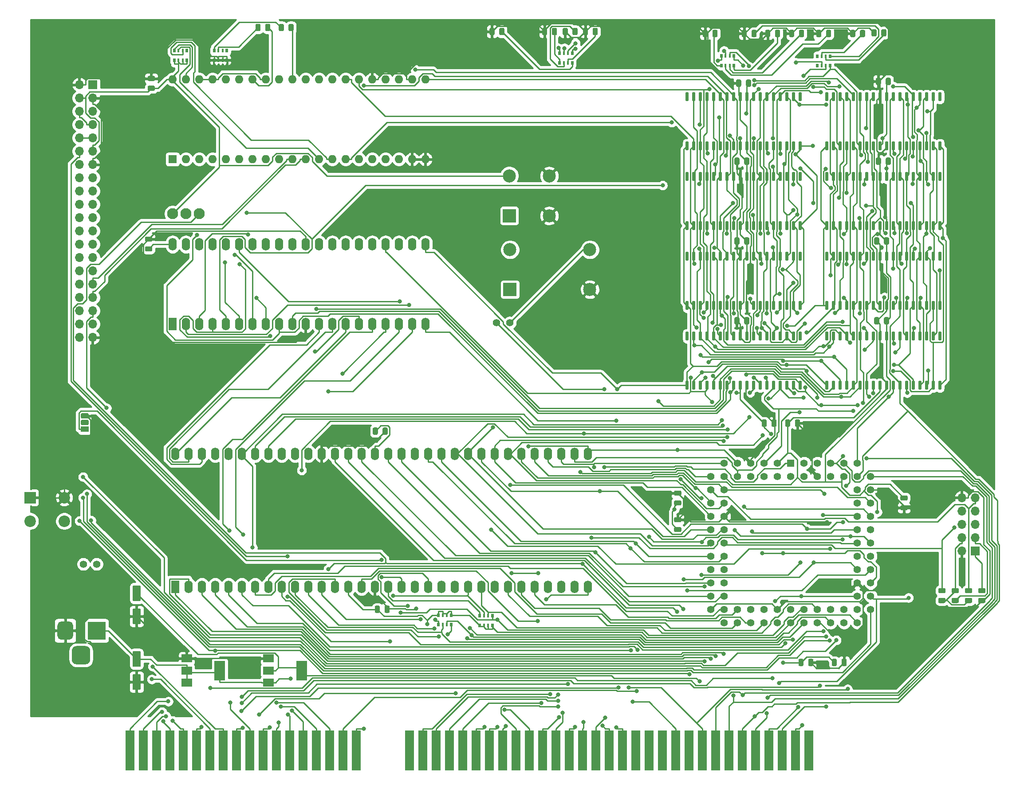
<source format=gbr>
%TF.GenerationSoftware,KiCad,Pcbnew,5.1.6-c6e7f7d~86~ubuntu18.04.1*%
%TF.CreationDate,2020-11-16T08:09:17+08:00*%
%TF.ProjectId,68k_dev,36386b5f-6465-4762-9e6b-696361645f70,rev?*%
%TF.SameCoordinates,Original*%
%TF.FileFunction,Copper,L1,Top*%
%TF.FilePolarity,Positive*%
%FSLAX46Y46*%
G04 Gerber Fmt 4.6, Leading zero omitted, Abs format (unit mm)*
G04 Created by KiCad (PCBNEW 5.1.6-c6e7f7d~86~ubuntu18.04.1) date 2020-11-16 08:09:17*
%MOMM*%
%LPD*%
G01*
G04 APERTURE LIST*
%TA.AperFunction,ComponentPad*%
%ADD10C,2.100000*%
%TD*%
%TA.AperFunction,ConnectorPad*%
%ADD11R,1.780000X7.620000*%
%TD*%
%TA.AperFunction,ComponentPad*%
%ADD12R,3.500000X3.500000*%
%TD*%
%TA.AperFunction,ComponentPad*%
%ADD13C,1.400000*%
%TD*%
%TA.AperFunction,SMDPad,CuDef*%
%ADD14R,0.500000X0.800000*%
%TD*%
%TA.AperFunction,SMDPad,CuDef*%
%ADD15R,0.400000X0.800000*%
%TD*%
%TA.AperFunction,ComponentPad*%
%ADD16R,1.600000X2.400000*%
%TD*%
%TA.AperFunction,ComponentPad*%
%ADD17O,1.600000X2.400000*%
%TD*%
%TA.AperFunction,SMDPad,CuDef*%
%ADD18R,2.000000X3.800000*%
%TD*%
%TA.AperFunction,SMDPad,CuDef*%
%ADD19R,2.000000X1.500000*%
%TD*%
%TA.AperFunction,ComponentPad*%
%ADD20R,1.600000X1.600000*%
%TD*%
%TA.AperFunction,ComponentPad*%
%ADD21O,1.600000X1.600000*%
%TD*%
%TA.AperFunction,ComponentPad*%
%ADD22R,2.500000X2.500000*%
%TD*%
%TA.AperFunction,ComponentPad*%
%ADD23C,2.500000*%
%TD*%
%TA.AperFunction,ComponentPad*%
%ADD24R,1.500000X1.050000*%
%TD*%
%TA.AperFunction,ComponentPad*%
%ADD25C,1.422400*%
%TD*%
%TA.AperFunction,ComponentPad*%
%ADD26R,1.422400X1.422400*%
%TD*%
%TA.AperFunction,ComponentPad*%
%ADD27R,1.700000X1.700000*%
%TD*%
%TA.AperFunction,ComponentPad*%
%ADD28O,1.700000X1.700000*%
%TD*%
%TA.AperFunction,ComponentPad*%
%ADD29R,2.200000X2.200000*%
%TD*%
%TA.AperFunction,ComponentPad*%
%ADD30C,2.200000*%
%TD*%
%TA.AperFunction,ViaPad*%
%ADD31C,0.800000*%
%TD*%
%TA.AperFunction,Conductor*%
%ADD32C,0.250000*%
%TD*%
%TA.AperFunction,Conductor*%
%ADD33C,0.254000*%
%TD*%
G04 APERTURE END LIST*
%TO.P,C1,2*%
%TO.N,GND*%
%TA.AperFunction,SMDPad,CuDef*%
G36*
G01*
X85032000Y-94436250D02*
X85032000Y-93523750D01*
G75*
G02*
X85275750Y-93280000I243750J0D01*
G01*
X85763250Y-93280000D01*
G75*
G02*
X86007000Y-93523750I0J-243750D01*
G01*
X86007000Y-94436250D01*
G75*
G02*
X85763250Y-94680000I-243750J0D01*
G01*
X85275750Y-94680000D01*
G75*
G02*
X85032000Y-94436250I0J243750D01*
G01*
G37*
%TD.AperFunction*%
%TO.P,C1,1*%
%TO.N,VCC*%
%TA.AperFunction,SMDPad,CuDef*%
G36*
G01*
X83157000Y-94436250D02*
X83157000Y-93523750D01*
G75*
G02*
X83400750Y-93280000I243750J0D01*
G01*
X83888250Y-93280000D01*
G75*
G02*
X84132000Y-93523750I0J-243750D01*
G01*
X84132000Y-94436250D01*
G75*
G02*
X83888250Y-94680000I-243750J0D01*
G01*
X83400750Y-94680000D01*
G75*
G02*
X83157000Y-94436250I0J243750D01*
G01*
G37*
%TD.AperFunction*%
%TD*%
%TO.P,C2,1*%
%TO.N,VCC*%
%TA.AperFunction,SMDPad,CuDef*%
G36*
G01*
X83538000Y-128472250D02*
X83538000Y-127559750D01*
G75*
G02*
X83781750Y-127316000I243750J0D01*
G01*
X84269250Y-127316000D01*
G75*
G02*
X84513000Y-127559750I0J-243750D01*
G01*
X84513000Y-128472250D01*
G75*
G02*
X84269250Y-128716000I-243750J0D01*
G01*
X83781750Y-128716000D01*
G75*
G02*
X83538000Y-128472250I0J243750D01*
G01*
G37*
%TD.AperFunction*%
%TO.P,C2,2*%
%TO.N,GND*%
%TA.AperFunction,SMDPad,CuDef*%
G36*
G01*
X85413000Y-128472250D02*
X85413000Y-127559750D01*
G75*
G02*
X85656750Y-127316000I243750J0D01*
G01*
X86144250Y-127316000D01*
G75*
G02*
X86388000Y-127559750I0J-243750D01*
G01*
X86388000Y-128472250D01*
G75*
G02*
X86144250Y-128716000I-243750J0D01*
G01*
X85656750Y-128716000D01*
G75*
G02*
X85413000Y-128472250I0J243750D01*
G01*
G37*
%TD.AperFunction*%
%TD*%
%TO.P,C3,1*%
%TO.N,VCC*%
%TA.AperFunction,SMDPad,CuDef*%
G36*
G01*
X40842250Y-59669500D02*
X39929750Y-59669500D01*
G75*
G02*
X39686000Y-59425750I0J243750D01*
G01*
X39686000Y-58938250D01*
G75*
G02*
X39929750Y-58694500I243750J0D01*
G01*
X40842250Y-58694500D01*
G75*
G02*
X41086000Y-58938250I0J-243750D01*
G01*
X41086000Y-59425750D01*
G75*
G02*
X40842250Y-59669500I-243750J0D01*
G01*
G37*
%TD.AperFunction*%
%TO.P,C3,2*%
%TO.N,GND*%
%TA.AperFunction,SMDPad,CuDef*%
G36*
G01*
X40842250Y-57794500D02*
X39929750Y-57794500D01*
G75*
G02*
X39686000Y-57550750I0J243750D01*
G01*
X39686000Y-57063250D01*
G75*
G02*
X39929750Y-56819500I243750J0D01*
G01*
X40842250Y-56819500D01*
G75*
G02*
X41086000Y-57063250I0J-243750D01*
G01*
X41086000Y-57550750D01*
G75*
G02*
X40842250Y-57794500I-243750J0D01*
G01*
G37*
%TD.AperFunction*%
%TD*%
%TO.P,C4,2*%
%TO.N,GND*%
%TA.AperFunction,SMDPad,CuDef*%
G36*
G01*
X172614000Y-138632250D02*
X172614000Y-137719750D01*
G75*
G02*
X172857750Y-137476000I243750J0D01*
G01*
X173345250Y-137476000D01*
G75*
G02*
X173589000Y-137719750I0J-243750D01*
G01*
X173589000Y-138632250D01*
G75*
G02*
X173345250Y-138876000I-243750J0D01*
G01*
X172857750Y-138876000D01*
G75*
G02*
X172614000Y-138632250I0J243750D01*
G01*
G37*
%TD.AperFunction*%
%TO.P,C4,1*%
%TO.N,VCC*%
%TA.AperFunction,SMDPad,CuDef*%
G36*
G01*
X170739000Y-138632250D02*
X170739000Y-137719750D01*
G75*
G02*
X170982750Y-137476000I243750J0D01*
G01*
X171470250Y-137476000D01*
G75*
G02*
X171714000Y-137719750I0J-243750D01*
G01*
X171714000Y-138632250D01*
G75*
G02*
X171470250Y-138876000I-243750J0D01*
G01*
X170982750Y-138876000D01*
G75*
G02*
X170739000Y-138632250I0J243750D01*
G01*
G37*
%TD.AperFunction*%
%TD*%
%TO.P,C5,1*%
%TO.N,VCC*%
%TA.AperFunction,SMDPad,CuDef*%
G36*
G01*
X141807250Y-108183000D02*
X140894750Y-108183000D01*
G75*
G02*
X140651000Y-107939250I0J243750D01*
G01*
X140651000Y-107451750D01*
G75*
G02*
X140894750Y-107208000I243750J0D01*
G01*
X141807250Y-107208000D01*
G75*
G02*
X142051000Y-107451750I0J-243750D01*
G01*
X142051000Y-107939250D01*
G75*
G02*
X141807250Y-108183000I-243750J0D01*
G01*
G37*
%TD.AperFunction*%
%TO.P,C5,2*%
%TO.N,GND*%
%TA.AperFunction,SMDPad,CuDef*%
G36*
G01*
X141807250Y-106308000D02*
X140894750Y-106308000D01*
G75*
G02*
X140651000Y-106064250I0J243750D01*
G01*
X140651000Y-105576750D01*
G75*
G02*
X140894750Y-105333000I243750J0D01*
G01*
X141807250Y-105333000D01*
G75*
G02*
X142051000Y-105576750I0J-243750D01*
G01*
X142051000Y-106064250D01*
G75*
G02*
X141807250Y-106308000I-243750J0D01*
G01*
G37*
%TD.AperFunction*%
%TD*%
%TO.P,C6,1*%
%TO.N,VCC*%
%TA.AperFunction,SMDPad,CuDef*%
G36*
G01*
X157373000Y-92912250D02*
X157373000Y-91999750D01*
G75*
G02*
X157616750Y-91756000I243750J0D01*
G01*
X158104250Y-91756000D01*
G75*
G02*
X158348000Y-91999750I0J-243750D01*
G01*
X158348000Y-92912250D01*
G75*
G02*
X158104250Y-93156000I-243750J0D01*
G01*
X157616750Y-93156000D01*
G75*
G02*
X157373000Y-92912250I0J243750D01*
G01*
G37*
%TD.AperFunction*%
%TO.P,C6,2*%
%TO.N,GND*%
%TA.AperFunction,SMDPad,CuDef*%
G36*
G01*
X159248000Y-92912250D02*
X159248000Y-91999750D01*
G75*
G02*
X159491750Y-91756000I243750J0D01*
G01*
X159979250Y-91756000D01*
G75*
G02*
X160223000Y-91999750I0J-243750D01*
G01*
X160223000Y-92912250D01*
G75*
G02*
X159979250Y-93156000I-243750J0D01*
G01*
X159491750Y-93156000D01*
G75*
G02*
X159248000Y-92912250I0J243750D01*
G01*
G37*
%TD.AperFunction*%
%TD*%
%TO.P,C7,1*%
%TO.N,VCC*%
%TA.AperFunction,SMDPad,CuDef*%
G36*
G01*
X184074750Y-106271000D02*
X184987250Y-106271000D01*
G75*
G02*
X185231000Y-106514750I0J-243750D01*
G01*
X185231000Y-107002250D01*
G75*
G02*
X184987250Y-107246000I-243750J0D01*
G01*
X184074750Y-107246000D01*
G75*
G02*
X183831000Y-107002250I0J243750D01*
G01*
X183831000Y-106514750D01*
G75*
G02*
X184074750Y-106271000I243750J0D01*
G01*
G37*
%TD.AperFunction*%
%TO.P,C7,2*%
%TO.N,GND*%
%TA.AperFunction,SMDPad,CuDef*%
G36*
G01*
X184074750Y-108146000D02*
X184987250Y-108146000D01*
G75*
G02*
X185231000Y-108389750I0J-243750D01*
G01*
X185231000Y-108877250D01*
G75*
G02*
X184987250Y-109121000I-243750J0D01*
G01*
X184074750Y-109121000D01*
G75*
G02*
X183831000Y-108877250I0J243750D01*
G01*
X183831000Y-108389750D01*
G75*
G02*
X184074750Y-108146000I243750J0D01*
G01*
G37*
%TD.AperFunction*%
%TD*%
%TO.P,C8,2*%
%TO.N,GND*%
%TA.AperFunction,SMDPad,CuDef*%
G36*
G01*
X163724000Y-92912250D02*
X163724000Y-91999750D01*
G75*
G02*
X163967750Y-91756000I243750J0D01*
G01*
X164455250Y-91756000D01*
G75*
G02*
X164699000Y-91999750I0J-243750D01*
G01*
X164699000Y-92912250D01*
G75*
G02*
X164455250Y-93156000I-243750J0D01*
G01*
X163967750Y-93156000D01*
G75*
G02*
X163724000Y-92912250I0J243750D01*
G01*
G37*
%TD.AperFunction*%
%TO.P,C8,1*%
%TO.N,VCC*%
%TA.AperFunction,SMDPad,CuDef*%
G36*
G01*
X161849000Y-92912250D02*
X161849000Y-91999750D01*
G75*
G02*
X162092750Y-91756000I243750J0D01*
G01*
X162580250Y-91756000D01*
G75*
G02*
X162824000Y-91999750I0J-243750D01*
G01*
X162824000Y-92912250D01*
G75*
G02*
X162580250Y-93156000I-243750J0D01*
G01*
X162092750Y-93156000D01*
G75*
G02*
X161849000Y-92912250I0J243750D01*
G01*
G37*
%TD.AperFunction*%
%TD*%
%TO.P,C9,1*%
%TO.N,VCC*%
%TA.AperFunction,SMDPad,CuDef*%
G36*
G01*
X141807250Y-113263000D02*
X140894750Y-113263000D01*
G75*
G02*
X140651000Y-113019250I0J243750D01*
G01*
X140651000Y-112531750D01*
G75*
G02*
X140894750Y-112288000I243750J0D01*
G01*
X141807250Y-112288000D01*
G75*
G02*
X142051000Y-112531750I0J-243750D01*
G01*
X142051000Y-113019250D01*
G75*
G02*
X141807250Y-113263000I-243750J0D01*
G01*
G37*
%TD.AperFunction*%
%TO.P,C9,2*%
%TO.N,GND*%
%TA.AperFunction,SMDPad,CuDef*%
G36*
G01*
X141807250Y-111388000D02*
X140894750Y-111388000D01*
G75*
G02*
X140651000Y-111144250I0J243750D01*
G01*
X140651000Y-110656750D01*
G75*
G02*
X140894750Y-110413000I243750J0D01*
G01*
X141807250Y-110413000D01*
G75*
G02*
X142051000Y-110656750I0J-243750D01*
G01*
X142051000Y-111144250D01*
G75*
G02*
X141807250Y-111388000I-243750J0D01*
G01*
G37*
%TD.AperFunction*%
%TD*%
%TO.P,C10,1*%
%TO.N,VCC*%
%TA.AperFunction,SMDPad,CuDef*%
G36*
G01*
X164389000Y-138632250D02*
X164389000Y-137719750D01*
G75*
G02*
X164632750Y-137476000I243750J0D01*
G01*
X165120250Y-137476000D01*
G75*
G02*
X165364000Y-137719750I0J-243750D01*
G01*
X165364000Y-138632250D01*
G75*
G02*
X165120250Y-138876000I-243750J0D01*
G01*
X164632750Y-138876000D01*
G75*
G02*
X164389000Y-138632250I0J243750D01*
G01*
G37*
%TD.AperFunction*%
%TO.P,C10,2*%
%TO.N,GND*%
%TA.AperFunction,SMDPad,CuDef*%
G36*
G01*
X166264000Y-138632250D02*
X166264000Y-137719750D01*
G75*
G02*
X166507750Y-137476000I243750J0D01*
G01*
X166995250Y-137476000D01*
G75*
G02*
X167239000Y-137719750I0J-243750D01*
G01*
X167239000Y-138632250D01*
G75*
G02*
X166995250Y-138876000I-243750J0D01*
G01*
X166507750Y-138876000D01*
G75*
G02*
X166264000Y-138632250I0J243750D01*
G01*
G37*
%TD.AperFunction*%
%TD*%
%TO.P,C14,2*%
%TO.N,GND*%
%TA.AperFunction,SMDPad,CuDef*%
G36*
G01*
X153474000Y-27054250D02*
X153474000Y-27966750D01*
G75*
G02*
X153230250Y-28210500I-243750J0D01*
G01*
X152742750Y-28210500D01*
G75*
G02*
X152499000Y-27966750I0J243750D01*
G01*
X152499000Y-27054250D01*
G75*
G02*
X152742750Y-26810500I243750J0D01*
G01*
X153230250Y-26810500D01*
G75*
G02*
X153474000Y-27054250I0J-243750D01*
G01*
G37*
%TD.AperFunction*%
%TO.P,C14,1*%
%TO.N,VCC*%
%TA.AperFunction,SMDPad,CuDef*%
G36*
G01*
X155349000Y-27054250D02*
X155349000Y-27966750D01*
G75*
G02*
X155105250Y-28210500I-243750J0D01*
G01*
X154617750Y-28210500D01*
G75*
G02*
X154374000Y-27966750I0J243750D01*
G01*
X154374000Y-27054250D01*
G75*
G02*
X154617750Y-26810500I243750J0D01*
G01*
X155105250Y-26810500D01*
G75*
G02*
X155349000Y-27054250I0J-243750D01*
G01*
G37*
%TD.AperFunction*%
%TD*%
%TO.P,C15,1*%
%TO.N,VCC*%
%TA.AperFunction,SMDPad,CuDef*%
G36*
G01*
X182019000Y-26721750D02*
X182019000Y-27634250D01*
G75*
G02*
X181775250Y-27878000I-243750J0D01*
G01*
X181287750Y-27878000D01*
G75*
G02*
X181044000Y-27634250I0J243750D01*
G01*
X181044000Y-26721750D01*
G75*
G02*
X181287750Y-26478000I243750J0D01*
G01*
X181775250Y-26478000D01*
G75*
G02*
X182019000Y-26721750I0J-243750D01*
G01*
G37*
%TD.AperFunction*%
%TO.P,C15,2*%
%TO.N,GND*%
%TA.AperFunction,SMDPad,CuDef*%
G36*
G01*
X180144000Y-26721750D02*
X180144000Y-27634250D01*
G75*
G02*
X179900250Y-27878000I-243750J0D01*
G01*
X179412750Y-27878000D01*
G75*
G02*
X179169000Y-27634250I0J243750D01*
G01*
X179169000Y-26721750D01*
G75*
G02*
X179412750Y-26478000I243750J0D01*
G01*
X179900250Y-26478000D01*
G75*
G02*
X180144000Y-26721750I0J-243750D01*
G01*
G37*
%TD.AperFunction*%
%TD*%
%TO.P,C16,2*%
%TO.N,GND*%
%TA.AperFunction,SMDPad,CuDef*%
G36*
G01*
X153142000Y-41961750D02*
X153142000Y-42874250D01*
G75*
G02*
X152898250Y-43118000I-243750J0D01*
G01*
X152410750Y-43118000D01*
G75*
G02*
X152167000Y-42874250I0J243750D01*
G01*
X152167000Y-41961750D01*
G75*
G02*
X152410750Y-41718000I243750J0D01*
G01*
X152898250Y-41718000D01*
G75*
G02*
X153142000Y-41961750I0J-243750D01*
G01*
G37*
%TD.AperFunction*%
%TO.P,C16,1*%
%TO.N,VCC*%
%TA.AperFunction,SMDPad,CuDef*%
G36*
G01*
X155017000Y-41961750D02*
X155017000Y-42874250D01*
G75*
G02*
X154773250Y-43118000I-243750J0D01*
G01*
X154285750Y-43118000D01*
G75*
G02*
X154042000Y-42874250I0J243750D01*
G01*
X154042000Y-41961750D01*
G75*
G02*
X154285750Y-41718000I243750J0D01*
G01*
X154773250Y-41718000D01*
G75*
G02*
X155017000Y-41961750I0J-243750D01*
G01*
G37*
%TD.AperFunction*%
%TD*%
%TO.P,C17,2*%
%TO.N,GND*%
%TA.AperFunction,SMDPad,CuDef*%
G36*
G01*
X180144000Y-41961750D02*
X180144000Y-42874250D01*
G75*
G02*
X179900250Y-43118000I-243750J0D01*
G01*
X179412750Y-43118000D01*
G75*
G02*
X179169000Y-42874250I0J243750D01*
G01*
X179169000Y-41961750D01*
G75*
G02*
X179412750Y-41718000I243750J0D01*
G01*
X179900250Y-41718000D01*
G75*
G02*
X180144000Y-41961750I0J-243750D01*
G01*
G37*
%TD.AperFunction*%
%TO.P,C17,1*%
%TO.N,VCC*%
%TA.AperFunction,SMDPad,CuDef*%
G36*
G01*
X182019000Y-41961750D02*
X182019000Y-42874250D01*
G75*
G02*
X181775250Y-43118000I-243750J0D01*
G01*
X181287750Y-43118000D01*
G75*
G02*
X181044000Y-42874250I0J243750D01*
G01*
X181044000Y-41961750D01*
G75*
G02*
X181287750Y-41718000I243750J0D01*
G01*
X181775250Y-41718000D01*
G75*
G02*
X182019000Y-41961750I0J-243750D01*
G01*
G37*
%TD.AperFunction*%
%TD*%
%TO.P,C18,2*%
%TO.N,GND*%
%TA.AperFunction,SMDPad,CuDef*%
G36*
G01*
X153142000Y-57201750D02*
X153142000Y-58114250D01*
G75*
G02*
X152898250Y-58358000I-243750J0D01*
G01*
X152410750Y-58358000D01*
G75*
G02*
X152167000Y-58114250I0J243750D01*
G01*
X152167000Y-57201750D01*
G75*
G02*
X152410750Y-56958000I243750J0D01*
G01*
X152898250Y-56958000D01*
G75*
G02*
X153142000Y-57201750I0J-243750D01*
G01*
G37*
%TD.AperFunction*%
%TO.P,C18,1*%
%TO.N,VCC*%
%TA.AperFunction,SMDPad,CuDef*%
G36*
G01*
X155017000Y-57201750D02*
X155017000Y-58114250D01*
G75*
G02*
X154773250Y-58358000I-243750J0D01*
G01*
X154285750Y-58358000D01*
G75*
G02*
X154042000Y-58114250I0J243750D01*
G01*
X154042000Y-57201750D01*
G75*
G02*
X154285750Y-56958000I243750J0D01*
G01*
X154773250Y-56958000D01*
G75*
G02*
X155017000Y-57201750I0J-243750D01*
G01*
G37*
%TD.AperFunction*%
%TD*%
%TO.P,C19,1*%
%TO.N,VCC*%
%TA.AperFunction,SMDPad,CuDef*%
G36*
G01*
X181687000Y-57201750D02*
X181687000Y-58114250D01*
G75*
G02*
X181443250Y-58358000I-243750J0D01*
G01*
X180955750Y-58358000D01*
G75*
G02*
X180712000Y-58114250I0J243750D01*
G01*
X180712000Y-57201750D01*
G75*
G02*
X180955750Y-56958000I243750J0D01*
G01*
X181443250Y-56958000D01*
G75*
G02*
X181687000Y-57201750I0J-243750D01*
G01*
G37*
%TD.AperFunction*%
%TO.P,C19,2*%
%TO.N,GND*%
%TA.AperFunction,SMDPad,CuDef*%
G36*
G01*
X179812000Y-57201750D02*
X179812000Y-58114250D01*
G75*
G02*
X179568250Y-58358000I-243750J0D01*
G01*
X179080750Y-58358000D01*
G75*
G02*
X178837000Y-58114250I0J243750D01*
G01*
X178837000Y-57201750D01*
G75*
G02*
X179080750Y-56958000I243750J0D01*
G01*
X179568250Y-56958000D01*
G75*
G02*
X179812000Y-57201750I0J-243750D01*
G01*
G37*
%TD.AperFunction*%
%TD*%
%TO.P,C20,2*%
%TO.N,GND*%
%TA.AperFunction,SMDPad,CuDef*%
G36*
G01*
X153142000Y-72441750D02*
X153142000Y-73354250D01*
G75*
G02*
X152898250Y-73598000I-243750J0D01*
G01*
X152410750Y-73598000D01*
G75*
G02*
X152167000Y-73354250I0J243750D01*
G01*
X152167000Y-72441750D01*
G75*
G02*
X152410750Y-72198000I243750J0D01*
G01*
X152898250Y-72198000D01*
G75*
G02*
X153142000Y-72441750I0J-243750D01*
G01*
G37*
%TD.AperFunction*%
%TO.P,C20,1*%
%TO.N,VCC*%
%TA.AperFunction,SMDPad,CuDef*%
G36*
G01*
X155017000Y-72441750D02*
X155017000Y-73354250D01*
G75*
G02*
X154773250Y-73598000I-243750J0D01*
G01*
X154285750Y-73598000D01*
G75*
G02*
X154042000Y-73354250I0J243750D01*
G01*
X154042000Y-72441750D01*
G75*
G02*
X154285750Y-72198000I243750J0D01*
G01*
X154773250Y-72198000D01*
G75*
G02*
X155017000Y-72441750I0J-243750D01*
G01*
G37*
%TD.AperFunction*%
%TD*%
%TO.P,C21,1*%
%TO.N,VCC*%
%TA.AperFunction,SMDPad,CuDef*%
G36*
G01*
X181687000Y-72441750D02*
X181687000Y-73354250D01*
G75*
G02*
X181443250Y-73598000I-243750J0D01*
G01*
X180955750Y-73598000D01*
G75*
G02*
X180712000Y-73354250I0J243750D01*
G01*
X180712000Y-72441750D01*
G75*
G02*
X180955750Y-72198000I243750J0D01*
G01*
X181443250Y-72198000D01*
G75*
G02*
X181687000Y-72441750I0J-243750D01*
G01*
G37*
%TD.AperFunction*%
%TO.P,C21,2*%
%TO.N,GND*%
%TA.AperFunction,SMDPad,CuDef*%
G36*
G01*
X179812000Y-72441750D02*
X179812000Y-73354250D01*
G75*
G02*
X179568250Y-73598000I-243750J0D01*
G01*
X179080750Y-73598000D01*
G75*
G02*
X178837000Y-73354250I0J243750D01*
G01*
X178837000Y-72441750D01*
G75*
G02*
X179080750Y-72198000I243750J0D01*
G01*
X179568250Y-72198000D01*
G75*
G02*
X179812000Y-72441750I0J-243750D01*
G01*
G37*
%TD.AperFunction*%
%TD*%
%TO.P,C22,2*%
%TO.N,GND*%
%TA.AperFunction,SMDPad,CuDef*%
G36*
G01*
X41350250Y-27109000D02*
X40437750Y-27109000D01*
G75*
G02*
X40194000Y-26865250I0J243750D01*
G01*
X40194000Y-26377750D01*
G75*
G02*
X40437750Y-26134000I243750J0D01*
G01*
X41350250Y-26134000D01*
G75*
G02*
X41594000Y-26377750I0J-243750D01*
G01*
X41594000Y-26865250D01*
G75*
G02*
X41350250Y-27109000I-243750J0D01*
G01*
G37*
%TD.AperFunction*%
%TO.P,C22,1*%
%TO.N,VCC*%
%TA.AperFunction,SMDPad,CuDef*%
G36*
G01*
X41350250Y-28984000D02*
X40437750Y-28984000D01*
G75*
G02*
X40194000Y-28740250I0J243750D01*
G01*
X40194000Y-28252750D01*
G75*
G02*
X40437750Y-28009000I243750J0D01*
G01*
X41350250Y-28009000D01*
G75*
G02*
X41594000Y-28252750I0J-243750D01*
G01*
X41594000Y-28740250D01*
G75*
G02*
X41350250Y-28984000I-243750J0D01*
G01*
G37*
%TD.AperFunction*%
%TD*%
%TO.P,D1,1*%
%TO.N,Net-(D1-Pad1)*%
%TA.AperFunction,SMDPad,CuDef*%
G36*
G01*
X60763000Y-17351250D02*
X60763000Y-16438750D01*
G75*
G02*
X61006750Y-16195000I243750J0D01*
G01*
X61494250Y-16195000D01*
G75*
G02*
X61738000Y-16438750I0J-243750D01*
G01*
X61738000Y-17351250D01*
G75*
G02*
X61494250Y-17595000I-243750J0D01*
G01*
X61006750Y-17595000D01*
G75*
G02*
X60763000Y-17351250I0J243750D01*
G01*
G37*
%TD.AperFunction*%
%TO.P,D1,2*%
%TO.N,Net-(D1-Pad2)*%
%TA.AperFunction,SMDPad,CuDef*%
G36*
G01*
X62638000Y-17351250D02*
X62638000Y-16438750D01*
G75*
G02*
X62881750Y-16195000I243750J0D01*
G01*
X63369250Y-16195000D01*
G75*
G02*
X63613000Y-16438750I0J-243750D01*
G01*
X63613000Y-17351250D01*
G75*
G02*
X63369250Y-17595000I-243750J0D01*
G01*
X62881750Y-17595000D01*
G75*
G02*
X62638000Y-17351250I0J243750D01*
G01*
G37*
%TD.AperFunction*%
%TD*%
%TO.P,D2,2*%
%TO.N,Net-(D2-Pad2)*%
%TA.AperFunction,SMDPad,CuDef*%
G36*
G01*
X67088000Y-17351250D02*
X67088000Y-16438750D01*
G75*
G02*
X67331750Y-16195000I243750J0D01*
G01*
X67819250Y-16195000D01*
G75*
G02*
X68063000Y-16438750I0J-243750D01*
G01*
X68063000Y-17351250D01*
G75*
G02*
X67819250Y-17595000I-243750J0D01*
G01*
X67331750Y-17595000D01*
G75*
G02*
X67088000Y-17351250I0J243750D01*
G01*
G37*
%TD.AperFunction*%
%TO.P,D2,1*%
%TO.N,Net-(D2-Pad1)*%
%TA.AperFunction,SMDPad,CuDef*%
G36*
G01*
X65213000Y-17351250D02*
X65213000Y-16438750D01*
G75*
G02*
X65456750Y-16195000I243750J0D01*
G01*
X65944250Y-16195000D01*
G75*
G02*
X66188000Y-16438750I0J-243750D01*
G01*
X66188000Y-17351250D01*
G75*
G02*
X65944250Y-17595000I-243750J0D01*
G01*
X65456750Y-17595000D01*
G75*
G02*
X65213000Y-17351250I0J243750D01*
G01*
G37*
%TD.AperFunction*%
%TD*%
%TO.P,D3,1*%
%TO.N,GND*%
%TA.AperFunction,SMDPad,CuDef*%
G36*
G01*
X115463000Y-18109250D02*
X115463000Y-17196750D01*
G75*
G02*
X115706750Y-16953000I243750J0D01*
G01*
X116194250Y-16953000D01*
G75*
G02*
X116438000Y-17196750I0J-243750D01*
G01*
X116438000Y-18109250D01*
G75*
G02*
X116194250Y-18353000I-243750J0D01*
G01*
X115706750Y-18353000D01*
G75*
G02*
X115463000Y-18109250I0J243750D01*
G01*
G37*
%TD.AperFunction*%
%TO.P,D3,2*%
%TO.N,Net-(D3-Pad2)*%
%TA.AperFunction,SMDPad,CuDef*%
G36*
G01*
X117338000Y-18109250D02*
X117338000Y-17196750D01*
G75*
G02*
X117581750Y-16953000I243750J0D01*
G01*
X118069250Y-16953000D01*
G75*
G02*
X118313000Y-17196750I0J-243750D01*
G01*
X118313000Y-18109250D01*
G75*
G02*
X118069250Y-18353000I-243750J0D01*
G01*
X117581750Y-18353000D01*
G75*
G02*
X117338000Y-18109250I0J243750D01*
G01*
G37*
%TD.AperFunction*%
%TD*%
%TO.P,D4,2*%
%TO.N,Net-(D4-Pad2)*%
%TA.AperFunction,SMDPad,CuDef*%
G36*
G01*
X121276000Y-18109250D02*
X121276000Y-17196750D01*
G75*
G02*
X121519750Y-16953000I243750J0D01*
G01*
X122007250Y-16953000D01*
G75*
G02*
X122251000Y-17196750I0J-243750D01*
G01*
X122251000Y-18109250D01*
G75*
G02*
X122007250Y-18353000I-243750J0D01*
G01*
X121519750Y-18353000D01*
G75*
G02*
X121276000Y-18109250I0J243750D01*
G01*
G37*
%TD.AperFunction*%
%TO.P,D4,1*%
%TO.N,GND*%
%TA.AperFunction,SMDPad,CuDef*%
G36*
G01*
X119401000Y-18109250D02*
X119401000Y-17196750D01*
G75*
G02*
X119644750Y-16953000I243750J0D01*
G01*
X120132250Y-16953000D01*
G75*
G02*
X120376000Y-17196750I0J-243750D01*
G01*
X120376000Y-18109250D01*
G75*
G02*
X120132250Y-18353000I-243750J0D01*
G01*
X119644750Y-18353000D01*
G75*
G02*
X119401000Y-18109250I0J243750D01*
G01*
G37*
%TD.AperFunction*%
%TD*%
%TO.P,D5,1*%
%TO.N,GND*%
%TA.AperFunction,SMDPad,CuDef*%
G36*
G01*
X123241000Y-18109250D02*
X123241000Y-17196750D01*
G75*
G02*
X123484750Y-16953000I243750J0D01*
G01*
X123972250Y-16953000D01*
G75*
G02*
X124216000Y-17196750I0J-243750D01*
G01*
X124216000Y-18109250D01*
G75*
G02*
X123972250Y-18353000I-243750J0D01*
G01*
X123484750Y-18353000D01*
G75*
G02*
X123241000Y-18109250I0J243750D01*
G01*
G37*
%TD.AperFunction*%
%TO.P,D5,2*%
%TO.N,Net-(D5-Pad2)*%
%TA.AperFunction,SMDPad,CuDef*%
G36*
G01*
X125116000Y-18109250D02*
X125116000Y-17196750D01*
G75*
G02*
X125359750Y-16953000I243750J0D01*
G01*
X125847250Y-16953000D01*
G75*
G02*
X126091000Y-17196750I0J-243750D01*
G01*
X126091000Y-18109250D01*
G75*
G02*
X125847250Y-18353000I-243750J0D01*
G01*
X125359750Y-18353000D01*
G75*
G02*
X125116000Y-18109250I0J243750D01*
G01*
G37*
%TD.AperFunction*%
%TD*%
%TO.P,D6,1*%
%TO.N,GND*%
%TA.AperFunction,SMDPad,CuDef*%
G36*
G01*
X105431000Y-18109250D02*
X105431000Y-17196750D01*
G75*
G02*
X105674750Y-16953000I243750J0D01*
G01*
X106162250Y-16953000D01*
G75*
G02*
X106406000Y-17196750I0J-243750D01*
G01*
X106406000Y-18109250D01*
G75*
G02*
X106162250Y-18353000I-243750J0D01*
G01*
X105674750Y-18353000D01*
G75*
G02*
X105431000Y-18109250I0J243750D01*
G01*
G37*
%TD.AperFunction*%
%TO.P,D6,2*%
%TO.N,Net-(D6-Pad2)*%
%TA.AperFunction,SMDPad,CuDef*%
G36*
G01*
X107306000Y-18109250D02*
X107306000Y-17196750D01*
G75*
G02*
X107549750Y-16953000I243750J0D01*
G01*
X108037250Y-16953000D01*
G75*
G02*
X108281000Y-17196750I0J-243750D01*
G01*
X108281000Y-18109250D01*
G75*
G02*
X108037250Y-18353000I-243750J0D01*
G01*
X107549750Y-18353000D01*
G75*
G02*
X107306000Y-18109250I0J243750D01*
G01*
G37*
%TD.AperFunction*%
%TD*%
%TO.P,D7,2*%
%TO.N,Net-(D7-Pad2)*%
%TA.AperFunction,SMDPad,CuDef*%
G36*
G01*
X147976000Y-18490250D02*
X147976000Y-17577750D01*
G75*
G02*
X148219750Y-17334000I243750J0D01*
G01*
X148707250Y-17334000D01*
G75*
G02*
X148951000Y-17577750I0J-243750D01*
G01*
X148951000Y-18490250D01*
G75*
G02*
X148707250Y-18734000I-243750J0D01*
G01*
X148219750Y-18734000D01*
G75*
G02*
X147976000Y-18490250I0J243750D01*
G01*
G37*
%TD.AperFunction*%
%TO.P,D7,1*%
%TO.N,GND*%
%TA.AperFunction,SMDPad,CuDef*%
G36*
G01*
X146101000Y-18490250D02*
X146101000Y-17577750D01*
G75*
G02*
X146344750Y-17334000I243750J0D01*
G01*
X146832250Y-17334000D01*
G75*
G02*
X147076000Y-17577750I0J-243750D01*
G01*
X147076000Y-18490250D01*
G75*
G02*
X146832250Y-18734000I-243750J0D01*
G01*
X146344750Y-18734000D01*
G75*
G02*
X146101000Y-18490250I0J243750D01*
G01*
G37*
%TD.AperFunction*%
%TD*%
%TO.P,D8,1*%
%TO.N,GND*%
%TA.AperFunction,SMDPad,CuDef*%
G36*
G01*
X167787000Y-18490250D02*
X167787000Y-17577750D01*
G75*
G02*
X168030750Y-17334000I243750J0D01*
G01*
X168518250Y-17334000D01*
G75*
G02*
X168762000Y-17577750I0J-243750D01*
G01*
X168762000Y-18490250D01*
G75*
G02*
X168518250Y-18734000I-243750J0D01*
G01*
X168030750Y-18734000D01*
G75*
G02*
X167787000Y-18490250I0J243750D01*
G01*
G37*
%TD.AperFunction*%
%TO.P,D8,2*%
%TO.N,Net-(D8-Pad2)*%
%TA.AperFunction,SMDPad,CuDef*%
G36*
G01*
X169662000Y-18490250D02*
X169662000Y-17577750D01*
G75*
G02*
X169905750Y-17334000I243750J0D01*
G01*
X170393250Y-17334000D01*
G75*
G02*
X170637000Y-17577750I0J-243750D01*
G01*
X170637000Y-18490250D01*
G75*
G02*
X170393250Y-18734000I-243750J0D01*
G01*
X169905750Y-18734000D01*
G75*
G02*
X169662000Y-18490250I0J243750D01*
G01*
G37*
%TD.AperFunction*%
%TD*%
%TO.P,D9,2*%
%TO.N,Net-(D9-Pad2)*%
%TA.AperFunction,SMDPad,CuDef*%
G36*
G01*
X164486000Y-18490250D02*
X164486000Y-17577750D01*
G75*
G02*
X164729750Y-17334000I243750J0D01*
G01*
X165217250Y-17334000D01*
G75*
G02*
X165461000Y-17577750I0J-243750D01*
G01*
X165461000Y-18490250D01*
G75*
G02*
X165217250Y-18734000I-243750J0D01*
G01*
X164729750Y-18734000D01*
G75*
G02*
X164486000Y-18490250I0J243750D01*
G01*
G37*
%TD.AperFunction*%
%TO.P,D9,1*%
%TO.N,GND*%
%TA.AperFunction,SMDPad,CuDef*%
G36*
G01*
X162611000Y-18490250D02*
X162611000Y-17577750D01*
G75*
G02*
X162854750Y-17334000I243750J0D01*
G01*
X163342250Y-17334000D01*
G75*
G02*
X163586000Y-17577750I0J-243750D01*
G01*
X163586000Y-18490250D01*
G75*
G02*
X163342250Y-18734000I-243750J0D01*
G01*
X162854750Y-18734000D01*
G75*
G02*
X162611000Y-18490250I0J243750D01*
G01*
G37*
%TD.AperFunction*%
%TD*%
%TO.P,D10,1*%
%TO.N,GND*%
%TA.AperFunction,SMDPad,CuDef*%
G36*
G01*
X158039000Y-18490250D02*
X158039000Y-17577750D01*
G75*
G02*
X158282750Y-17334000I243750J0D01*
G01*
X158770250Y-17334000D01*
G75*
G02*
X159014000Y-17577750I0J-243750D01*
G01*
X159014000Y-18490250D01*
G75*
G02*
X158770250Y-18734000I-243750J0D01*
G01*
X158282750Y-18734000D01*
G75*
G02*
X158039000Y-18490250I0J243750D01*
G01*
G37*
%TD.AperFunction*%
%TO.P,D10,2*%
%TO.N,Net-(D10-Pad2)*%
%TA.AperFunction,SMDPad,CuDef*%
G36*
G01*
X159914000Y-18490250D02*
X159914000Y-17577750D01*
G75*
G02*
X160157750Y-17334000I243750J0D01*
G01*
X160645250Y-17334000D01*
G75*
G02*
X160889000Y-17577750I0J-243750D01*
G01*
X160889000Y-18490250D01*
G75*
G02*
X160645250Y-18734000I-243750J0D01*
G01*
X160157750Y-18734000D01*
G75*
G02*
X159914000Y-18490250I0J243750D01*
G01*
G37*
%TD.AperFunction*%
%TD*%
%TO.P,D11,2*%
%TO.N,Net-(D11-Pad2)*%
%TA.AperFunction,SMDPad,CuDef*%
G36*
G01*
X155438000Y-18490250D02*
X155438000Y-17577750D01*
G75*
G02*
X155681750Y-17334000I243750J0D01*
G01*
X156169250Y-17334000D01*
G75*
G02*
X156413000Y-17577750I0J-243750D01*
G01*
X156413000Y-18490250D01*
G75*
G02*
X156169250Y-18734000I-243750J0D01*
G01*
X155681750Y-18734000D01*
G75*
G02*
X155438000Y-18490250I0J243750D01*
G01*
G37*
%TD.AperFunction*%
%TO.P,D11,1*%
%TO.N,GND*%
%TA.AperFunction,SMDPad,CuDef*%
G36*
G01*
X153563000Y-18490250D02*
X153563000Y-17577750D01*
G75*
G02*
X153806750Y-17334000I243750J0D01*
G01*
X154294250Y-17334000D01*
G75*
G02*
X154538000Y-17577750I0J-243750D01*
G01*
X154538000Y-18490250D01*
G75*
G02*
X154294250Y-18734000I-243750J0D01*
G01*
X153806750Y-18734000D01*
G75*
G02*
X153563000Y-18490250I0J243750D01*
G01*
G37*
%TD.AperFunction*%
%TD*%
%TO.P,D12,1*%
%TO.N,GND*%
%TA.AperFunction,SMDPad,CuDef*%
G36*
G01*
X178329000Y-18363250D02*
X178329000Y-17450750D01*
G75*
G02*
X178572750Y-17207000I243750J0D01*
G01*
X179060250Y-17207000D01*
G75*
G02*
X179304000Y-17450750I0J-243750D01*
G01*
X179304000Y-18363250D01*
G75*
G02*
X179060250Y-18607000I-243750J0D01*
G01*
X178572750Y-18607000D01*
G75*
G02*
X178329000Y-18363250I0J243750D01*
G01*
G37*
%TD.AperFunction*%
%TO.P,D12,2*%
%TO.N,Net-(D12-Pad2)*%
%TA.AperFunction,SMDPad,CuDef*%
G36*
G01*
X180204000Y-18363250D02*
X180204000Y-17450750D01*
G75*
G02*
X180447750Y-17207000I243750J0D01*
G01*
X180935250Y-17207000D01*
G75*
G02*
X181179000Y-17450750I0J-243750D01*
G01*
X181179000Y-18363250D01*
G75*
G02*
X180935250Y-18607000I-243750J0D01*
G01*
X180447750Y-18607000D01*
G75*
G02*
X180204000Y-18363250I0J243750D01*
G01*
G37*
%TD.AperFunction*%
%TD*%
%TO.P,D13,2*%
%TO.N,Net-(D13-Pad2)*%
%TA.AperFunction,SMDPad,CuDef*%
G36*
G01*
X176140000Y-18490250D02*
X176140000Y-17577750D01*
G75*
G02*
X176383750Y-17334000I243750J0D01*
G01*
X176871250Y-17334000D01*
G75*
G02*
X177115000Y-17577750I0J-243750D01*
G01*
X177115000Y-18490250D01*
G75*
G02*
X176871250Y-18734000I-243750J0D01*
G01*
X176383750Y-18734000D01*
G75*
G02*
X176140000Y-18490250I0J243750D01*
G01*
G37*
%TD.AperFunction*%
%TO.P,D13,1*%
%TO.N,GND*%
%TA.AperFunction,SMDPad,CuDef*%
G36*
G01*
X174265000Y-18490250D02*
X174265000Y-17577750D01*
G75*
G02*
X174508750Y-17334000I243750J0D01*
G01*
X174996250Y-17334000D01*
G75*
G02*
X175240000Y-17577750I0J-243750D01*
G01*
X175240000Y-18490250D01*
G75*
G02*
X174996250Y-18734000I-243750J0D01*
G01*
X174508750Y-18734000D01*
G75*
G02*
X174265000Y-18490250I0J243750D01*
G01*
G37*
%TD.AperFunction*%
%TD*%
D10*
%TO.P,J1,1*%
%TO.N,A18*%
X50038000Y-52451000D03*
%TO.P,J1,2*%
%TO.N,Net-(J1-Pad2)*%
X47498000Y-52451000D03*
%TO.P,J1,3*%
%TO.N,VCC*%
X44958000Y-52451000D03*
%TD*%
D11*
%TO.P,J2,32*%
%TO.N,Net-(J2-Pad32)*%
X166370000Y-154940000D03*
%TO.P,J2,33*%
%TO.N,D7*%
X163830000Y-154940000D03*
%TO.P,J2,34*%
%TO.N,D6*%
X161290000Y-154940000D03*
%TO.P,J2,35*%
%TO.N,D5*%
X158750000Y-154940000D03*
%TO.P,J2,36*%
%TO.N,D4*%
X156210000Y-154940000D03*
%TO.P,J2,37*%
%TO.N,D3*%
X153670000Y-154940000D03*
%TO.P,J2,38*%
%TO.N,D2*%
X151130000Y-154940000D03*
%TO.P,J2,39*%
%TO.N,D1*%
X148590000Y-154940000D03*
%TO.P,J2,40*%
%TO.N,D0*%
X146050000Y-154940000D03*
%TO.P,J2,41*%
%TO.N,Net-(J2-Pad41)*%
X143510000Y-154940000D03*
%TO.P,J2,42*%
%TO.N,AS*%
X140970000Y-154940000D03*
%TO.P,J2,43*%
%TO.N,Net-(J2-Pad43)*%
X138430000Y-154940000D03*
%TO.P,J2,44*%
%TO.N,Net-(J2-Pad44)*%
X135890000Y-154940000D03*
%TO.P,J2,45*%
%TO.N,Net-(J2-Pad45)*%
X133350000Y-154940000D03*
%TO.P,J2,46*%
%TO.N,A16*%
X130810000Y-154940000D03*
%TO.P,J2,47*%
%TO.N,A15*%
X128270000Y-154940000D03*
%TO.P,J2,48*%
%TO.N,A14*%
X125730000Y-154940000D03*
%TO.P,J2,49*%
%TO.N,A13*%
X123190000Y-154940000D03*
%TO.P,J2,50*%
%TO.N,A12*%
X120650000Y-154940000D03*
%TO.P,J2,51*%
%TO.N,A11*%
X118110000Y-154940000D03*
%TO.P,J2,52*%
%TO.N,A10*%
X115570000Y-154940000D03*
%TO.P,J2,53*%
%TO.N,A9*%
X113030000Y-154940000D03*
%TO.P,J2,54*%
%TO.N,A8*%
X110490000Y-154940000D03*
%TO.P,J2,55*%
%TO.N,A7*%
X107950000Y-154940000D03*
%TO.P,J2,56*%
%TO.N,A6*%
X105410000Y-154940000D03*
%TO.P,J2,57*%
%TO.N,A5*%
X102870000Y-154940000D03*
%TO.P,J2,58*%
%TO.N,A4*%
X100330000Y-154940000D03*
%TO.P,J2,59*%
%TO.N,A3*%
X97790000Y-154940000D03*
%TO.P,J2,60*%
%TO.N,A2*%
X95250000Y-154940000D03*
%TO.P,J2,61*%
%TO.N,A1*%
X92710000Y-154940000D03*
%TO.P,J2,62*%
%TO.N,Net-(J2-Pad62)*%
X90170000Y-154940000D03*
%TO.P,J2,81*%
%TO.N,RW*%
X80010000Y-154940000D03*
%TO.P,J2,82*%
%TO.N,A23*%
X77470000Y-154940000D03*
%TO.P,J2,83*%
%TO.N,A22*%
X74930000Y-154940000D03*
%TO.P,J2,84*%
%TO.N,A21*%
X72390000Y-154940000D03*
%TO.P,J2,85*%
%TO.N,A20*%
X69850000Y-154940000D03*
%TO.P,J2,86*%
%TO.N,A19*%
X67310000Y-154940000D03*
%TO.P,J2,87*%
%TO.N,A18*%
X64770000Y-154940000D03*
%TO.P,J2,88*%
%TO.N,A17*%
X62230000Y-154940000D03*
%TO.P,J2,89*%
%TO.N,UDS*%
X59690000Y-154940000D03*
%TO.P,J2,90*%
%TO.N,LDS*%
X57150000Y-154940000D03*
%TO.P,J2,91*%
%TO.N,D8*%
X54610000Y-154940000D03*
%TO.P,J2,92*%
%TO.N,D9*%
X52070000Y-154940000D03*
%TO.P,J2,93*%
%TO.N,D10*%
X49530000Y-154940000D03*
%TO.P,J2,94*%
%TO.N,D11*%
X46990000Y-154940000D03*
%TO.P,J2,95*%
%TO.N,D12*%
X44450000Y-154940000D03*
%TO.P,J2,96*%
%TO.N,D13*%
X41910000Y-154940000D03*
%TO.P,J2,97*%
%TO.N,D14*%
X39370000Y-154940000D03*
%TO.P,J2,98*%
%TO.N,D15*%
X36830000Y-154940000D03*
%TD*%
D12*
%TO.P,J5,1*%
%TO.N,VCC*%
X30480000Y-132080000D03*
%TO.P,J5,2*%
%TO.N,GND*%
%TA.AperFunction,ComponentPad*%
G36*
G01*
X22980000Y-133080000D02*
X22980000Y-131080000D01*
G75*
G02*
X23730000Y-130330000I750000J0D01*
G01*
X25230000Y-130330000D01*
G75*
G02*
X25980000Y-131080000I0J-750000D01*
G01*
X25980000Y-133080000D01*
G75*
G02*
X25230000Y-133830000I-750000J0D01*
G01*
X23730000Y-133830000D01*
G75*
G02*
X22980000Y-133080000I0J750000D01*
G01*
G37*
%TD.AperFunction*%
%TO.P,J5,3*%
%TO.N,N/C*%
%TA.AperFunction,ComponentPad*%
G36*
G01*
X25730000Y-137655000D02*
X25730000Y-135905000D01*
G75*
G02*
X26605000Y-135030000I875000J0D01*
G01*
X28355000Y-135030000D01*
G75*
G02*
X29230000Y-135905000I0J-875000D01*
G01*
X29230000Y-137655000D01*
G75*
G02*
X28355000Y-138530000I-875000J0D01*
G01*
X26605000Y-138530000D01*
G75*
G02*
X25730000Y-137655000I0J875000D01*
G01*
G37*
%TD.AperFunction*%
%TD*%
D13*
%TO.P,JP1,2*%
%TO.N,Net-(J3-Pad35)*%
X30480000Y-119380000D03*
%TO.P,JP1,1*%
%TO.N,VCC*%
X27940000Y-119380000D03*
%TD*%
%TO.P,JP2,1*%
%TO.N,CPU_CLK*%
X106807000Y-73279000D03*
%TO.P,JP2,2*%
%TO.N,Net-(JP2-Pad2)*%
X109347000Y-73279000D03*
%TD*%
%TO.P,R1,2*%
%TO.N,TMS*%
%TA.AperFunction,SMDPad,CuDef*%
G36*
G01*
X192226250Y-124948000D02*
X191313750Y-124948000D01*
G75*
G02*
X191070000Y-124704250I0J243750D01*
G01*
X191070000Y-124216750D01*
G75*
G02*
X191313750Y-123973000I243750J0D01*
G01*
X192226250Y-123973000D01*
G75*
G02*
X192470000Y-124216750I0J-243750D01*
G01*
X192470000Y-124704250D01*
G75*
G02*
X192226250Y-124948000I-243750J0D01*
G01*
G37*
%TD.AperFunction*%
%TO.P,R1,1*%
%TO.N,VCC*%
%TA.AperFunction,SMDPad,CuDef*%
G36*
G01*
X192226250Y-126823000D02*
X191313750Y-126823000D01*
G75*
G02*
X191070000Y-126579250I0J243750D01*
G01*
X191070000Y-126091750D01*
G75*
G02*
X191313750Y-125848000I243750J0D01*
G01*
X192226250Y-125848000D01*
G75*
G02*
X192470000Y-126091750I0J-243750D01*
G01*
X192470000Y-126579250D01*
G75*
G02*
X192226250Y-126823000I-243750J0D01*
G01*
G37*
%TD.AperFunction*%
%TD*%
%TO.P,R2,1*%
%TO.N,VCC*%
%TA.AperFunction,SMDPad,CuDef*%
G36*
G01*
X193853750Y-123973000D02*
X194766250Y-123973000D01*
G75*
G02*
X195010000Y-124216750I0J-243750D01*
G01*
X195010000Y-124704250D01*
G75*
G02*
X194766250Y-124948000I-243750J0D01*
G01*
X193853750Y-124948000D01*
G75*
G02*
X193610000Y-124704250I0J243750D01*
G01*
X193610000Y-124216750D01*
G75*
G02*
X193853750Y-123973000I243750J0D01*
G01*
G37*
%TD.AperFunction*%
%TO.P,R2,2*%
%TO.N,TDO*%
%TA.AperFunction,SMDPad,CuDef*%
G36*
G01*
X193853750Y-125848000D02*
X194766250Y-125848000D01*
G75*
G02*
X195010000Y-126091750I0J-243750D01*
G01*
X195010000Y-126579250D01*
G75*
G02*
X194766250Y-126823000I-243750J0D01*
G01*
X193853750Y-126823000D01*
G75*
G02*
X193610000Y-126579250I0J243750D01*
G01*
X193610000Y-126091750D01*
G75*
G02*
X193853750Y-125848000I243750J0D01*
G01*
G37*
%TD.AperFunction*%
%TD*%
%TO.P,R3,1*%
%TO.N,VCC*%
%TA.AperFunction,SMDPad,CuDef*%
G36*
G01*
X197306250Y-126823000D02*
X196393750Y-126823000D01*
G75*
G02*
X196150000Y-126579250I0J243750D01*
G01*
X196150000Y-126091750D01*
G75*
G02*
X196393750Y-125848000I243750J0D01*
G01*
X197306250Y-125848000D01*
G75*
G02*
X197550000Y-126091750I0J-243750D01*
G01*
X197550000Y-126579250D01*
G75*
G02*
X197306250Y-126823000I-243750J0D01*
G01*
G37*
%TD.AperFunction*%
%TO.P,R3,2*%
%TO.N,TDI*%
%TA.AperFunction,SMDPad,CuDef*%
G36*
G01*
X197306250Y-124948000D02*
X196393750Y-124948000D01*
G75*
G02*
X196150000Y-124704250I0J243750D01*
G01*
X196150000Y-124216750D01*
G75*
G02*
X196393750Y-123973000I243750J0D01*
G01*
X197306250Y-123973000D01*
G75*
G02*
X197550000Y-124216750I0J-243750D01*
G01*
X197550000Y-124704250D01*
G75*
G02*
X197306250Y-124948000I-243750J0D01*
G01*
G37*
%TD.AperFunction*%
%TD*%
%TO.P,R4,2*%
%TO.N,GND*%
%TA.AperFunction,SMDPad,CuDef*%
G36*
G01*
X198933750Y-125848000D02*
X199846250Y-125848000D01*
G75*
G02*
X200090000Y-126091750I0J-243750D01*
G01*
X200090000Y-126579250D01*
G75*
G02*
X199846250Y-126823000I-243750J0D01*
G01*
X198933750Y-126823000D01*
G75*
G02*
X198690000Y-126579250I0J243750D01*
G01*
X198690000Y-126091750D01*
G75*
G02*
X198933750Y-125848000I243750J0D01*
G01*
G37*
%TD.AperFunction*%
%TO.P,R4,1*%
%TO.N,TCK*%
%TA.AperFunction,SMDPad,CuDef*%
G36*
G01*
X198933750Y-123973000D02*
X199846250Y-123973000D01*
G75*
G02*
X200090000Y-124216750I0J-243750D01*
G01*
X200090000Y-124704250D01*
G75*
G02*
X199846250Y-124948000I-243750J0D01*
G01*
X198933750Y-124948000D01*
G75*
G02*
X198690000Y-124704250I0J243750D01*
G01*
X198690000Y-124216750D01*
G75*
G02*
X198933750Y-123973000I243750J0D01*
G01*
G37*
%TD.AperFunction*%
%TD*%
D14*
%TO.P,RN1,1*%
%TO.N,IPL0*%
X105975000Y-129275000D03*
D15*
%TO.P,RN1,3*%
%TO.N,IPL2*%
X104375000Y-129275000D03*
%TO.P,RN1,2*%
%TO.N,IPL1*%
X105175000Y-129275000D03*
D14*
%TO.P,RN1,4*%
%TO.N,Net-(RN1-Pad4)*%
X103575000Y-129275000D03*
D15*
%TO.P,RN1,7*%
%TO.N,VCC*%
X105175000Y-131075000D03*
D14*
%TO.P,RN1,8*%
X105975000Y-131075000D03*
D15*
%TO.P,RN1,6*%
X104375000Y-131075000D03*
D14*
%TO.P,RN1,5*%
X103575000Y-131075000D03*
%TD*%
%TO.P,RN2,5*%
%TO.N,VCC*%
X98101000Y-129148000D03*
D15*
%TO.P,RN2,6*%
X97301000Y-129148000D03*
D14*
%TO.P,RN2,8*%
X95701000Y-129148000D03*
D15*
%TO.P,RN2,7*%
X96501000Y-129148000D03*
D14*
%TO.P,RN2,4*%
%TO.N,BR*%
X98101000Y-130948000D03*
D15*
%TO.P,RN2,2*%
%TO.N,DTACK*%
X96501000Y-130948000D03*
%TO.P,RN2,3*%
%TO.N,BERR*%
X97301000Y-130948000D03*
D14*
%TO.P,RN2,1*%
%TO.N,VPA*%
X95701000Y-130948000D03*
%TD*%
%TO.P,RN3,1*%
%TO.N,Net-(RN3-Pad1)*%
X47682000Y-21325000D03*
D15*
%TO.P,RN3,3*%
%TO.N,Net-(RN3-Pad3)*%
X46082000Y-21325000D03*
%TO.P,RN3,2*%
%TO.N,Net-(RN3-Pad2)*%
X46882000Y-21325000D03*
D14*
%TO.P,RN3,4*%
%TO.N,Net-(RN3-Pad4)*%
X45282000Y-21325000D03*
D15*
%TO.P,RN3,7*%
%TO.N,VCC*%
X46882000Y-23125000D03*
D14*
%TO.P,RN3,8*%
X47682000Y-23125000D03*
D15*
%TO.P,RN3,6*%
X46082000Y-23125000D03*
D14*
%TO.P,RN3,5*%
X45282000Y-23125000D03*
%TD*%
%TO.P,RN4,1*%
%TO.N,GND*%
X52902000Y-23125000D03*
D15*
%TO.P,RN4,3*%
X54502000Y-23125000D03*
%TO.P,RN4,2*%
X53702000Y-23125000D03*
D14*
%TO.P,RN4,4*%
X55302000Y-23125000D03*
D15*
%TO.P,RN4,7*%
%TO.N,Net-(D1-Pad1)*%
X53702000Y-21325000D03*
D14*
%TO.P,RN4,8*%
%TO.N,Net-(D2-Pad1)*%
X52902000Y-21325000D03*
D15*
%TO.P,RN4,6*%
%TO.N,Net-(RN4-Pad6)*%
X54502000Y-21325000D03*
D14*
%TO.P,RN4,5*%
%TO.N,Net-(RN4-Pad5)*%
X55302000Y-21325000D03*
%TD*%
%TO.P,RN5,5*%
%TO.N,VCC*%
X121215000Y-21833000D03*
D15*
%TO.P,RN5,6*%
%TO.N,FC2*%
X120415000Y-21833000D03*
D14*
%TO.P,RN5,8*%
%TO.N,FC0*%
X118815000Y-21833000D03*
D15*
%TO.P,RN5,7*%
%TO.N,FC1*%
X119615000Y-21833000D03*
D14*
%TO.P,RN5,4*%
%TO.N,Net-(D6-Pad2)*%
X121215000Y-23633000D03*
D15*
%TO.P,RN5,2*%
%TO.N,Net-(D4-Pad2)*%
X119615000Y-23633000D03*
%TO.P,RN5,3*%
%TO.N,Net-(D5-Pad2)*%
X120415000Y-23633000D03*
D14*
%TO.P,RN5,1*%
%TO.N,Net-(D3-Pad2)*%
X118815000Y-23633000D03*
%TD*%
%TO.P,RN6,1*%
%TO.N,Net-(D7-Pad2)*%
X149676000Y-24141000D03*
D15*
%TO.P,RN6,3*%
%TO.N,Net-(D9-Pad2)*%
X151276000Y-24141000D03*
%TO.P,RN6,2*%
%TO.N,Net-(D8-Pad2)*%
X150476000Y-24141000D03*
D14*
%TO.P,RN6,4*%
%TO.N,Net-(D10-Pad2)*%
X152076000Y-24141000D03*
D15*
%TO.P,RN6,7*%
%TO.N,RAM4_SEL*%
X150476000Y-22341000D03*
D14*
%TO.P,RN6,8*%
%TO.N,ROM_SEL*%
X149676000Y-22341000D03*
D15*
%TO.P,RN6,6*%
%TO.N,RAM3_SEL*%
X151276000Y-22341000D03*
D14*
%TO.P,RN6,5*%
%TO.N,RAM2_SEL*%
X152076000Y-22341000D03*
%TD*%
%TO.P,RN7,5*%
%TO.N,Net-(RN7-Pad5)*%
X168021000Y-24152000D03*
D15*
%TO.P,RN7,6*%
%TO.N,IO_SEL1*%
X168821000Y-24152000D03*
D14*
%TO.P,RN7,8*%
%TO.N,RAM1_SEL*%
X170421000Y-24152000D03*
D15*
%TO.P,RN7,7*%
%TO.N,IO_SEL2*%
X169621000Y-24152000D03*
D14*
%TO.P,RN7,4*%
%TO.N,Net-(RN7-Pad4)*%
X168021000Y-22352000D03*
D15*
%TO.P,RN7,2*%
%TO.N,Net-(D12-Pad2)*%
X169621000Y-22352000D03*
%TO.P,RN7,3*%
%TO.N,Net-(D13-Pad2)*%
X168821000Y-22352000D03*
D14*
%TO.P,RN7,1*%
%TO.N,Net-(D11-Pad2)*%
X170421000Y-22352000D03*
%TD*%
D16*
%TO.P,U1,1*%
%TO.N,D4*%
X45466000Y-123698000D03*
D17*
%TO.P,U1,33*%
%TO.N,A5*%
X124206000Y-98298000D03*
%TO.P,U1,2*%
%TO.N,D3*%
X48006000Y-123698000D03*
%TO.P,U1,34*%
%TO.N,A6*%
X121666000Y-98298000D03*
%TO.P,U1,3*%
%TO.N,D2*%
X50546000Y-123698000D03*
%TO.P,U1,35*%
%TO.N,A7*%
X119126000Y-98298000D03*
%TO.P,U1,4*%
%TO.N,D1*%
X53086000Y-123698000D03*
%TO.P,U1,36*%
%TO.N,A8*%
X116586000Y-98298000D03*
%TO.P,U1,5*%
%TO.N,D0*%
X55626000Y-123698000D03*
%TO.P,U1,37*%
%TO.N,A9*%
X114046000Y-98298000D03*
%TO.P,U1,6*%
%TO.N,AS*%
X58166000Y-123698000D03*
%TO.P,U1,38*%
%TO.N,A10*%
X111506000Y-98298000D03*
%TO.P,U1,7*%
%TO.N,UDS*%
X60706000Y-123698000D03*
%TO.P,U1,39*%
%TO.N,A11*%
X108966000Y-98298000D03*
%TO.P,U1,8*%
%TO.N,LDS*%
X63246000Y-123698000D03*
%TO.P,U1,40*%
%TO.N,A12*%
X106426000Y-98298000D03*
%TO.P,U1,9*%
%TO.N,RW*%
X65786000Y-123698000D03*
%TO.P,U1,41*%
%TO.N,A13*%
X103886000Y-98298000D03*
%TO.P,U1,10*%
%TO.N,DTACK*%
X68326000Y-123698000D03*
%TO.P,U1,42*%
%TO.N,A14*%
X101346000Y-98298000D03*
%TO.P,U1,11*%
%TO.N,BG*%
X70866000Y-123698000D03*
%TO.P,U1,43*%
%TO.N,A15*%
X98806000Y-98298000D03*
%TO.P,U1,12*%
%TO.N,BGACK*%
X73406000Y-123698000D03*
%TO.P,U1,44*%
%TO.N,A16*%
X96266000Y-98298000D03*
%TO.P,U1,13*%
%TO.N,BR*%
X75946000Y-123698000D03*
%TO.P,U1,45*%
%TO.N,A17*%
X93726000Y-98298000D03*
%TO.P,U1,14*%
%TO.N,VCC*%
X78486000Y-123698000D03*
%TO.P,U1,46*%
%TO.N,A18*%
X91186000Y-98298000D03*
%TO.P,U1,15*%
%TO.N,CPU_CLK*%
X81026000Y-123698000D03*
%TO.P,U1,47*%
%TO.N,A19*%
X88646000Y-98298000D03*
%TO.P,U1,16*%
%TO.N,GND*%
X83566000Y-123698000D03*
%TO.P,U1,48*%
%TO.N,A20*%
X86106000Y-98298000D03*
%TO.P,U1,17*%
%TO.N,Net-(RN1-Pad4)*%
X86106000Y-123698000D03*
%TO.P,U1,49*%
%TO.N,VCC*%
X83566000Y-98298000D03*
%TO.P,U1,18*%
%TO.N,RST*%
X88646000Y-123698000D03*
%TO.P,U1,50*%
%TO.N,A21*%
X81026000Y-98298000D03*
%TO.P,U1,19*%
%TO.N,VMA*%
X91186000Y-123698000D03*
%TO.P,U1,51*%
%TO.N,A22*%
X78486000Y-98298000D03*
%TO.P,U1,20*%
%TO.N,E*%
X93726000Y-123698000D03*
%TO.P,U1,52*%
%TO.N,A23*%
X75946000Y-98298000D03*
%TO.P,U1,21*%
%TO.N,VPA*%
X96266000Y-123698000D03*
%TO.P,U1,53*%
%TO.N,GND*%
X73406000Y-98298000D03*
%TO.P,U1,22*%
%TO.N,BERR*%
X98806000Y-123698000D03*
%TO.P,U1,54*%
%TO.N,D15*%
X70866000Y-98298000D03*
%TO.P,U1,23*%
%TO.N,IPL2*%
X101346000Y-123698000D03*
%TO.P,U1,55*%
%TO.N,D14*%
X68326000Y-98298000D03*
%TO.P,U1,24*%
%TO.N,IPL1*%
X103886000Y-123698000D03*
%TO.P,U1,56*%
%TO.N,D13*%
X65786000Y-98298000D03*
%TO.P,U1,25*%
%TO.N,IPL0*%
X106426000Y-123698000D03*
%TO.P,U1,57*%
%TO.N,D12*%
X63246000Y-98298000D03*
%TO.P,U1,26*%
%TO.N,FC2*%
X108966000Y-123698000D03*
%TO.P,U1,58*%
%TO.N,D11*%
X60706000Y-98298000D03*
%TO.P,U1,27*%
%TO.N,FC1*%
X111506000Y-123698000D03*
%TO.P,U1,59*%
%TO.N,D10*%
X58166000Y-98298000D03*
%TO.P,U1,28*%
%TO.N,FC0*%
X114046000Y-123698000D03*
%TO.P,U1,60*%
%TO.N,D9*%
X55626000Y-98298000D03*
%TO.P,U1,29*%
%TO.N,A1*%
X116586000Y-123698000D03*
%TO.P,U1,61*%
%TO.N,D8*%
X53086000Y-98298000D03*
%TO.P,U1,30*%
%TO.N,A2*%
X119126000Y-123698000D03*
%TO.P,U1,62*%
%TO.N,D7*%
X50546000Y-98298000D03*
%TO.P,U1,31*%
%TO.N,A3*%
X121666000Y-123698000D03*
%TO.P,U1,63*%
%TO.N,D6*%
X48006000Y-98298000D03*
%TO.P,U1,32*%
%TO.N,A4*%
X124206000Y-123698000D03*
%TO.P,U1,64*%
%TO.N,D5*%
X45466000Y-98298000D03*
%TD*%
D18*
%TO.P,U4,2*%
%TO.N,VCC*%
X53950000Y-139700000D03*
D19*
X47650000Y-139700000D03*
%TO.P,U4,3*%
X47650000Y-142000000D03*
%TO.P,U4,1*%
%TO.N,GND*%
X47650000Y-137400000D03*
%TD*%
%TO.P,U5,1*%
%TO.N,GND*%
X63271000Y-137400000D03*
%TO.P,U5,3*%
%TO.N,VCC*%
X63271000Y-142000000D03*
%TO.P,U5,2*%
%TO.N,+3V3*%
X63271000Y-139700000D03*
D18*
X69571000Y-139700000D03*
%TD*%
%TO.P,U6,1*%
%TO.N,A1*%
%TA.AperFunction,SMDPad,CuDef*%
G36*
G01*
X143279000Y-40348000D02*
X142979000Y-40348000D01*
G75*
G02*
X142829000Y-40198000I0J150000D01*
G01*
X142829000Y-38798000D01*
G75*
G02*
X142979000Y-38648000I150000J0D01*
G01*
X143279000Y-38648000D01*
G75*
G02*
X143429000Y-38798000I0J-150000D01*
G01*
X143429000Y-40198000D01*
G75*
G02*
X143279000Y-40348000I-150000J0D01*
G01*
G37*
%TD.AperFunction*%
%TO.P,U6,2*%
%TO.N,A2*%
%TA.AperFunction,SMDPad,CuDef*%
G36*
G01*
X144549000Y-40348000D02*
X144249000Y-40348000D01*
G75*
G02*
X144099000Y-40198000I0J150000D01*
G01*
X144099000Y-38798000D01*
G75*
G02*
X144249000Y-38648000I150000J0D01*
G01*
X144549000Y-38648000D01*
G75*
G02*
X144699000Y-38798000I0J-150000D01*
G01*
X144699000Y-40198000D01*
G75*
G02*
X144549000Y-40348000I-150000J0D01*
G01*
G37*
%TD.AperFunction*%
%TO.P,U6,3*%
%TO.N,A3*%
%TA.AperFunction,SMDPad,CuDef*%
G36*
G01*
X145819000Y-40348000D02*
X145519000Y-40348000D01*
G75*
G02*
X145369000Y-40198000I0J150000D01*
G01*
X145369000Y-38798000D01*
G75*
G02*
X145519000Y-38648000I150000J0D01*
G01*
X145819000Y-38648000D01*
G75*
G02*
X145969000Y-38798000I0J-150000D01*
G01*
X145969000Y-40198000D01*
G75*
G02*
X145819000Y-40348000I-150000J0D01*
G01*
G37*
%TD.AperFunction*%
%TO.P,U6,4*%
%TO.N,A4*%
%TA.AperFunction,SMDPad,CuDef*%
G36*
G01*
X147089000Y-40348000D02*
X146789000Y-40348000D01*
G75*
G02*
X146639000Y-40198000I0J150000D01*
G01*
X146639000Y-38798000D01*
G75*
G02*
X146789000Y-38648000I150000J0D01*
G01*
X147089000Y-38648000D01*
G75*
G02*
X147239000Y-38798000I0J-150000D01*
G01*
X147239000Y-40198000D01*
G75*
G02*
X147089000Y-40348000I-150000J0D01*
G01*
G37*
%TD.AperFunction*%
%TO.P,U6,5*%
%TO.N,A5*%
%TA.AperFunction,SMDPad,CuDef*%
G36*
G01*
X148359000Y-40348000D02*
X148059000Y-40348000D01*
G75*
G02*
X147909000Y-40198000I0J150000D01*
G01*
X147909000Y-38798000D01*
G75*
G02*
X148059000Y-38648000I150000J0D01*
G01*
X148359000Y-38648000D01*
G75*
G02*
X148509000Y-38798000I0J-150000D01*
G01*
X148509000Y-40198000D01*
G75*
G02*
X148359000Y-40348000I-150000J0D01*
G01*
G37*
%TD.AperFunction*%
%TO.P,U6,6*%
%TO.N,RAM1_SEL*%
%TA.AperFunction,SMDPad,CuDef*%
G36*
G01*
X149629000Y-40348000D02*
X149329000Y-40348000D01*
G75*
G02*
X149179000Y-40198000I0J150000D01*
G01*
X149179000Y-38798000D01*
G75*
G02*
X149329000Y-38648000I150000J0D01*
G01*
X149629000Y-38648000D01*
G75*
G02*
X149779000Y-38798000I0J-150000D01*
G01*
X149779000Y-40198000D01*
G75*
G02*
X149629000Y-40348000I-150000J0D01*
G01*
G37*
%TD.AperFunction*%
%TO.P,U6,7*%
%TO.N,D8*%
%TA.AperFunction,SMDPad,CuDef*%
G36*
G01*
X150899000Y-40348000D02*
X150599000Y-40348000D01*
G75*
G02*
X150449000Y-40198000I0J150000D01*
G01*
X150449000Y-38798000D01*
G75*
G02*
X150599000Y-38648000I150000J0D01*
G01*
X150899000Y-38648000D01*
G75*
G02*
X151049000Y-38798000I0J-150000D01*
G01*
X151049000Y-40198000D01*
G75*
G02*
X150899000Y-40348000I-150000J0D01*
G01*
G37*
%TD.AperFunction*%
%TO.P,U6,8*%
%TO.N,D9*%
%TA.AperFunction,SMDPad,CuDef*%
G36*
G01*
X152169000Y-40348000D02*
X151869000Y-40348000D01*
G75*
G02*
X151719000Y-40198000I0J150000D01*
G01*
X151719000Y-38798000D01*
G75*
G02*
X151869000Y-38648000I150000J0D01*
G01*
X152169000Y-38648000D01*
G75*
G02*
X152319000Y-38798000I0J-150000D01*
G01*
X152319000Y-40198000D01*
G75*
G02*
X152169000Y-40348000I-150000J0D01*
G01*
G37*
%TD.AperFunction*%
%TO.P,U6,9*%
%TO.N,VCC*%
%TA.AperFunction,SMDPad,CuDef*%
G36*
G01*
X153439000Y-40348000D02*
X153139000Y-40348000D01*
G75*
G02*
X152989000Y-40198000I0J150000D01*
G01*
X152989000Y-38798000D01*
G75*
G02*
X153139000Y-38648000I150000J0D01*
G01*
X153439000Y-38648000D01*
G75*
G02*
X153589000Y-38798000I0J-150000D01*
G01*
X153589000Y-40198000D01*
G75*
G02*
X153439000Y-40348000I-150000J0D01*
G01*
G37*
%TD.AperFunction*%
%TO.P,U6,10*%
%TO.N,GND*%
%TA.AperFunction,SMDPad,CuDef*%
G36*
G01*
X154709000Y-40348000D02*
X154409000Y-40348000D01*
G75*
G02*
X154259000Y-40198000I0J150000D01*
G01*
X154259000Y-38798000D01*
G75*
G02*
X154409000Y-38648000I150000J0D01*
G01*
X154709000Y-38648000D01*
G75*
G02*
X154859000Y-38798000I0J-150000D01*
G01*
X154859000Y-40198000D01*
G75*
G02*
X154709000Y-40348000I-150000J0D01*
G01*
G37*
%TD.AperFunction*%
%TO.P,U6,11*%
%TO.N,D10*%
%TA.AperFunction,SMDPad,CuDef*%
G36*
G01*
X155979000Y-40348000D02*
X155679000Y-40348000D01*
G75*
G02*
X155529000Y-40198000I0J150000D01*
G01*
X155529000Y-38798000D01*
G75*
G02*
X155679000Y-38648000I150000J0D01*
G01*
X155979000Y-38648000D01*
G75*
G02*
X156129000Y-38798000I0J-150000D01*
G01*
X156129000Y-40198000D01*
G75*
G02*
X155979000Y-40348000I-150000J0D01*
G01*
G37*
%TD.AperFunction*%
%TO.P,U6,12*%
%TO.N,D11*%
%TA.AperFunction,SMDPad,CuDef*%
G36*
G01*
X157249000Y-40348000D02*
X156949000Y-40348000D01*
G75*
G02*
X156799000Y-40198000I0J150000D01*
G01*
X156799000Y-38798000D01*
G75*
G02*
X156949000Y-38648000I150000J0D01*
G01*
X157249000Y-38648000D01*
G75*
G02*
X157399000Y-38798000I0J-150000D01*
G01*
X157399000Y-40198000D01*
G75*
G02*
X157249000Y-40348000I-150000J0D01*
G01*
G37*
%TD.AperFunction*%
%TO.P,U6,13*%
%TO.N,WRU*%
%TA.AperFunction,SMDPad,CuDef*%
G36*
G01*
X158519000Y-40348000D02*
X158219000Y-40348000D01*
G75*
G02*
X158069000Y-40198000I0J150000D01*
G01*
X158069000Y-38798000D01*
G75*
G02*
X158219000Y-38648000I150000J0D01*
G01*
X158519000Y-38648000D01*
G75*
G02*
X158669000Y-38798000I0J-150000D01*
G01*
X158669000Y-40198000D01*
G75*
G02*
X158519000Y-40348000I-150000J0D01*
G01*
G37*
%TD.AperFunction*%
%TO.P,U6,14*%
%TO.N,A6*%
%TA.AperFunction,SMDPad,CuDef*%
G36*
G01*
X159789000Y-40348000D02*
X159489000Y-40348000D01*
G75*
G02*
X159339000Y-40198000I0J150000D01*
G01*
X159339000Y-38798000D01*
G75*
G02*
X159489000Y-38648000I150000J0D01*
G01*
X159789000Y-38648000D01*
G75*
G02*
X159939000Y-38798000I0J-150000D01*
G01*
X159939000Y-40198000D01*
G75*
G02*
X159789000Y-40348000I-150000J0D01*
G01*
G37*
%TD.AperFunction*%
%TO.P,U6,15*%
%TO.N,A7*%
%TA.AperFunction,SMDPad,CuDef*%
G36*
G01*
X161059000Y-40348000D02*
X160759000Y-40348000D01*
G75*
G02*
X160609000Y-40198000I0J150000D01*
G01*
X160609000Y-38798000D01*
G75*
G02*
X160759000Y-38648000I150000J0D01*
G01*
X161059000Y-38648000D01*
G75*
G02*
X161209000Y-38798000I0J-150000D01*
G01*
X161209000Y-40198000D01*
G75*
G02*
X161059000Y-40348000I-150000J0D01*
G01*
G37*
%TD.AperFunction*%
%TO.P,U6,16*%
%TO.N,A8*%
%TA.AperFunction,SMDPad,CuDef*%
G36*
G01*
X162329000Y-40348000D02*
X162029000Y-40348000D01*
G75*
G02*
X161879000Y-40198000I0J150000D01*
G01*
X161879000Y-38798000D01*
G75*
G02*
X162029000Y-38648000I150000J0D01*
G01*
X162329000Y-38648000D01*
G75*
G02*
X162479000Y-38798000I0J-150000D01*
G01*
X162479000Y-40198000D01*
G75*
G02*
X162329000Y-40348000I-150000J0D01*
G01*
G37*
%TD.AperFunction*%
%TO.P,U6,17*%
%TO.N,A9*%
%TA.AperFunction,SMDPad,CuDef*%
G36*
G01*
X163599000Y-40348000D02*
X163299000Y-40348000D01*
G75*
G02*
X163149000Y-40198000I0J150000D01*
G01*
X163149000Y-38798000D01*
G75*
G02*
X163299000Y-38648000I150000J0D01*
G01*
X163599000Y-38648000D01*
G75*
G02*
X163749000Y-38798000I0J-150000D01*
G01*
X163749000Y-40198000D01*
G75*
G02*
X163599000Y-40348000I-150000J0D01*
G01*
G37*
%TD.AperFunction*%
%TO.P,U6,18*%
%TO.N,A10*%
%TA.AperFunction,SMDPad,CuDef*%
G36*
G01*
X164869000Y-40348000D02*
X164569000Y-40348000D01*
G75*
G02*
X164419000Y-40198000I0J150000D01*
G01*
X164419000Y-38798000D01*
G75*
G02*
X164569000Y-38648000I150000J0D01*
G01*
X164869000Y-38648000D01*
G75*
G02*
X165019000Y-38798000I0J-150000D01*
G01*
X165019000Y-40198000D01*
G75*
G02*
X164869000Y-40348000I-150000J0D01*
G01*
G37*
%TD.AperFunction*%
%TO.P,U6,19*%
%TO.N,Net-(U6-Pad19)*%
%TA.AperFunction,SMDPad,CuDef*%
G36*
G01*
X164869000Y-30948000D02*
X164569000Y-30948000D01*
G75*
G02*
X164419000Y-30798000I0J150000D01*
G01*
X164419000Y-29398000D01*
G75*
G02*
X164569000Y-29248000I150000J0D01*
G01*
X164869000Y-29248000D01*
G75*
G02*
X165019000Y-29398000I0J-150000D01*
G01*
X165019000Y-30798000D01*
G75*
G02*
X164869000Y-30948000I-150000J0D01*
G01*
G37*
%TD.AperFunction*%
%TO.P,U6,20*%
%TO.N,A11*%
%TA.AperFunction,SMDPad,CuDef*%
G36*
G01*
X163599000Y-30948000D02*
X163299000Y-30948000D01*
G75*
G02*
X163149000Y-30798000I0J150000D01*
G01*
X163149000Y-29398000D01*
G75*
G02*
X163299000Y-29248000I150000J0D01*
G01*
X163599000Y-29248000D01*
G75*
G02*
X163749000Y-29398000I0J-150000D01*
G01*
X163749000Y-30798000D01*
G75*
G02*
X163599000Y-30948000I-150000J0D01*
G01*
G37*
%TD.AperFunction*%
%TO.P,U6,21*%
%TO.N,A12*%
%TA.AperFunction,SMDPad,CuDef*%
G36*
G01*
X162329000Y-30948000D02*
X162029000Y-30948000D01*
G75*
G02*
X161879000Y-30798000I0J150000D01*
G01*
X161879000Y-29398000D01*
G75*
G02*
X162029000Y-29248000I150000J0D01*
G01*
X162329000Y-29248000D01*
G75*
G02*
X162479000Y-29398000I0J-150000D01*
G01*
X162479000Y-30798000D01*
G75*
G02*
X162329000Y-30948000I-150000J0D01*
G01*
G37*
%TD.AperFunction*%
%TO.P,U6,22*%
%TO.N,A13*%
%TA.AperFunction,SMDPad,CuDef*%
G36*
G01*
X161059000Y-30948000D02*
X160759000Y-30948000D01*
G75*
G02*
X160609000Y-30798000I0J150000D01*
G01*
X160609000Y-29398000D01*
G75*
G02*
X160759000Y-29248000I150000J0D01*
G01*
X161059000Y-29248000D01*
G75*
G02*
X161209000Y-29398000I0J-150000D01*
G01*
X161209000Y-30798000D01*
G75*
G02*
X161059000Y-30948000I-150000J0D01*
G01*
G37*
%TD.AperFunction*%
%TO.P,U6,23*%
%TO.N,A14*%
%TA.AperFunction,SMDPad,CuDef*%
G36*
G01*
X159789000Y-30948000D02*
X159489000Y-30948000D01*
G75*
G02*
X159339000Y-30798000I0J150000D01*
G01*
X159339000Y-29398000D01*
G75*
G02*
X159489000Y-29248000I150000J0D01*
G01*
X159789000Y-29248000D01*
G75*
G02*
X159939000Y-29398000I0J-150000D01*
G01*
X159939000Y-30798000D01*
G75*
G02*
X159789000Y-30948000I-150000J0D01*
G01*
G37*
%TD.AperFunction*%
%TO.P,U6,24*%
%TO.N,A15*%
%TA.AperFunction,SMDPad,CuDef*%
G36*
G01*
X158519000Y-30948000D02*
X158219000Y-30948000D01*
G75*
G02*
X158069000Y-30798000I0J150000D01*
G01*
X158069000Y-29398000D01*
G75*
G02*
X158219000Y-29248000I150000J0D01*
G01*
X158519000Y-29248000D01*
G75*
G02*
X158669000Y-29398000I0J-150000D01*
G01*
X158669000Y-30798000D01*
G75*
G02*
X158519000Y-30948000I-150000J0D01*
G01*
G37*
%TD.AperFunction*%
%TO.P,U6,25*%
%TO.N,D12*%
%TA.AperFunction,SMDPad,CuDef*%
G36*
G01*
X157249000Y-30948000D02*
X156949000Y-30948000D01*
G75*
G02*
X156799000Y-30798000I0J150000D01*
G01*
X156799000Y-29398000D01*
G75*
G02*
X156949000Y-29248000I150000J0D01*
G01*
X157249000Y-29248000D01*
G75*
G02*
X157399000Y-29398000I0J-150000D01*
G01*
X157399000Y-30798000D01*
G75*
G02*
X157249000Y-30948000I-150000J0D01*
G01*
G37*
%TD.AperFunction*%
%TO.P,U6,26*%
%TO.N,D13*%
%TA.AperFunction,SMDPad,CuDef*%
G36*
G01*
X155979000Y-30948000D02*
X155679000Y-30948000D01*
G75*
G02*
X155529000Y-30798000I0J150000D01*
G01*
X155529000Y-29398000D01*
G75*
G02*
X155679000Y-29248000I150000J0D01*
G01*
X155979000Y-29248000D01*
G75*
G02*
X156129000Y-29398000I0J-150000D01*
G01*
X156129000Y-30798000D01*
G75*
G02*
X155979000Y-30948000I-150000J0D01*
G01*
G37*
%TD.AperFunction*%
%TO.P,U6,27*%
%TO.N,VCC*%
%TA.AperFunction,SMDPad,CuDef*%
G36*
G01*
X154709000Y-30948000D02*
X154409000Y-30948000D01*
G75*
G02*
X154259000Y-30798000I0J150000D01*
G01*
X154259000Y-29398000D01*
G75*
G02*
X154409000Y-29248000I150000J0D01*
G01*
X154709000Y-29248000D01*
G75*
G02*
X154859000Y-29398000I0J-150000D01*
G01*
X154859000Y-30798000D01*
G75*
G02*
X154709000Y-30948000I-150000J0D01*
G01*
G37*
%TD.AperFunction*%
%TO.P,U6,28*%
%TO.N,GND*%
%TA.AperFunction,SMDPad,CuDef*%
G36*
G01*
X153439000Y-30948000D02*
X153139000Y-30948000D01*
G75*
G02*
X152989000Y-30798000I0J150000D01*
G01*
X152989000Y-29398000D01*
G75*
G02*
X153139000Y-29248000I150000J0D01*
G01*
X153439000Y-29248000D01*
G75*
G02*
X153589000Y-29398000I0J-150000D01*
G01*
X153589000Y-30798000D01*
G75*
G02*
X153439000Y-30948000I-150000J0D01*
G01*
G37*
%TD.AperFunction*%
%TO.P,U6,29*%
%TO.N,D14*%
%TA.AperFunction,SMDPad,CuDef*%
G36*
G01*
X152169000Y-30948000D02*
X151869000Y-30948000D01*
G75*
G02*
X151719000Y-30798000I0J150000D01*
G01*
X151719000Y-29398000D01*
G75*
G02*
X151869000Y-29248000I150000J0D01*
G01*
X152169000Y-29248000D01*
G75*
G02*
X152319000Y-29398000I0J-150000D01*
G01*
X152319000Y-30798000D01*
G75*
G02*
X152169000Y-30948000I-150000J0D01*
G01*
G37*
%TD.AperFunction*%
%TO.P,U6,30*%
%TO.N,D15*%
%TA.AperFunction,SMDPad,CuDef*%
G36*
G01*
X150899000Y-30948000D02*
X150599000Y-30948000D01*
G75*
G02*
X150449000Y-30798000I0J150000D01*
G01*
X150449000Y-29398000D01*
G75*
G02*
X150599000Y-29248000I150000J0D01*
G01*
X150899000Y-29248000D01*
G75*
G02*
X151049000Y-29398000I0J-150000D01*
G01*
X151049000Y-30798000D01*
G75*
G02*
X150899000Y-30948000I-150000J0D01*
G01*
G37*
%TD.AperFunction*%
%TO.P,U6,31*%
%TO.N,RDU*%
%TA.AperFunction,SMDPad,CuDef*%
G36*
G01*
X149629000Y-30948000D02*
X149329000Y-30948000D01*
G75*
G02*
X149179000Y-30798000I0J150000D01*
G01*
X149179000Y-29398000D01*
G75*
G02*
X149329000Y-29248000I150000J0D01*
G01*
X149629000Y-29248000D01*
G75*
G02*
X149779000Y-29398000I0J-150000D01*
G01*
X149779000Y-30798000D01*
G75*
G02*
X149629000Y-30948000I-150000J0D01*
G01*
G37*
%TD.AperFunction*%
%TO.P,U6,32*%
%TO.N,A16*%
%TA.AperFunction,SMDPad,CuDef*%
G36*
G01*
X148359000Y-30948000D02*
X148059000Y-30948000D01*
G75*
G02*
X147909000Y-30798000I0J150000D01*
G01*
X147909000Y-29398000D01*
G75*
G02*
X148059000Y-29248000I150000J0D01*
G01*
X148359000Y-29248000D01*
G75*
G02*
X148509000Y-29398000I0J-150000D01*
G01*
X148509000Y-30798000D01*
G75*
G02*
X148359000Y-30948000I-150000J0D01*
G01*
G37*
%TD.AperFunction*%
%TO.P,U6,33*%
%TO.N,A17*%
%TA.AperFunction,SMDPad,CuDef*%
G36*
G01*
X147089000Y-30948000D02*
X146789000Y-30948000D01*
G75*
G02*
X146639000Y-30798000I0J150000D01*
G01*
X146639000Y-29398000D01*
G75*
G02*
X146789000Y-29248000I150000J0D01*
G01*
X147089000Y-29248000D01*
G75*
G02*
X147239000Y-29398000I0J-150000D01*
G01*
X147239000Y-30798000D01*
G75*
G02*
X147089000Y-30948000I-150000J0D01*
G01*
G37*
%TD.AperFunction*%
%TO.P,U6,34*%
%TO.N,A18*%
%TA.AperFunction,SMDPad,CuDef*%
G36*
G01*
X145819000Y-30948000D02*
X145519000Y-30948000D01*
G75*
G02*
X145369000Y-30798000I0J150000D01*
G01*
X145369000Y-29398000D01*
G75*
G02*
X145519000Y-29248000I150000J0D01*
G01*
X145819000Y-29248000D01*
G75*
G02*
X145969000Y-29398000I0J-150000D01*
G01*
X145969000Y-30798000D01*
G75*
G02*
X145819000Y-30948000I-150000J0D01*
G01*
G37*
%TD.AperFunction*%
%TO.P,U6,35*%
%TO.N,A19*%
%TA.AperFunction,SMDPad,CuDef*%
G36*
G01*
X144549000Y-30948000D02*
X144249000Y-30948000D01*
G75*
G02*
X144099000Y-30798000I0J150000D01*
G01*
X144099000Y-29398000D01*
G75*
G02*
X144249000Y-29248000I150000J0D01*
G01*
X144549000Y-29248000D01*
G75*
G02*
X144699000Y-29398000I0J-150000D01*
G01*
X144699000Y-30798000D01*
G75*
G02*
X144549000Y-30948000I-150000J0D01*
G01*
G37*
%TD.AperFunction*%
%TO.P,U6,36*%
%TO.N,Net-(U6-Pad36)*%
%TA.AperFunction,SMDPad,CuDef*%
G36*
G01*
X143279000Y-30948000D02*
X142979000Y-30948000D01*
G75*
G02*
X142829000Y-30798000I0J150000D01*
G01*
X142829000Y-29398000D01*
G75*
G02*
X142979000Y-29248000I150000J0D01*
G01*
X143279000Y-29248000D01*
G75*
G02*
X143429000Y-29398000I0J-150000D01*
G01*
X143429000Y-30798000D01*
G75*
G02*
X143279000Y-30948000I-150000J0D01*
G01*
G37*
%TD.AperFunction*%
%TD*%
%TO.P,U7,36*%
%TO.N,Net-(U7-Pad36)*%
%TA.AperFunction,SMDPad,CuDef*%
G36*
G01*
X169949000Y-30948000D02*
X169649000Y-30948000D01*
G75*
G02*
X169499000Y-30798000I0J150000D01*
G01*
X169499000Y-29398000D01*
G75*
G02*
X169649000Y-29248000I150000J0D01*
G01*
X169949000Y-29248000D01*
G75*
G02*
X170099000Y-29398000I0J-150000D01*
G01*
X170099000Y-30798000D01*
G75*
G02*
X169949000Y-30948000I-150000J0D01*
G01*
G37*
%TD.AperFunction*%
%TO.P,U7,35*%
%TO.N,A19*%
%TA.AperFunction,SMDPad,CuDef*%
G36*
G01*
X171219000Y-30948000D02*
X170919000Y-30948000D01*
G75*
G02*
X170769000Y-30798000I0J150000D01*
G01*
X170769000Y-29398000D01*
G75*
G02*
X170919000Y-29248000I150000J0D01*
G01*
X171219000Y-29248000D01*
G75*
G02*
X171369000Y-29398000I0J-150000D01*
G01*
X171369000Y-30798000D01*
G75*
G02*
X171219000Y-30948000I-150000J0D01*
G01*
G37*
%TD.AperFunction*%
%TO.P,U7,34*%
%TO.N,A18*%
%TA.AperFunction,SMDPad,CuDef*%
G36*
G01*
X172489000Y-30948000D02*
X172189000Y-30948000D01*
G75*
G02*
X172039000Y-30798000I0J150000D01*
G01*
X172039000Y-29398000D01*
G75*
G02*
X172189000Y-29248000I150000J0D01*
G01*
X172489000Y-29248000D01*
G75*
G02*
X172639000Y-29398000I0J-150000D01*
G01*
X172639000Y-30798000D01*
G75*
G02*
X172489000Y-30948000I-150000J0D01*
G01*
G37*
%TD.AperFunction*%
%TO.P,U7,33*%
%TO.N,A17*%
%TA.AperFunction,SMDPad,CuDef*%
G36*
G01*
X173759000Y-30948000D02*
X173459000Y-30948000D01*
G75*
G02*
X173309000Y-30798000I0J150000D01*
G01*
X173309000Y-29398000D01*
G75*
G02*
X173459000Y-29248000I150000J0D01*
G01*
X173759000Y-29248000D01*
G75*
G02*
X173909000Y-29398000I0J-150000D01*
G01*
X173909000Y-30798000D01*
G75*
G02*
X173759000Y-30948000I-150000J0D01*
G01*
G37*
%TD.AperFunction*%
%TO.P,U7,32*%
%TO.N,A16*%
%TA.AperFunction,SMDPad,CuDef*%
G36*
G01*
X175029000Y-30948000D02*
X174729000Y-30948000D01*
G75*
G02*
X174579000Y-30798000I0J150000D01*
G01*
X174579000Y-29398000D01*
G75*
G02*
X174729000Y-29248000I150000J0D01*
G01*
X175029000Y-29248000D01*
G75*
G02*
X175179000Y-29398000I0J-150000D01*
G01*
X175179000Y-30798000D01*
G75*
G02*
X175029000Y-30948000I-150000J0D01*
G01*
G37*
%TD.AperFunction*%
%TO.P,U7,31*%
%TO.N,RDL*%
%TA.AperFunction,SMDPad,CuDef*%
G36*
G01*
X176299000Y-30948000D02*
X175999000Y-30948000D01*
G75*
G02*
X175849000Y-30798000I0J150000D01*
G01*
X175849000Y-29398000D01*
G75*
G02*
X175999000Y-29248000I150000J0D01*
G01*
X176299000Y-29248000D01*
G75*
G02*
X176449000Y-29398000I0J-150000D01*
G01*
X176449000Y-30798000D01*
G75*
G02*
X176299000Y-30948000I-150000J0D01*
G01*
G37*
%TD.AperFunction*%
%TO.P,U7,30*%
%TO.N,D7*%
%TA.AperFunction,SMDPad,CuDef*%
G36*
G01*
X177569000Y-30948000D02*
X177269000Y-30948000D01*
G75*
G02*
X177119000Y-30798000I0J150000D01*
G01*
X177119000Y-29398000D01*
G75*
G02*
X177269000Y-29248000I150000J0D01*
G01*
X177569000Y-29248000D01*
G75*
G02*
X177719000Y-29398000I0J-150000D01*
G01*
X177719000Y-30798000D01*
G75*
G02*
X177569000Y-30948000I-150000J0D01*
G01*
G37*
%TD.AperFunction*%
%TO.P,U7,29*%
%TO.N,D6*%
%TA.AperFunction,SMDPad,CuDef*%
G36*
G01*
X178839000Y-30948000D02*
X178539000Y-30948000D01*
G75*
G02*
X178389000Y-30798000I0J150000D01*
G01*
X178389000Y-29398000D01*
G75*
G02*
X178539000Y-29248000I150000J0D01*
G01*
X178839000Y-29248000D01*
G75*
G02*
X178989000Y-29398000I0J-150000D01*
G01*
X178989000Y-30798000D01*
G75*
G02*
X178839000Y-30948000I-150000J0D01*
G01*
G37*
%TD.AperFunction*%
%TO.P,U7,28*%
%TO.N,GND*%
%TA.AperFunction,SMDPad,CuDef*%
G36*
G01*
X180109000Y-30948000D02*
X179809000Y-30948000D01*
G75*
G02*
X179659000Y-30798000I0J150000D01*
G01*
X179659000Y-29398000D01*
G75*
G02*
X179809000Y-29248000I150000J0D01*
G01*
X180109000Y-29248000D01*
G75*
G02*
X180259000Y-29398000I0J-150000D01*
G01*
X180259000Y-30798000D01*
G75*
G02*
X180109000Y-30948000I-150000J0D01*
G01*
G37*
%TD.AperFunction*%
%TO.P,U7,27*%
%TO.N,VCC*%
%TA.AperFunction,SMDPad,CuDef*%
G36*
G01*
X181379000Y-30948000D02*
X181079000Y-30948000D01*
G75*
G02*
X180929000Y-30798000I0J150000D01*
G01*
X180929000Y-29398000D01*
G75*
G02*
X181079000Y-29248000I150000J0D01*
G01*
X181379000Y-29248000D01*
G75*
G02*
X181529000Y-29398000I0J-150000D01*
G01*
X181529000Y-30798000D01*
G75*
G02*
X181379000Y-30948000I-150000J0D01*
G01*
G37*
%TD.AperFunction*%
%TO.P,U7,26*%
%TO.N,D5*%
%TA.AperFunction,SMDPad,CuDef*%
G36*
G01*
X182649000Y-30948000D02*
X182349000Y-30948000D01*
G75*
G02*
X182199000Y-30798000I0J150000D01*
G01*
X182199000Y-29398000D01*
G75*
G02*
X182349000Y-29248000I150000J0D01*
G01*
X182649000Y-29248000D01*
G75*
G02*
X182799000Y-29398000I0J-150000D01*
G01*
X182799000Y-30798000D01*
G75*
G02*
X182649000Y-30948000I-150000J0D01*
G01*
G37*
%TD.AperFunction*%
%TO.P,U7,25*%
%TO.N,D4*%
%TA.AperFunction,SMDPad,CuDef*%
G36*
G01*
X183919000Y-30948000D02*
X183619000Y-30948000D01*
G75*
G02*
X183469000Y-30798000I0J150000D01*
G01*
X183469000Y-29398000D01*
G75*
G02*
X183619000Y-29248000I150000J0D01*
G01*
X183919000Y-29248000D01*
G75*
G02*
X184069000Y-29398000I0J-150000D01*
G01*
X184069000Y-30798000D01*
G75*
G02*
X183919000Y-30948000I-150000J0D01*
G01*
G37*
%TD.AperFunction*%
%TO.P,U7,24*%
%TO.N,A15*%
%TA.AperFunction,SMDPad,CuDef*%
G36*
G01*
X185189000Y-30948000D02*
X184889000Y-30948000D01*
G75*
G02*
X184739000Y-30798000I0J150000D01*
G01*
X184739000Y-29398000D01*
G75*
G02*
X184889000Y-29248000I150000J0D01*
G01*
X185189000Y-29248000D01*
G75*
G02*
X185339000Y-29398000I0J-150000D01*
G01*
X185339000Y-30798000D01*
G75*
G02*
X185189000Y-30948000I-150000J0D01*
G01*
G37*
%TD.AperFunction*%
%TO.P,U7,23*%
%TO.N,A14*%
%TA.AperFunction,SMDPad,CuDef*%
G36*
G01*
X186459000Y-30948000D02*
X186159000Y-30948000D01*
G75*
G02*
X186009000Y-30798000I0J150000D01*
G01*
X186009000Y-29398000D01*
G75*
G02*
X186159000Y-29248000I150000J0D01*
G01*
X186459000Y-29248000D01*
G75*
G02*
X186609000Y-29398000I0J-150000D01*
G01*
X186609000Y-30798000D01*
G75*
G02*
X186459000Y-30948000I-150000J0D01*
G01*
G37*
%TD.AperFunction*%
%TO.P,U7,22*%
%TO.N,A13*%
%TA.AperFunction,SMDPad,CuDef*%
G36*
G01*
X187729000Y-30948000D02*
X187429000Y-30948000D01*
G75*
G02*
X187279000Y-30798000I0J150000D01*
G01*
X187279000Y-29398000D01*
G75*
G02*
X187429000Y-29248000I150000J0D01*
G01*
X187729000Y-29248000D01*
G75*
G02*
X187879000Y-29398000I0J-150000D01*
G01*
X187879000Y-30798000D01*
G75*
G02*
X187729000Y-30948000I-150000J0D01*
G01*
G37*
%TD.AperFunction*%
%TO.P,U7,21*%
%TO.N,A12*%
%TA.AperFunction,SMDPad,CuDef*%
G36*
G01*
X188999000Y-30948000D02*
X188699000Y-30948000D01*
G75*
G02*
X188549000Y-30798000I0J150000D01*
G01*
X188549000Y-29398000D01*
G75*
G02*
X188699000Y-29248000I150000J0D01*
G01*
X188999000Y-29248000D01*
G75*
G02*
X189149000Y-29398000I0J-150000D01*
G01*
X189149000Y-30798000D01*
G75*
G02*
X188999000Y-30948000I-150000J0D01*
G01*
G37*
%TD.AperFunction*%
%TO.P,U7,20*%
%TO.N,A11*%
%TA.AperFunction,SMDPad,CuDef*%
G36*
G01*
X190269000Y-30948000D02*
X189969000Y-30948000D01*
G75*
G02*
X189819000Y-30798000I0J150000D01*
G01*
X189819000Y-29398000D01*
G75*
G02*
X189969000Y-29248000I150000J0D01*
G01*
X190269000Y-29248000D01*
G75*
G02*
X190419000Y-29398000I0J-150000D01*
G01*
X190419000Y-30798000D01*
G75*
G02*
X190269000Y-30948000I-150000J0D01*
G01*
G37*
%TD.AperFunction*%
%TO.P,U7,19*%
%TO.N,Net-(U7-Pad19)*%
%TA.AperFunction,SMDPad,CuDef*%
G36*
G01*
X191539000Y-30948000D02*
X191239000Y-30948000D01*
G75*
G02*
X191089000Y-30798000I0J150000D01*
G01*
X191089000Y-29398000D01*
G75*
G02*
X191239000Y-29248000I150000J0D01*
G01*
X191539000Y-29248000D01*
G75*
G02*
X191689000Y-29398000I0J-150000D01*
G01*
X191689000Y-30798000D01*
G75*
G02*
X191539000Y-30948000I-150000J0D01*
G01*
G37*
%TD.AperFunction*%
%TO.P,U7,18*%
%TO.N,A10*%
%TA.AperFunction,SMDPad,CuDef*%
G36*
G01*
X191539000Y-40348000D02*
X191239000Y-40348000D01*
G75*
G02*
X191089000Y-40198000I0J150000D01*
G01*
X191089000Y-38798000D01*
G75*
G02*
X191239000Y-38648000I150000J0D01*
G01*
X191539000Y-38648000D01*
G75*
G02*
X191689000Y-38798000I0J-150000D01*
G01*
X191689000Y-40198000D01*
G75*
G02*
X191539000Y-40348000I-150000J0D01*
G01*
G37*
%TD.AperFunction*%
%TO.P,U7,17*%
%TO.N,A9*%
%TA.AperFunction,SMDPad,CuDef*%
G36*
G01*
X190269000Y-40348000D02*
X189969000Y-40348000D01*
G75*
G02*
X189819000Y-40198000I0J150000D01*
G01*
X189819000Y-38798000D01*
G75*
G02*
X189969000Y-38648000I150000J0D01*
G01*
X190269000Y-38648000D01*
G75*
G02*
X190419000Y-38798000I0J-150000D01*
G01*
X190419000Y-40198000D01*
G75*
G02*
X190269000Y-40348000I-150000J0D01*
G01*
G37*
%TD.AperFunction*%
%TO.P,U7,16*%
%TO.N,A8*%
%TA.AperFunction,SMDPad,CuDef*%
G36*
G01*
X188999000Y-40348000D02*
X188699000Y-40348000D01*
G75*
G02*
X188549000Y-40198000I0J150000D01*
G01*
X188549000Y-38798000D01*
G75*
G02*
X188699000Y-38648000I150000J0D01*
G01*
X188999000Y-38648000D01*
G75*
G02*
X189149000Y-38798000I0J-150000D01*
G01*
X189149000Y-40198000D01*
G75*
G02*
X188999000Y-40348000I-150000J0D01*
G01*
G37*
%TD.AperFunction*%
%TO.P,U7,15*%
%TO.N,A7*%
%TA.AperFunction,SMDPad,CuDef*%
G36*
G01*
X187729000Y-40348000D02*
X187429000Y-40348000D01*
G75*
G02*
X187279000Y-40198000I0J150000D01*
G01*
X187279000Y-38798000D01*
G75*
G02*
X187429000Y-38648000I150000J0D01*
G01*
X187729000Y-38648000D01*
G75*
G02*
X187879000Y-38798000I0J-150000D01*
G01*
X187879000Y-40198000D01*
G75*
G02*
X187729000Y-40348000I-150000J0D01*
G01*
G37*
%TD.AperFunction*%
%TO.P,U7,14*%
%TO.N,A6*%
%TA.AperFunction,SMDPad,CuDef*%
G36*
G01*
X186459000Y-40348000D02*
X186159000Y-40348000D01*
G75*
G02*
X186009000Y-40198000I0J150000D01*
G01*
X186009000Y-38798000D01*
G75*
G02*
X186159000Y-38648000I150000J0D01*
G01*
X186459000Y-38648000D01*
G75*
G02*
X186609000Y-38798000I0J-150000D01*
G01*
X186609000Y-40198000D01*
G75*
G02*
X186459000Y-40348000I-150000J0D01*
G01*
G37*
%TD.AperFunction*%
%TO.P,U7,13*%
%TO.N,WRL*%
%TA.AperFunction,SMDPad,CuDef*%
G36*
G01*
X185189000Y-40348000D02*
X184889000Y-40348000D01*
G75*
G02*
X184739000Y-40198000I0J150000D01*
G01*
X184739000Y-38798000D01*
G75*
G02*
X184889000Y-38648000I150000J0D01*
G01*
X185189000Y-38648000D01*
G75*
G02*
X185339000Y-38798000I0J-150000D01*
G01*
X185339000Y-40198000D01*
G75*
G02*
X185189000Y-40348000I-150000J0D01*
G01*
G37*
%TD.AperFunction*%
%TO.P,U7,12*%
%TO.N,D3*%
%TA.AperFunction,SMDPad,CuDef*%
G36*
G01*
X183919000Y-40348000D02*
X183619000Y-40348000D01*
G75*
G02*
X183469000Y-40198000I0J150000D01*
G01*
X183469000Y-38798000D01*
G75*
G02*
X183619000Y-38648000I150000J0D01*
G01*
X183919000Y-38648000D01*
G75*
G02*
X184069000Y-38798000I0J-150000D01*
G01*
X184069000Y-40198000D01*
G75*
G02*
X183919000Y-40348000I-150000J0D01*
G01*
G37*
%TD.AperFunction*%
%TO.P,U7,11*%
%TO.N,D2*%
%TA.AperFunction,SMDPad,CuDef*%
G36*
G01*
X182649000Y-40348000D02*
X182349000Y-40348000D01*
G75*
G02*
X182199000Y-40198000I0J150000D01*
G01*
X182199000Y-38798000D01*
G75*
G02*
X182349000Y-38648000I150000J0D01*
G01*
X182649000Y-38648000D01*
G75*
G02*
X182799000Y-38798000I0J-150000D01*
G01*
X182799000Y-40198000D01*
G75*
G02*
X182649000Y-40348000I-150000J0D01*
G01*
G37*
%TD.AperFunction*%
%TO.P,U7,10*%
%TO.N,GND*%
%TA.AperFunction,SMDPad,CuDef*%
G36*
G01*
X181379000Y-40348000D02*
X181079000Y-40348000D01*
G75*
G02*
X180929000Y-40198000I0J150000D01*
G01*
X180929000Y-38798000D01*
G75*
G02*
X181079000Y-38648000I150000J0D01*
G01*
X181379000Y-38648000D01*
G75*
G02*
X181529000Y-38798000I0J-150000D01*
G01*
X181529000Y-40198000D01*
G75*
G02*
X181379000Y-40348000I-150000J0D01*
G01*
G37*
%TD.AperFunction*%
%TO.P,U7,9*%
%TO.N,VCC*%
%TA.AperFunction,SMDPad,CuDef*%
G36*
G01*
X180109000Y-40348000D02*
X179809000Y-40348000D01*
G75*
G02*
X179659000Y-40198000I0J150000D01*
G01*
X179659000Y-38798000D01*
G75*
G02*
X179809000Y-38648000I150000J0D01*
G01*
X180109000Y-38648000D01*
G75*
G02*
X180259000Y-38798000I0J-150000D01*
G01*
X180259000Y-40198000D01*
G75*
G02*
X180109000Y-40348000I-150000J0D01*
G01*
G37*
%TD.AperFunction*%
%TO.P,U7,8*%
%TO.N,D1*%
%TA.AperFunction,SMDPad,CuDef*%
G36*
G01*
X178839000Y-40348000D02*
X178539000Y-40348000D01*
G75*
G02*
X178389000Y-40198000I0J150000D01*
G01*
X178389000Y-38798000D01*
G75*
G02*
X178539000Y-38648000I150000J0D01*
G01*
X178839000Y-38648000D01*
G75*
G02*
X178989000Y-38798000I0J-150000D01*
G01*
X178989000Y-40198000D01*
G75*
G02*
X178839000Y-40348000I-150000J0D01*
G01*
G37*
%TD.AperFunction*%
%TO.P,U7,7*%
%TO.N,D0*%
%TA.AperFunction,SMDPad,CuDef*%
G36*
G01*
X177569000Y-40348000D02*
X177269000Y-40348000D01*
G75*
G02*
X177119000Y-40198000I0J150000D01*
G01*
X177119000Y-38798000D01*
G75*
G02*
X177269000Y-38648000I150000J0D01*
G01*
X177569000Y-38648000D01*
G75*
G02*
X177719000Y-38798000I0J-150000D01*
G01*
X177719000Y-40198000D01*
G75*
G02*
X177569000Y-40348000I-150000J0D01*
G01*
G37*
%TD.AperFunction*%
%TO.P,U7,6*%
%TO.N,RAM1_SEL*%
%TA.AperFunction,SMDPad,CuDef*%
G36*
G01*
X176299000Y-40348000D02*
X175999000Y-40348000D01*
G75*
G02*
X175849000Y-40198000I0J150000D01*
G01*
X175849000Y-38798000D01*
G75*
G02*
X175999000Y-38648000I150000J0D01*
G01*
X176299000Y-38648000D01*
G75*
G02*
X176449000Y-38798000I0J-150000D01*
G01*
X176449000Y-40198000D01*
G75*
G02*
X176299000Y-40348000I-150000J0D01*
G01*
G37*
%TD.AperFunction*%
%TO.P,U7,5*%
%TO.N,A5*%
%TA.AperFunction,SMDPad,CuDef*%
G36*
G01*
X175029000Y-40348000D02*
X174729000Y-40348000D01*
G75*
G02*
X174579000Y-40198000I0J150000D01*
G01*
X174579000Y-38798000D01*
G75*
G02*
X174729000Y-38648000I150000J0D01*
G01*
X175029000Y-38648000D01*
G75*
G02*
X175179000Y-38798000I0J-150000D01*
G01*
X175179000Y-40198000D01*
G75*
G02*
X175029000Y-40348000I-150000J0D01*
G01*
G37*
%TD.AperFunction*%
%TO.P,U7,4*%
%TO.N,A4*%
%TA.AperFunction,SMDPad,CuDef*%
G36*
G01*
X173759000Y-40348000D02*
X173459000Y-40348000D01*
G75*
G02*
X173309000Y-40198000I0J150000D01*
G01*
X173309000Y-38798000D01*
G75*
G02*
X173459000Y-38648000I150000J0D01*
G01*
X173759000Y-38648000D01*
G75*
G02*
X173909000Y-38798000I0J-150000D01*
G01*
X173909000Y-40198000D01*
G75*
G02*
X173759000Y-40348000I-150000J0D01*
G01*
G37*
%TD.AperFunction*%
%TO.P,U7,3*%
%TO.N,A3*%
%TA.AperFunction,SMDPad,CuDef*%
G36*
G01*
X172489000Y-40348000D02*
X172189000Y-40348000D01*
G75*
G02*
X172039000Y-40198000I0J150000D01*
G01*
X172039000Y-38798000D01*
G75*
G02*
X172189000Y-38648000I150000J0D01*
G01*
X172489000Y-38648000D01*
G75*
G02*
X172639000Y-38798000I0J-150000D01*
G01*
X172639000Y-40198000D01*
G75*
G02*
X172489000Y-40348000I-150000J0D01*
G01*
G37*
%TD.AperFunction*%
%TO.P,U7,2*%
%TO.N,A2*%
%TA.AperFunction,SMDPad,CuDef*%
G36*
G01*
X171219000Y-40348000D02*
X170919000Y-40348000D01*
G75*
G02*
X170769000Y-40198000I0J150000D01*
G01*
X170769000Y-38798000D01*
G75*
G02*
X170919000Y-38648000I150000J0D01*
G01*
X171219000Y-38648000D01*
G75*
G02*
X171369000Y-38798000I0J-150000D01*
G01*
X171369000Y-40198000D01*
G75*
G02*
X171219000Y-40348000I-150000J0D01*
G01*
G37*
%TD.AperFunction*%
%TO.P,U7,1*%
%TO.N,A1*%
%TA.AperFunction,SMDPad,CuDef*%
G36*
G01*
X169949000Y-40348000D02*
X169649000Y-40348000D01*
G75*
G02*
X169499000Y-40198000I0J150000D01*
G01*
X169499000Y-38798000D01*
G75*
G02*
X169649000Y-38648000I150000J0D01*
G01*
X169949000Y-38648000D01*
G75*
G02*
X170099000Y-38798000I0J-150000D01*
G01*
X170099000Y-40198000D01*
G75*
G02*
X169949000Y-40348000I-150000J0D01*
G01*
G37*
%TD.AperFunction*%
%TD*%
%TO.P,U8,36*%
%TO.N,Net-(U8-Pad36)*%
%TA.AperFunction,SMDPad,CuDef*%
G36*
G01*
X143279000Y-46188000D02*
X142979000Y-46188000D01*
G75*
G02*
X142829000Y-46038000I0J150000D01*
G01*
X142829000Y-44638000D01*
G75*
G02*
X142979000Y-44488000I150000J0D01*
G01*
X143279000Y-44488000D01*
G75*
G02*
X143429000Y-44638000I0J-150000D01*
G01*
X143429000Y-46038000D01*
G75*
G02*
X143279000Y-46188000I-150000J0D01*
G01*
G37*
%TD.AperFunction*%
%TO.P,U8,35*%
%TO.N,A19*%
%TA.AperFunction,SMDPad,CuDef*%
G36*
G01*
X144549000Y-46188000D02*
X144249000Y-46188000D01*
G75*
G02*
X144099000Y-46038000I0J150000D01*
G01*
X144099000Y-44638000D01*
G75*
G02*
X144249000Y-44488000I150000J0D01*
G01*
X144549000Y-44488000D01*
G75*
G02*
X144699000Y-44638000I0J-150000D01*
G01*
X144699000Y-46038000D01*
G75*
G02*
X144549000Y-46188000I-150000J0D01*
G01*
G37*
%TD.AperFunction*%
%TO.P,U8,34*%
%TO.N,A18*%
%TA.AperFunction,SMDPad,CuDef*%
G36*
G01*
X145819000Y-46188000D02*
X145519000Y-46188000D01*
G75*
G02*
X145369000Y-46038000I0J150000D01*
G01*
X145369000Y-44638000D01*
G75*
G02*
X145519000Y-44488000I150000J0D01*
G01*
X145819000Y-44488000D01*
G75*
G02*
X145969000Y-44638000I0J-150000D01*
G01*
X145969000Y-46038000D01*
G75*
G02*
X145819000Y-46188000I-150000J0D01*
G01*
G37*
%TD.AperFunction*%
%TO.P,U8,33*%
%TO.N,A17*%
%TA.AperFunction,SMDPad,CuDef*%
G36*
G01*
X147089000Y-46188000D02*
X146789000Y-46188000D01*
G75*
G02*
X146639000Y-46038000I0J150000D01*
G01*
X146639000Y-44638000D01*
G75*
G02*
X146789000Y-44488000I150000J0D01*
G01*
X147089000Y-44488000D01*
G75*
G02*
X147239000Y-44638000I0J-150000D01*
G01*
X147239000Y-46038000D01*
G75*
G02*
X147089000Y-46188000I-150000J0D01*
G01*
G37*
%TD.AperFunction*%
%TO.P,U8,32*%
%TO.N,A16*%
%TA.AperFunction,SMDPad,CuDef*%
G36*
G01*
X148359000Y-46188000D02*
X148059000Y-46188000D01*
G75*
G02*
X147909000Y-46038000I0J150000D01*
G01*
X147909000Y-44638000D01*
G75*
G02*
X148059000Y-44488000I150000J0D01*
G01*
X148359000Y-44488000D01*
G75*
G02*
X148509000Y-44638000I0J-150000D01*
G01*
X148509000Y-46038000D01*
G75*
G02*
X148359000Y-46188000I-150000J0D01*
G01*
G37*
%TD.AperFunction*%
%TO.P,U8,31*%
%TO.N,RDU*%
%TA.AperFunction,SMDPad,CuDef*%
G36*
G01*
X149629000Y-46188000D02*
X149329000Y-46188000D01*
G75*
G02*
X149179000Y-46038000I0J150000D01*
G01*
X149179000Y-44638000D01*
G75*
G02*
X149329000Y-44488000I150000J0D01*
G01*
X149629000Y-44488000D01*
G75*
G02*
X149779000Y-44638000I0J-150000D01*
G01*
X149779000Y-46038000D01*
G75*
G02*
X149629000Y-46188000I-150000J0D01*
G01*
G37*
%TD.AperFunction*%
%TO.P,U8,30*%
%TO.N,D15*%
%TA.AperFunction,SMDPad,CuDef*%
G36*
G01*
X150899000Y-46188000D02*
X150599000Y-46188000D01*
G75*
G02*
X150449000Y-46038000I0J150000D01*
G01*
X150449000Y-44638000D01*
G75*
G02*
X150599000Y-44488000I150000J0D01*
G01*
X150899000Y-44488000D01*
G75*
G02*
X151049000Y-44638000I0J-150000D01*
G01*
X151049000Y-46038000D01*
G75*
G02*
X150899000Y-46188000I-150000J0D01*
G01*
G37*
%TD.AperFunction*%
%TO.P,U8,29*%
%TO.N,D14*%
%TA.AperFunction,SMDPad,CuDef*%
G36*
G01*
X152169000Y-46188000D02*
X151869000Y-46188000D01*
G75*
G02*
X151719000Y-46038000I0J150000D01*
G01*
X151719000Y-44638000D01*
G75*
G02*
X151869000Y-44488000I150000J0D01*
G01*
X152169000Y-44488000D01*
G75*
G02*
X152319000Y-44638000I0J-150000D01*
G01*
X152319000Y-46038000D01*
G75*
G02*
X152169000Y-46188000I-150000J0D01*
G01*
G37*
%TD.AperFunction*%
%TO.P,U8,28*%
%TO.N,GND*%
%TA.AperFunction,SMDPad,CuDef*%
G36*
G01*
X153439000Y-46188000D02*
X153139000Y-46188000D01*
G75*
G02*
X152989000Y-46038000I0J150000D01*
G01*
X152989000Y-44638000D01*
G75*
G02*
X153139000Y-44488000I150000J0D01*
G01*
X153439000Y-44488000D01*
G75*
G02*
X153589000Y-44638000I0J-150000D01*
G01*
X153589000Y-46038000D01*
G75*
G02*
X153439000Y-46188000I-150000J0D01*
G01*
G37*
%TD.AperFunction*%
%TO.P,U8,27*%
%TO.N,VCC*%
%TA.AperFunction,SMDPad,CuDef*%
G36*
G01*
X154709000Y-46188000D02*
X154409000Y-46188000D01*
G75*
G02*
X154259000Y-46038000I0J150000D01*
G01*
X154259000Y-44638000D01*
G75*
G02*
X154409000Y-44488000I150000J0D01*
G01*
X154709000Y-44488000D01*
G75*
G02*
X154859000Y-44638000I0J-150000D01*
G01*
X154859000Y-46038000D01*
G75*
G02*
X154709000Y-46188000I-150000J0D01*
G01*
G37*
%TD.AperFunction*%
%TO.P,U8,26*%
%TO.N,D13*%
%TA.AperFunction,SMDPad,CuDef*%
G36*
G01*
X155979000Y-46188000D02*
X155679000Y-46188000D01*
G75*
G02*
X155529000Y-46038000I0J150000D01*
G01*
X155529000Y-44638000D01*
G75*
G02*
X155679000Y-44488000I150000J0D01*
G01*
X155979000Y-44488000D01*
G75*
G02*
X156129000Y-44638000I0J-150000D01*
G01*
X156129000Y-46038000D01*
G75*
G02*
X155979000Y-46188000I-150000J0D01*
G01*
G37*
%TD.AperFunction*%
%TO.P,U8,25*%
%TO.N,D12*%
%TA.AperFunction,SMDPad,CuDef*%
G36*
G01*
X157249000Y-46188000D02*
X156949000Y-46188000D01*
G75*
G02*
X156799000Y-46038000I0J150000D01*
G01*
X156799000Y-44638000D01*
G75*
G02*
X156949000Y-44488000I150000J0D01*
G01*
X157249000Y-44488000D01*
G75*
G02*
X157399000Y-44638000I0J-150000D01*
G01*
X157399000Y-46038000D01*
G75*
G02*
X157249000Y-46188000I-150000J0D01*
G01*
G37*
%TD.AperFunction*%
%TO.P,U8,24*%
%TO.N,A15*%
%TA.AperFunction,SMDPad,CuDef*%
G36*
G01*
X158519000Y-46188000D02*
X158219000Y-46188000D01*
G75*
G02*
X158069000Y-46038000I0J150000D01*
G01*
X158069000Y-44638000D01*
G75*
G02*
X158219000Y-44488000I150000J0D01*
G01*
X158519000Y-44488000D01*
G75*
G02*
X158669000Y-44638000I0J-150000D01*
G01*
X158669000Y-46038000D01*
G75*
G02*
X158519000Y-46188000I-150000J0D01*
G01*
G37*
%TD.AperFunction*%
%TO.P,U8,23*%
%TO.N,A14*%
%TA.AperFunction,SMDPad,CuDef*%
G36*
G01*
X159789000Y-46188000D02*
X159489000Y-46188000D01*
G75*
G02*
X159339000Y-46038000I0J150000D01*
G01*
X159339000Y-44638000D01*
G75*
G02*
X159489000Y-44488000I150000J0D01*
G01*
X159789000Y-44488000D01*
G75*
G02*
X159939000Y-44638000I0J-150000D01*
G01*
X159939000Y-46038000D01*
G75*
G02*
X159789000Y-46188000I-150000J0D01*
G01*
G37*
%TD.AperFunction*%
%TO.P,U8,22*%
%TO.N,A13*%
%TA.AperFunction,SMDPad,CuDef*%
G36*
G01*
X161059000Y-46188000D02*
X160759000Y-46188000D01*
G75*
G02*
X160609000Y-46038000I0J150000D01*
G01*
X160609000Y-44638000D01*
G75*
G02*
X160759000Y-44488000I150000J0D01*
G01*
X161059000Y-44488000D01*
G75*
G02*
X161209000Y-44638000I0J-150000D01*
G01*
X161209000Y-46038000D01*
G75*
G02*
X161059000Y-46188000I-150000J0D01*
G01*
G37*
%TD.AperFunction*%
%TO.P,U8,21*%
%TO.N,A12*%
%TA.AperFunction,SMDPad,CuDef*%
G36*
G01*
X162329000Y-46188000D02*
X162029000Y-46188000D01*
G75*
G02*
X161879000Y-46038000I0J150000D01*
G01*
X161879000Y-44638000D01*
G75*
G02*
X162029000Y-44488000I150000J0D01*
G01*
X162329000Y-44488000D01*
G75*
G02*
X162479000Y-44638000I0J-150000D01*
G01*
X162479000Y-46038000D01*
G75*
G02*
X162329000Y-46188000I-150000J0D01*
G01*
G37*
%TD.AperFunction*%
%TO.P,U8,20*%
%TO.N,A11*%
%TA.AperFunction,SMDPad,CuDef*%
G36*
G01*
X163599000Y-46188000D02*
X163299000Y-46188000D01*
G75*
G02*
X163149000Y-46038000I0J150000D01*
G01*
X163149000Y-44638000D01*
G75*
G02*
X163299000Y-44488000I150000J0D01*
G01*
X163599000Y-44488000D01*
G75*
G02*
X163749000Y-44638000I0J-150000D01*
G01*
X163749000Y-46038000D01*
G75*
G02*
X163599000Y-46188000I-150000J0D01*
G01*
G37*
%TD.AperFunction*%
%TO.P,U8,19*%
%TO.N,Net-(U8-Pad19)*%
%TA.AperFunction,SMDPad,CuDef*%
G36*
G01*
X164869000Y-46188000D02*
X164569000Y-46188000D01*
G75*
G02*
X164419000Y-46038000I0J150000D01*
G01*
X164419000Y-44638000D01*
G75*
G02*
X164569000Y-44488000I150000J0D01*
G01*
X164869000Y-44488000D01*
G75*
G02*
X165019000Y-44638000I0J-150000D01*
G01*
X165019000Y-46038000D01*
G75*
G02*
X164869000Y-46188000I-150000J0D01*
G01*
G37*
%TD.AperFunction*%
%TO.P,U8,18*%
%TO.N,A10*%
%TA.AperFunction,SMDPad,CuDef*%
G36*
G01*
X164869000Y-55588000D02*
X164569000Y-55588000D01*
G75*
G02*
X164419000Y-55438000I0J150000D01*
G01*
X164419000Y-54038000D01*
G75*
G02*
X164569000Y-53888000I150000J0D01*
G01*
X164869000Y-53888000D01*
G75*
G02*
X165019000Y-54038000I0J-150000D01*
G01*
X165019000Y-55438000D01*
G75*
G02*
X164869000Y-55588000I-150000J0D01*
G01*
G37*
%TD.AperFunction*%
%TO.P,U8,17*%
%TO.N,A9*%
%TA.AperFunction,SMDPad,CuDef*%
G36*
G01*
X163599000Y-55588000D02*
X163299000Y-55588000D01*
G75*
G02*
X163149000Y-55438000I0J150000D01*
G01*
X163149000Y-54038000D01*
G75*
G02*
X163299000Y-53888000I150000J0D01*
G01*
X163599000Y-53888000D01*
G75*
G02*
X163749000Y-54038000I0J-150000D01*
G01*
X163749000Y-55438000D01*
G75*
G02*
X163599000Y-55588000I-150000J0D01*
G01*
G37*
%TD.AperFunction*%
%TO.P,U8,16*%
%TO.N,A8*%
%TA.AperFunction,SMDPad,CuDef*%
G36*
G01*
X162329000Y-55588000D02*
X162029000Y-55588000D01*
G75*
G02*
X161879000Y-55438000I0J150000D01*
G01*
X161879000Y-54038000D01*
G75*
G02*
X162029000Y-53888000I150000J0D01*
G01*
X162329000Y-53888000D01*
G75*
G02*
X162479000Y-54038000I0J-150000D01*
G01*
X162479000Y-55438000D01*
G75*
G02*
X162329000Y-55588000I-150000J0D01*
G01*
G37*
%TD.AperFunction*%
%TO.P,U8,15*%
%TO.N,A7*%
%TA.AperFunction,SMDPad,CuDef*%
G36*
G01*
X161059000Y-55588000D02*
X160759000Y-55588000D01*
G75*
G02*
X160609000Y-55438000I0J150000D01*
G01*
X160609000Y-54038000D01*
G75*
G02*
X160759000Y-53888000I150000J0D01*
G01*
X161059000Y-53888000D01*
G75*
G02*
X161209000Y-54038000I0J-150000D01*
G01*
X161209000Y-55438000D01*
G75*
G02*
X161059000Y-55588000I-150000J0D01*
G01*
G37*
%TD.AperFunction*%
%TO.P,U8,14*%
%TO.N,A6*%
%TA.AperFunction,SMDPad,CuDef*%
G36*
G01*
X159789000Y-55588000D02*
X159489000Y-55588000D01*
G75*
G02*
X159339000Y-55438000I0J150000D01*
G01*
X159339000Y-54038000D01*
G75*
G02*
X159489000Y-53888000I150000J0D01*
G01*
X159789000Y-53888000D01*
G75*
G02*
X159939000Y-54038000I0J-150000D01*
G01*
X159939000Y-55438000D01*
G75*
G02*
X159789000Y-55588000I-150000J0D01*
G01*
G37*
%TD.AperFunction*%
%TO.P,U8,13*%
%TO.N,WRU*%
%TA.AperFunction,SMDPad,CuDef*%
G36*
G01*
X158519000Y-55588000D02*
X158219000Y-55588000D01*
G75*
G02*
X158069000Y-55438000I0J150000D01*
G01*
X158069000Y-54038000D01*
G75*
G02*
X158219000Y-53888000I150000J0D01*
G01*
X158519000Y-53888000D01*
G75*
G02*
X158669000Y-54038000I0J-150000D01*
G01*
X158669000Y-55438000D01*
G75*
G02*
X158519000Y-55588000I-150000J0D01*
G01*
G37*
%TD.AperFunction*%
%TO.P,U8,12*%
%TO.N,D11*%
%TA.AperFunction,SMDPad,CuDef*%
G36*
G01*
X157249000Y-55588000D02*
X156949000Y-55588000D01*
G75*
G02*
X156799000Y-55438000I0J150000D01*
G01*
X156799000Y-54038000D01*
G75*
G02*
X156949000Y-53888000I150000J0D01*
G01*
X157249000Y-53888000D01*
G75*
G02*
X157399000Y-54038000I0J-150000D01*
G01*
X157399000Y-55438000D01*
G75*
G02*
X157249000Y-55588000I-150000J0D01*
G01*
G37*
%TD.AperFunction*%
%TO.P,U8,11*%
%TO.N,D10*%
%TA.AperFunction,SMDPad,CuDef*%
G36*
G01*
X155979000Y-55588000D02*
X155679000Y-55588000D01*
G75*
G02*
X155529000Y-55438000I0J150000D01*
G01*
X155529000Y-54038000D01*
G75*
G02*
X155679000Y-53888000I150000J0D01*
G01*
X155979000Y-53888000D01*
G75*
G02*
X156129000Y-54038000I0J-150000D01*
G01*
X156129000Y-55438000D01*
G75*
G02*
X155979000Y-55588000I-150000J0D01*
G01*
G37*
%TD.AperFunction*%
%TO.P,U8,10*%
%TO.N,GND*%
%TA.AperFunction,SMDPad,CuDef*%
G36*
G01*
X154709000Y-55588000D02*
X154409000Y-55588000D01*
G75*
G02*
X154259000Y-55438000I0J150000D01*
G01*
X154259000Y-54038000D01*
G75*
G02*
X154409000Y-53888000I150000J0D01*
G01*
X154709000Y-53888000D01*
G75*
G02*
X154859000Y-54038000I0J-150000D01*
G01*
X154859000Y-55438000D01*
G75*
G02*
X154709000Y-55588000I-150000J0D01*
G01*
G37*
%TD.AperFunction*%
%TO.P,U8,9*%
%TO.N,VCC*%
%TA.AperFunction,SMDPad,CuDef*%
G36*
G01*
X153439000Y-55588000D02*
X153139000Y-55588000D01*
G75*
G02*
X152989000Y-55438000I0J150000D01*
G01*
X152989000Y-54038000D01*
G75*
G02*
X153139000Y-53888000I150000J0D01*
G01*
X153439000Y-53888000D01*
G75*
G02*
X153589000Y-54038000I0J-150000D01*
G01*
X153589000Y-55438000D01*
G75*
G02*
X153439000Y-55588000I-150000J0D01*
G01*
G37*
%TD.AperFunction*%
%TO.P,U8,8*%
%TO.N,D9*%
%TA.AperFunction,SMDPad,CuDef*%
G36*
G01*
X152169000Y-55588000D02*
X151869000Y-55588000D01*
G75*
G02*
X151719000Y-55438000I0J150000D01*
G01*
X151719000Y-54038000D01*
G75*
G02*
X151869000Y-53888000I150000J0D01*
G01*
X152169000Y-53888000D01*
G75*
G02*
X152319000Y-54038000I0J-150000D01*
G01*
X152319000Y-55438000D01*
G75*
G02*
X152169000Y-55588000I-150000J0D01*
G01*
G37*
%TD.AperFunction*%
%TO.P,U8,7*%
%TO.N,D8*%
%TA.AperFunction,SMDPad,CuDef*%
G36*
G01*
X150899000Y-55588000D02*
X150599000Y-55588000D01*
G75*
G02*
X150449000Y-55438000I0J150000D01*
G01*
X150449000Y-54038000D01*
G75*
G02*
X150599000Y-53888000I150000J0D01*
G01*
X150899000Y-53888000D01*
G75*
G02*
X151049000Y-54038000I0J-150000D01*
G01*
X151049000Y-55438000D01*
G75*
G02*
X150899000Y-55588000I-150000J0D01*
G01*
G37*
%TD.AperFunction*%
%TO.P,U8,6*%
%TO.N,RAM2_SEL*%
%TA.AperFunction,SMDPad,CuDef*%
G36*
G01*
X149629000Y-55588000D02*
X149329000Y-55588000D01*
G75*
G02*
X149179000Y-55438000I0J150000D01*
G01*
X149179000Y-54038000D01*
G75*
G02*
X149329000Y-53888000I150000J0D01*
G01*
X149629000Y-53888000D01*
G75*
G02*
X149779000Y-54038000I0J-150000D01*
G01*
X149779000Y-55438000D01*
G75*
G02*
X149629000Y-55588000I-150000J0D01*
G01*
G37*
%TD.AperFunction*%
%TO.P,U8,5*%
%TO.N,A5*%
%TA.AperFunction,SMDPad,CuDef*%
G36*
G01*
X148359000Y-55588000D02*
X148059000Y-55588000D01*
G75*
G02*
X147909000Y-55438000I0J150000D01*
G01*
X147909000Y-54038000D01*
G75*
G02*
X148059000Y-53888000I150000J0D01*
G01*
X148359000Y-53888000D01*
G75*
G02*
X148509000Y-54038000I0J-150000D01*
G01*
X148509000Y-55438000D01*
G75*
G02*
X148359000Y-55588000I-150000J0D01*
G01*
G37*
%TD.AperFunction*%
%TO.P,U8,4*%
%TO.N,A4*%
%TA.AperFunction,SMDPad,CuDef*%
G36*
G01*
X147089000Y-55588000D02*
X146789000Y-55588000D01*
G75*
G02*
X146639000Y-55438000I0J150000D01*
G01*
X146639000Y-54038000D01*
G75*
G02*
X146789000Y-53888000I150000J0D01*
G01*
X147089000Y-53888000D01*
G75*
G02*
X147239000Y-54038000I0J-150000D01*
G01*
X147239000Y-55438000D01*
G75*
G02*
X147089000Y-55588000I-150000J0D01*
G01*
G37*
%TD.AperFunction*%
%TO.P,U8,3*%
%TO.N,A3*%
%TA.AperFunction,SMDPad,CuDef*%
G36*
G01*
X145819000Y-55588000D02*
X145519000Y-55588000D01*
G75*
G02*
X145369000Y-55438000I0J150000D01*
G01*
X145369000Y-54038000D01*
G75*
G02*
X145519000Y-53888000I150000J0D01*
G01*
X145819000Y-53888000D01*
G75*
G02*
X145969000Y-54038000I0J-150000D01*
G01*
X145969000Y-55438000D01*
G75*
G02*
X145819000Y-55588000I-150000J0D01*
G01*
G37*
%TD.AperFunction*%
%TO.P,U8,2*%
%TO.N,A2*%
%TA.AperFunction,SMDPad,CuDef*%
G36*
G01*
X144549000Y-55588000D02*
X144249000Y-55588000D01*
G75*
G02*
X144099000Y-55438000I0J150000D01*
G01*
X144099000Y-54038000D01*
G75*
G02*
X144249000Y-53888000I150000J0D01*
G01*
X144549000Y-53888000D01*
G75*
G02*
X144699000Y-54038000I0J-150000D01*
G01*
X144699000Y-55438000D01*
G75*
G02*
X144549000Y-55588000I-150000J0D01*
G01*
G37*
%TD.AperFunction*%
%TO.P,U8,1*%
%TO.N,A1*%
%TA.AperFunction,SMDPad,CuDef*%
G36*
G01*
X143279000Y-55588000D02*
X142979000Y-55588000D01*
G75*
G02*
X142829000Y-55438000I0J150000D01*
G01*
X142829000Y-54038000D01*
G75*
G02*
X142979000Y-53888000I150000J0D01*
G01*
X143279000Y-53888000D01*
G75*
G02*
X143429000Y-54038000I0J-150000D01*
G01*
X143429000Y-55438000D01*
G75*
G02*
X143279000Y-55588000I-150000J0D01*
G01*
G37*
%TD.AperFunction*%
%TD*%
%TO.P,U9,1*%
%TO.N,A1*%
%TA.AperFunction,SMDPad,CuDef*%
G36*
G01*
X169949000Y-55588000D02*
X169649000Y-55588000D01*
G75*
G02*
X169499000Y-55438000I0J150000D01*
G01*
X169499000Y-54038000D01*
G75*
G02*
X169649000Y-53888000I150000J0D01*
G01*
X169949000Y-53888000D01*
G75*
G02*
X170099000Y-54038000I0J-150000D01*
G01*
X170099000Y-55438000D01*
G75*
G02*
X169949000Y-55588000I-150000J0D01*
G01*
G37*
%TD.AperFunction*%
%TO.P,U9,2*%
%TO.N,A2*%
%TA.AperFunction,SMDPad,CuDef*%
G36*
G01*
X171219000Y-55588000D02*
X170919000Y-55588000D01*
G75*
G02*
X170769000Y-55438000I0J150000D01*
G01*
X170769000Y-54038000D01*
G75*
G02*
X170919000Y-53888000I150000J0D01*
G01*
X171219000Y-53888000D01*
G75*
G02*
X171369000Y-54038000I0J-150000D01*
G01*
X171369000Y-55438000D01*
G75*
G02*
X171219000Y-55588000I-150000J0D01*
G01*
G37*
%TD.AperFunction*%
%TO.P,U9,3*%
%TO.N,A3*%
%TA.AperFunction,SMDPad,CuDef*%
G36*
G01*
X172489000Y-55588000D02*
X172189000Y-55588000D01*
G75*
G02*
X172039000Y-55438000I0J150000D01*
G01*
X172039000Y-54038000D01*
G75*
G02*
X172189000Y-53888000I150000J0D01*
G01*
X172489000Y-53888000D01*
G75*
G02*
X172639000Y-54038000I0J-150000D01*
G01*
X172639000Y-55438000D01*
G75*
G02*
X172489000Y-55588000I-150000J0D01*
G01*
G37*
%TD.AperFunction*%
%TO.P,U9,4*%
%TO.N,A4*%
%TA.AperFunction,SMDPad,CuDef*%
G36*
G01*
X173759000Y-55588000D02*
X173459000Y-55588000D01*
G75*
G02*
X173309000Y-55438000I0J150000D01*
G01*
X173309000Y-54038000D01*
G75*
G02*
X173459000Y-53888000I150000J0D01*
G01*
X173759000Y-53888000D01*
G75*
G02*
X173909000Y-54038000I0J-150000D01*
G01*
X173909000Y-55438000D01*
G75*
G02*
X173759000Y-55588000I-150000J0D01*
G01*
G37*
%TD.AperFunction*%
%TO.P,U9,5*%
%TO.N,A5*%
%TA.AperFunction,SMDPad,CuDef*%
G36*
G01*
X175029000Y-55588000D02*
X174729000Y-55588000D01*
G75*
G02*
X174579000Y-55438000I0J150000D01*
G01*
X174579000Y-54038000D01*
G75*
G02*
X174729000Y-53888000I150000J0D01*
G01*
X175029000Y-53888000D01*
G75*
G02*
X175179000Y-54038000I0J-150000D01*
G01*
X175179000Y-55438000D01*
G75*
G02*
X175029000Y-55588000I-150000J0D01*
G01*
G37*
%TD.AperFunction*%
%TO.P,U9,6*%
%TO.N,RAM2_SEL*%
%TA.AperFunction,SMDPad,CuDef*%
G36*
G01*
X176299000Y-55588000D02*
X175999000Y-55588000D01*
G75*
G02*
X175849000Y-55438000I0J150000D01*
G01*
X175849000Y-54038000D01*
G75*
G02*
X175999000Y-53888000I150000J0D01*
G01*
X176299000Y-53888000D01*
G75*
G02*
X176449000Y-54038000I0J-150000D01*
G01*
X176449000Y-55438000D01*
G75*
G02*
X176299000Y-55588000I-150000J0D01*
G01*
G37*
%TD.AperFunction*%
%TO.P,U9,7*%
%TO.N,D0*%
%TA.AperFunction,SMDPad,CuDef*%
G36*
G01*
X177569000Y-55588000D02*
X177269000Y-55588000D01*
G75*
G02*
X177119000Y-55438000I0J150000D01*
G01*
X177119000Y-54038000D01*
G75*
G02*
X177269000Y-53888000I150000J0D01*
G01*
X177569000Y-53888000D01*
G75*
G02*
X177719000Y-54038000I0J-150000D01*
G01*
X177719000Y-55438000D01*
G75*
G02*
X177569000Y-55588000I-150000J0D01*
G01*
G37*
%TD.AperFunction*%
%TO.P,U9,8*%
%TO.N,D1*%
%TA.AperFunction,SMDPad,CuDef*%
G36*
G01*
X178839000Y-55588000D02*
X178539000Y-55588000D01*
G75*
G02*
X178389000Y-55438000I0J150000D01*
G01*
X178389000Y-54038000D01*
G75*
G02*
X178539000Y-53888000I150000J0D01*
G01*
X178839000Y-53888000D01*
G75*
G02*
X178989000Y-54038000I0J-150000D01*
G01*
X178989000Y-55438000D01*
G75*
G02*
X178839000Y-55588000I-150000J0D01*
G01*
G37*
%TD.AperFunction*%
%TO.P,U9,9*%
%TO.N,VCC*%
%TA.AperFunction,SMDPad,CuDef*%
G36*
G01*
X180109000Y-55588000D02*
X179809000Y-55588000D01*
G75*
G02*
X179659000Y-55438000I0J150000D01*
G01*
X179659000Y-54038000D01*
G75*
G02*
X179809000Y-53888000I150000J0D01*
G01*
X180109000Y-53888000D01*
G75*
G02*
X180259000Y-54038000I0J-150000D01*
G01*
X180259000Y-55438000D01*
G75*
G02*
X180109000Y-55588000I-150000J0D01*
G01*
G37*
%TD.AperFunction*%
%TO.P,U9,10*%
%TO.N,GND*%
%TA.AperFunction,SMDPad,CuDef*%
G36*
G01*
X181379000Y-55588000D02*
X181079000Y-55588000D01*
G75*
G02*
X180929000Y-55438000I0J150000D01*
G01*
X180929000Y-54038000D01*
G75*
G02*
X181079000Y-53888000I150000J0D01*
G01*
X181379000Y-53888000D01*
G75*
G02*
X181529000Y-54038000I0J-150000D01*
G01*
X181529000Y-55438000D01*
G75*
G02*
X181379000Y-55588000I-150000J0D01*
G01*
G37*
%TD.AperFunction*%
%TO.P,U9,11*%
%TO.N,D2*%
%TA.AperFunction,SMDPad,CuDef*%
G36*
G01*
X182649000Y-55588000D02*
X182349000Y-55588000D01*
G75*
G02*
X182199000Y-55438000I0J150000D01*
G01*
X182199000Y-54038000D01*
G75*
G02*
X182349000Y-53888000I150000J0D01*
G01*
X182649000Y-53888000D01*
G75*
G02*
X182799000Y-54038000I0J-150000D01*
G01*
X182799000Y-55438000D01*
G75*
G02*
X182649000Y-55588000I-150000J0D01*
G01*
G37*
%TD.AperFunction*%
%TO.P,U9,12*%
%TO.N,D3*%
%TA.AperFunction,SMDPad,CuDef*%
G36*
G01*
X183919000Y-55588000D02*
X183619000Y-55588000D01*
G75*
G02*
X183469000Y-55438000I0J150000D01*
G01*
X183469000Y-54038000D01*
G75*
G02*
X183619000Y-53888000I150000J0D01*
G01*
X183919000Y-53888000D01*
G75*
G02*
X184069000Y-54038000I0J-150000D01*
G01*
X184069000Y-55438000D01*
G75*
G02*
X183919000Y-55588000I-150000J0D01*
G01*
G37*
%TD.AperFunction*%
%TO.P,U9,13*%
%TO.N,WRL*%
%TA.AperFunction,SMDPad,CuDef*%
G36*
G01*
X185189000Y-55588000D02*
X184889000Y-55588000D01*
G75*
G02*
X184739000Y-55438000I0J150000D01*
G01*
X184739000Y-54038000D01*
G75*
G02*
X184889000Y-53888000I150000J0D01*
G01*
X185189000Y-53888000D01*
G75*
G02*
X185339000Y-54038000I0J-150000D01*
G01*
X185339000Y-55438000D01*
G75*
G02*
X185189000Y-55588000I-150000J0D01*
G01*
G37*
%TD.AperFunction*%
%TO.P,U9,14*%
%TO.N,A6*%
%TA.AperFunction,SMDPad,CuDef*%
G36*
G01*
X186459000Y-55588000D02*
X186159000Y-55588000D01*
G75*
G02*
X186009000Y-55438000I0J150000D01*
G01*
X186009000Y-54038000D01*
G75*
G02*
X186159000Y-53888000I150000J0D01*
G01*
X186459000Y-53888000D01*
G75*
G02*
X186609000Y-54038000I0J-150000D01*
G01*
X186609000Y-55438000D01*
G75*
G02*
X186459000Y-55588000I-150000J0D01*
G01*
G37*
%TD.AperFunction*%
%TO.P,U9,15*%
%TO.N,A7*%
%TA.AperFunction,SMDPad,CuDef*%
G36*
G01*
X187729000Y-55588000D02*
X187429000Y-55588000D01*
G75*
G02*
X187279000Y-55438000I0J150000D01*
G01*
X187279000Y-54038000D01*
G75*
G02*
X187429000Y-53888000I150000J0D01*
G01*
X187729000Y-53888000D01*
G75*
G02*
X187879000Y-54038000I0J-150000D01*
G01*
X187879000Y-55438000D01*
G75*
G02*
X187729000Y-55588000I-150000J0D01*
G01*
G37*
%TD.AperFunction*%
%TO.P,U9,16*%
%TO.N,A8*%
%TA.AperFunction,SMDPad,CuDef*%
G36*
G01*
X188999000Y-55588000D02*
X188699000Y-55588000D01*
G75*
G02*
X188549000Y-55438000I0J150000D01*
G01*
X188549000Y-54038000D01*
G75*
G02*
X188699000Y-53888000I150000J0D01*
G01*
X188999000Y-53888000D01*
G75*
G02*
X189149000Y-54038000I0J-150000D01*
G01*
X189149000Y-55438000D01*
G75*
G02*
X188999000Y-55588000I-150000J0D01*
G01*
G37*
%TD.AperFunction*%
%TO.P,U9,17*%
%TO.N,A9*%
%TA.AperFunction,SMDPad,CuDef*%
G36*
G01*
X190269000Y-55588000D02*
X189969000Y-55588000D01*
G75*
G02*
X189819000Y-55438000I0J150000D01*
G01*
X189819000Y-54038000D01*
G75*
G02*
X189969000Y-53888000I150000J0D01*
G01*
X190269000Y-53888000D01*
G75*
G02*
X190419000Y-54038000I0J-150000D01*
G01*
X190419000Y-55438000D01*
G75*
G02*
X190269000Y-55588000I-150000J0D01*
G01*
G37*
%TD.AperFunction*%
%TO.P,U9,18*%
%TO.N,A10*%
%TA.AperFunction,SMDPad,CuDef*%
G36*
G01*
X191539000Y-55588000D02*
X191239000Y-55588000D01*
G75*
G02*
X191089000Y-55438000I0J150000D01*
G01*
X191089000Y-54038000D01*
G75*
G02*
X191239000Y-53888000I150000J0D01*
G01*
X191539000Y-53888000D01*
G75*
G02*
X191689000Y-54038000I0J-150000D01*
G01*
X191689000Y-55438000D01*
G75*
G02*
X191539000Y-55588000I-150000J0D01*
G01*
G37*
%TD.AperFunction*%
%TO.P,U9,19*%
%TO.N,Net-(U9-Pad19)*%
%TA.AperFunction,SMDPad,CuDef*%
G36*
G01*
X191539000Y-46188000D02*
X191239000Y-46188000D01*
G75*
G02*
X191089000Y-46038000I0J150000D01*
G01*
X191089000Y-44638000D01*
G75*
G02*
X191239000Y-44488000I150000J0D01*
G01*
X191539000Y-44488000D01*
G75*
G02*
X191689000Y-44638000I0J-150000D01*
G01*
X191689000Y-46038000D01*
G75*
G02*
X191539000Y-46188000I-150000J0D01*
G01*
G37*
%TD.AperFunction*%
%TO.P,U9,20*%
%TO.N,A11*%
%TA.AperFunction,SMDPad,CuDef*%
G36*
G01*
X190269000Y-46188000D02*
X189969000Y-46188000D01*
G75*
G02*
X189819000Y-46038000I0J150000D01*
G01*
X189819000Y-44638000D01*
G75*
G02*
X189969000Y-44488000I150000J0D01*
G01*
X190269000Y-44488000D01*
G75*
G02*
X190419000Y-44638000I0J-150000D01*
G01*
X190419000Y-46038000D01*
G75*
G02*
X190269000Y-46188000I-150000J0D01*
G01*
G37*
%TD.AperFunction*%
%TO.P,U9,21*%
%TO.N,A12*%
%TA.AperFunction,SMDPad,CuDef*%
G36*
G01*
X188999000Y-46188000D02*
X188699000Y-46188000D01*
G75*
G02*
X188549000Y-46038000I0J150000D01*
G01*
X188549000Y-44638000D01*
G75*
G02*
X188699000Y-44488000I150000J0D01*
G01*
X188999000Y-44488000D01*
G75*
G02*
X189149000Y-44638000I0J-150000D01*
G01*
X189149000Y-46038000D01*
G75*
G02*
X188999000Y-46188000I-150000J0D01*
G01*
G37*
%TD.AperFunction*%
%TO.P,U9,22*%
%TO.N,A13*%
%TA.AperFunction,SMDPad,CuDef*%
G36*
G01*
X187729000Y-46188000D02*
X187429000Y-46188000D01*
G75*
G02*
X187279000Y-46038000I0J150000D01*
G01*
X187279000Y-44638000D01*
G75*
G02*
X187429000Y-44488000I150000J0D01*
G01*
X187729000Y-44488000D01*
G75*
G02*
X187879000Y-44638000I0J-150000D01*
G01*
X187879000Y-46038000D01*
G75*
G02*
X187729000Y-46188000I-150000J0D01*
G01*
G37*
%TD.AperFunction*%
%TO.P,U9,23*%
%TO.N,A14*%
%TA.AperFunction,SMDPad,CuDef*%
G36*
G01*
X186459000Y-46188000D02*
X186159000Y-46188000D01*
G75*
G02*
X186009000Y-46038000I0J150000D01*
G01*
X186009000Y-44638000D01*
G75*
G02*
X186159000Y-44488000I150000J0D01*
G01*
X186459000Y-44488000D01*
G75*
G02*
X186609000Y-44638000I0J-150000D01*
G01*
X186609000Y-46038000D01*
G75*
G02*
X186459000Y-46188000I-150000J0D01*
G01*
G37*
%TD.AperFunction*%
%TO.P,U9,24*%
%TO.N,A15*%
%TA.AperFunction,SMDPad,CuDef*%
G36*
G01*
X185189000Y-46188000D02*
X184889000Y-46188000D01*
G75*
G02*
X184739000Y-46038000I0J150000D01*
G01*
X184739000Y-44638000D01*
G75*
G02*
X184889000Y-44488000I150000J0D01*
G01*
X185189000Y-44488000D01*
G75*
G02*
X185339000Y-44638000I0J-150000D01*
G01*
X185339000Y-46038000D01*
G75*
G02*
X185189000Y-46188000I-150000J0D01*
G01*
G37*
%TD.AperFunction*%
%TO.P,U9,25*%
%TO.N,D4*%
%TA.AperFunction,SMDPad,CuDef*%
G36*
G01*
X183919000Y-46188000D02*
X183619000Y-46188000D01*
G75*
G02*
X183469000Y-46038000I0J150000D01*
G01*
X183469000Y-44638000D01*
G75*
G02*
X183619000Y-44488000I150000J0D01*
G01*
X183919000Y-44488000D01*
G75*
G02*
X184069000Y-44638000I0J-150000D01*
G01*
X184069000Y-46038000D01*
G75*
G02*
X183919000Y-46188000I-150000J0D01*
G01*
G37*
%TD.AperFunction*%
%TO.P,U9,26*%
%TO.N,D5*%
%TA.AperFunction,SMDPad,CuDef*%
G36*
G01*
X182649000Y-46188000D02*
X182349000Y-46188000D01*
G75*
G02*
X182199000Y-46038000I0J150000D01*
G01*
X182199000Y-44638000D01*
G75*
G02*
X182349000Y-44488000I150000J0D01*
G01*
X182649000Y-44488000D01*
G75*
G02*
X182799000Y-44638000I0J-150000D01*
G01*
X182799000Y-46038000D01*
G75*
G02*
X182649000Y-46188000I-150000J0D01*
G01*
G37*
%TD.AperFunction*%
%TO.P,U9,27*%
%TO.N,VCC*%
%TA.AperFunction,SMDPad,CuDef*%
G36*
G01*
X181379000Y-46188000D02*
X181079000Y-46188000D01*
G75*
G02*
X180929000Y-46038000I0J150000D01*
G01*
X180929000Y-44638000D01*
G75*
G02*
X181079000Y-44488000I150000J0D01*
G01*
X181379000Y-44488000D01*
G75*
G02*
X181529000Y-44638000I0J-150000D01*
G01*
X181529000Y-46038000D01*
G75*
G02*
X181379000Y-46188000I-150000J0D01*
G01*
G37*
%TD.AperFunction*%
%TO.P,U9,28*%
%TO.N,GND*%
%TA.AperFunction,SMDPad,CuDef*%
G36*
G01*
X180109000Y-46188000D02*
X179809000Y-46188000D01*
G75*
G02*
X179659000Y-46038000I0J150000D01*
G01*
X179659000Y-44638000D01*
G75*
G02*
X179809000Y-44488000I150000J0D01*
G01*
X180109000Y-44488000D01*
G75*
G02*
X180259000Y-44638000I0J-150000D01*
G01*
X180259000Y-46038000D01*
G75*
G02*
X180109000Y-46188000I-150000J0D01*
G01*
G37*
%TD.AperFunction*%
%TO.P,U9,29*%
%TO.N,D6*%
%TA.AperFunction,SMDPad,CuDef*%
G36*
G01*
X178839000Y-46188000D02*
X178539000Y-46188000D01*
G75*
G02*
X178389000Y-46038000I0J150000D01*
G01*
X178389000Y-44638000D01*
G75*
G02*
X178539000Y-44488000I150000J0D01*
G01*
X178839000Y-44488000D01*
G75*
G02*
X178989000Y-44638000I0J-150000D01*
G01*
X178989000Y-46038000D01*
G75*
G02*
X178839000Y-46188000I-150000J0D01*
G01*
G37*
%TD.AperFunction*%
%TO.P,U9,30*%
%TO.N,D7*%
%TA.AperFunction,SMDPad,CuDef*%
G36*
G01*
X177569000Y-46188000D02*
X177269000Y-46188000D01*
G75*
G02*
X177119000Y-46038000I0J150000D01*
G01*
X177119000Y-44638000D01*
G75*
G02*
X177269000Y-44488000I150000J0D01*
G01*
X177569000Y-44488000D01*
G75*
G02*
X177719000Y-44638000I0J-150000D01*
G01*
X177719000Y-46038000D01*
G75*
G02*
X177569000Y-46188000I-150000J0D01*
G01*
G37*
%TD.AperFunction*%
%TO.P,U9,31*%
%TO.N,RDL*%
%TA.AperFunction,SMDPad,CuDef*%
G36*
G01*
X176299000Y-46188000D02*
X175999000Y-46188000D01*
G75*
G02*
X175849000Y-46038000I0J150000D01*
G01*
X175849000Y-44638000D01*
G75*
G02*
X175999000Y-44488000I150000J0D01*
G01*
X176299000Y-44488000D01*
G75*
G02*
X176449000Y-44638000I0J-150000D01*
G01*
X176449000Y-46038000D01*
G75*
G02*
X176299000Y-46188000I-150000J0D01*
G01*
G37*
%TD.AperFunction*%
%TO.P,U9,32*%
%TO.N,A16*%
%TA.AperFunction,SMDPad,CuDef*%
G36*
G01*
X175029000Y-46188000D02*
X174729000Y-46188000D01*
G75*
G02*
X174579000Y-46038000I0J150000D01*
G01*
X174579000Y-44638000D01*
G75*
G02*
X174729000Y-44488000I150000J0D01*
G01*
X175029000Y-44488000D01*
G75*
G02*
X175179000Y-44638000I0J-150000D01*
G01*
X175179000Y-46038000D01*
G75*
G02*
X175029000Y-46188000I-150000J0D01*
G01*
G37*
%TD.AperFunction*%
%TO.P,U9,33*%
%TO.N,A17*%
%TA.AperFunction,SMDPad,CuDef*%
G36*
G01*
X173759000Y-46188000D02*
X173459000Y-46188000D01*
G75*
G02*
X173309000Y-46038000I0J150000D01*
G01*
X173309000Y-44638000D01*
G75*
G02*
X173459000Y-44488000I150000J0D01*
G01*
X173759000Y-44488000D01*
G75*
G02*
X173909000Y-44638000I0J-150000D01*
G01*
X173909000Y-46038000D01*
G75*
G02*
X173759000Y-46188000I-150000J0D01*
G01*
G37*
%TD.AperFunction*%
%TO.P,U9,34*%
%TO.N,A18*%
%TA.AperFunction,SMDPad,CuDef*%
G36*
G01*
X172489000Y-46188000D02*
X172189000Y-46188000D01*
G75*
G02*
X172039000Y-46038000I0J150000D01*
G01*
X172039000Y-44638000D01*
G75*
G02*
X172189000Y-44488000I150000J0D01*
G01*
X172489000Y-44488000D01*
G75*
G02*
X172639000Y-44638000I0J-150000D01*
G01*
X172639000Y-46038000D01*
G75*
G02*
X172489000Y-46188000I-150000J0D01*
G01*
G37*
%TD.AperFunction*%
%TO.P,U9,35*%
%TO.N,A19*%
%TA.AperFunction,SMDPad,CuDef*%
G36*
G01*
X171219000Y-46188000D02*
X170919000Y-46188000D01*
G75*
G02*
X170769000Y-46038000I0J150000D01*
G01*
X170769000Y-44638000D01*
G75*
G02*
X170919000Y-44488000I150000J0D01*
G01*
X171219000Y-44488000D01*
G75*
G02*
X171369000Y-44638000I0J-150000D01*
G01*
X171369000Y-46038000D01*
G75*
G02*
X171219000Y-46188000I-150000J0D01*
G01*
G37*
%TD.AperFunction*%
%TO.P,U9,36*%
%TO.N,Net-(U9-Pad36)*%
%TA.AperFunction,SMDPad,CuDef*%
G36*
G01*
X169949000Y-46188000D02*
X169649000Y-46188000D01*
G75*
G02*
X169499000Y-46038000I0J150000D01*
G01*
X169499000Y-44638000D01*
G75*
G02*
X169649000Y-44488000I150000J0D01*
G01*
X169949000Y-44488000D01*
G75*
G02*
X170099000Y-44638000I0J-150000D01*
G01*
X170099000Y-46038000D01*
G75*
G02*
X169949000Y-46188000I-150000J0D01*
G01*
G37*
%TD.AperFunction*%
%TD*%
%TO.P,U10,36*%
%TO.N,Net-(U10-Pad36)*%
%TA.AperFunction,SMDPad,CuDef*%
G36*
G01*
X143279000Y-61428000D02*
X142979000Y-61428000D01*
G75*
G02*
X142829000Y-61278000I0J150000D01*
G01*
X142829000Y-59878000D01*
G75*
G02*
X142979000Y-59728000I150000J0D01*
G01*
X143279000Y-59728000D01*
G75*
G02*
X143429000Y-59878000I0J-150000D01*
G01*
X143429000Y-61278000D01*
G75*
G02*
X143279000Y-61428000I-150000J0D01*
G01*
G37*
%TD.AperFunction*%
%TO.P,U10,35*%
%TO.N,A19*%
%TA.AperFunction,SMDPad,CuDef*%
G36*
G01*
X144549000Y-61428000D02*
X144249000Y-61428000D01*
G75*
G02*
X144099000Y-61278000I0J150000D01*
G01*
X144099000Y-59878000D01*
G75*
G02*
X144249000Y-59728000I150000J0D01*
G01*
X144549000Y-59728000D01*
G75*
G02*
X144699000Y-59878000I0J-150000D01*
G01*
X144699000Y-61278000D01*
G75*
G02*
X144549000Y-61428000I-150000J0D01*
G01*
G37*
%TD.AperFunction*%
%TO.P,U10,34*%
%TO.N,A18*%
%TA.AperFunction,SMDPad,CuDef*%
G36*
G01*
X145819000Y-61428000D02*
X145519000Y-61428000D01*
G75*
G02*
X145369000Y-61278000I0J150000D01*
G01*
X145369000Y-59878000D01*
G75*
G02*
X145519000Y-59728000I150000J0D01*
G01*
X145819000Y-59728000D01*
G75*
G02*
X145969000Y-59878000I0J-150000D01*
G01*
X145969000Y-61278000D01*
G75*
G02*
X145819000Y-61428000I-150000J0D01*
G01*
G37*
%TD.AperFunction*%
%TO.P,U10,33*%
%TO.N,A17*%
%TA.AperFunction,SMDPad,CuDef*%
G36*
G01*
X147089000Y-61428000D02*
X146789000Y-61428000D01*
G75*
G02*
X146639000Y-61278000I0J150000D01*
G01*
X146639000Y-59878000D01*
G75*
G02*
X146789000Y-59728000I150000J0D01*
G01*
X147089000Y-59728000D01*
G75*
G02*
X147239000Y-59878000I0J-150000D01*
G01*
X147239000Y-61278000D01*
G75*
G02*
X147089000Y-61428000I-150000J0D01*
G01*
G37*
%TD.AperFunction*%
%TO.P,U10,32*%
%TO.N,A16*%
%TA.AperFunction,SMDPad,CuDef*%
G36*
G01*
X148359000Y-61428000D02*
X148059000Y-61428000D01*
G75*
G02*
X147909000Y-61278000I0J150000D01*
G01*
X147909000Y-59878000D01*
G75*
G02*
X148059000Y-59728000I150000J0D01*
G01*
X148359000Y-59728000D01*
G75*
G02*
X148509000Y-59878000I0J-150000D01*
G01*
X148509000Y-61278000D01*
G75*
G02*
X148359000Y-61428000I-150000J0D01*
G01*
G37*
%TD.AperFunction*%
%TO.P,U10,31*%
%TO.N,RDU*%
%TA.AperFunction,SMDPad,CuDef*%
G36*
G01*
X149629000Y-61428000D02*
X149329000Y-61428000D01*
G75*
G02*
X149179000Y-61278000I0J150000D01*
G01*
X149179000Y-59878000D01*
G75*
G02*
X149329000Y-59728000I150000J0D01*
G01*
X149629000Y-59728000D01*
G75*
G02*
X149779000Y-59878000I0J-150000D01*
G01*
X149779000Y-61278000D01*
G75*
G02*
X149629000Y-61428000I-150000J0D01*
G01*
G37*
%TD.AperFunction*%
%TO.P,U10,30*%
%TO.N,D15*%
%TA.AperFunction,SMDPad,CuDef*%
G36*
G01*
X150899000Y-61428000D02*
X150599000Y-61428000D01*
G75*
G02*
X150449000Y-61278000I0J150000D01*
G01*
X150449000Y-59878000D01*
G75*
G02*
X150599000Y-59728000I150000J0D01*
G01*
X150899000Y-59728000D01*
G75*
G02*
X151049000Y-59878000I0J-150000D01*
G01*
X151049000Y-61278000D01*
G75*
G02*
X150899000Y-61428000I-150000J0D01*
G01*
G37*
%TD.AperFunction*%
%TO.P,U10,29*%
%TO.N,D14*%
%TA.AperFunction,SMDPad,CuDef*%
G36*
G01*
X152169000Y-61428000D02*
X151869000Y-61428000D01*
G75*
G02*
X151719000Y-61278000I0J150000D01*
G01*
X151719000Y-59878000D01*
G75*
G02*
X151869000Y-59728000I150000J0D01*
G01*
X152169000Y-59728000D01*
G75*
G02*
X152319000Y-59878000I0J-150000D01*
G01*
X152319000Y-61278000D01*
G75*
G02*
X152169000Y-61428000I-150000J0D01*
G01*
G37*
%TD.AperFunction*%
%TO.P,U10,28*%
%TO.N,GND*%
%TA.AperFunction,SMDPad,CuDef*%
G36*
G01*
X153439000Y-61428000D02*
X153139000Y-61428000D01*
G75*
G02*
X152989000Y-61278000I0J150000D01*
G01*
X152989000Y-59878000D01*
G75*
G02*
X153139000Y-59728000I150000J0D01*
G01*
X153439000Y-59728000D01*
G75*
G02*
X153589000Y-59878000I0J-150000D01*
G01*
X153589000Y-61278000D01*
G75*
G02*
X153439000Y-61428000I-150000J0D01*
G01*
G37*
%TD.AperFunction*%
%TO.P,U10,27*%
%TO.N,VCC*%
%TA.AperFunction,SMDPad,CuDef*%
G36*
G01*
X154709000Y-61428000D02*
X154409000Y-61428000D01*
G75*
G02*
X154259000Y-61278000I0J150000D01*
G01*
X154259000Y-59878000D01*
G75*
G02*
X154409000Y-59728000I150000J0D01*
G01*
X154709000Y-59728000D01*
G75*
G02*
X154859000Y-59878000I0J-150000D01*
G01*
X154859000Y-61278000D01*
G75*
G02*
X154709000Y-61428000I-150000J0D01*
G01*
G37*
%TD.AperFunction*%
%TO.P,U10,26*%
%TO.N,D13*%
%TA.AperFunction,SMDPad,CuDef*%
G36*
G01*
X155979000Y-61428000D02*
X155679000Y-61428000D01*
G75*
G02*
X155529000Y-61278000I0J150000D01*
G01*
X155529000Y-59878000D01*
G75*
G02*
X155679000Y-59728000I150000J0D01*
G01*
X155979000Y-59728000D01*
G75*
G02*
X156129000Y-59878000I0J-150000D01*
G01*
X156129000Y-61278000D01*
G75*
G02*
X155979000Y-61428000I-150000J0D01*
G01*
G37*
%TD.AperFunction*%
%TO.P,U10,25*%
%TO.N,D12*%
%TA.AperFunction,SMDPad,CuDef*%
G36*
G01*
X157249000Y-61428000D02*
X156949000Y-61428000D01*
G75*
G02*
X156799000Y-61278000I0J150000D01*
G01*
X156799000Y-59878000D01*
G75*
G02*
X156949000Y-59728000I150000J0D01*
G01*
X157249000Y-59728000D01*
G75*
G02*
X157399000Y-59878000I0J-150000D01*
G01*
X157399000Y-61278000D01*
G75*
G02*
X157249000Y-61428000I-150000J0D01*
G01*
G37*
%TD.AperFunction*%
%TO.P,U10,24*%
%TO.N,A15*%
%TA.AperFunction,SMDPad,CuDef*%
G36*
G01*
X158519000Y-61428000D02*
X158219000Y-61428000D01*
G75*
G02*
X158069000Y-61278000I0J150000D01*
G01*
X158069000Y-59878000D01*
G75*
G02*
X158219000Y-59728000I150000J0D01*
G01*
X158519000Y-59728000D01*
G75*
G02*
X158669000Y-59878000I0J-150000D01*
G01*
X158669000Y-61278000D01*
G75*
G02*
X158519000Y-61428000I-150000J0D01*
G01*
G37*
%TD.AperFunction*%
%TO.P,U10,23*%
%TO.N,A14*%
%TA.AperFunction,SMDPad,CuDef*%
G36*
G01*
X159789000Y-61428000D02*
X159489000Y-61428000D01*
G75*
G02*
X159339000Y-61278000I0J150000D01*
G01*
X159339000Y-59878000D01*
G75*
G02*
X159489000Y-59728000I150000J0D01*
G01*
X159789000Y-59728000D01*
G75*
G02*
X159939000Y-59878000I0J-150000D01*
G01*
X159939000Y-61278000D01*
G75*
G02*
X159789000Y-61428000I-150000J0D01*
G01*
G37*
%TD.AperFunction*%
%TO.P,U10,22*%
%TO.N,A13*%
%TA.AperFunction,SMDPad,CuDef*%
G36*
G01*
X161059000Y-61428000D02*
X160759000Y-61428000D01*
G75*
G02*
X160609000Y-61278000I0J150000D01*
G01*
X160609000Y-59878000D01*
G75*
G02*
X160759000Y-59728000I150000J0D01*
G01*
X161059000Y-59728000D01*
G75*
G02*
X161209000Y-59878000I0J-150000D01*
G01*
X161209000Y-61278000D01*
G75*
G02*
X161059000Y-61428000I-150000J0D01*
G01*
G37*
%TD.AperFunction*%
%TO.P,U10,21*%
%TO.N,A12*%
%TA.AperFunction,SMDPad,CuDef*%
G36*
G01*
X162329000Y-61428000D02*
X162029000Y-61428000D01*
G75*
G02*
X161879000Y-61278000I0J150000D01*
G01*
X161879000Y-59878000D01*
G75*
G02*
X162029000Y-59728000I150000J0D01*
G01*
X162329000Y-59728000D01*
G75*
G02*
X162479000Y-59878000I0J-150000D01*
G01*
X162479000Y-61278000D01*
G75*
G02*
X162329000Y-61428000I-150000J0D01*
G01*
G37*
%TD.AperFunction*%
%TO.P,U10,20*%
%TO.N,A11*%
%TA.AperFunction,SMDPad,CuDef*%
G36*
G01*
X163599000Y-61428000D02*
X163299000Y-61428000D01*
G75*
G02*
X163149000Y-61278000I0J150000D01*
G01*
X163149000Y-59878000D01*
G75*
G02*
X163299000Y-59728000I150000J0D01*
G01*
X163599000Y-59728000D01*
G75*
G02*
X163749000Y-59878000I0J-150000D01*
G01*
X163749000Y-61278000D01*
G75*
G02*
X163599000Y-61428000I-150000J0D01*
G01*
G37*
%TD.AperFunction*%
%TO.P,U10,19*%
%TO.N,Net-(U10-Pad19)*%
%TA.AperFunction,SMDPad,CuDef*%
G36*
G01*
X164869000Y-61428000D02*
X164569000Y-61428000D01*
G75*
G02*
X164419000Y-61278000I0J150000D01*
G01*
X164419000Y-59878000D01*
G75*
G02*
X164569000Y-59728000I150000J0D01*
G01*
X164869000Y-59728000D01*
G75*
G02*
X165019000Y-59878000I0J-150000D01*
G01*
X165019000Y-61278000D01*
G75*
G02*
X164869000Y-61428000I-150000J0D01*
G01*
G37*
%TD.AperFunction*%
%TO.P,U10,18*%
%TO.N,A10*%
%TA.AperFunction,SMDPad,CuDef*%
G36*
G01*
X164869000Y-70828000D02*
X164569000Y-70828000D01*
G75*
G02*
X164419000Y-70678000I0J150000D01*
G01*
X164419000Y-69278000D01*
G75*
G02*
X164569000Y-69128000I150000J0D01*
G01*
X164869000Y-69128000D01*
G75*
G02*
X165019000Y-69278000I0J-150000D01*
G01*
X165019000Y-70678000D01*
G75*
G02*
X164869000Y-70828000I-150000J0D01*
G01*
G37*
%TD.AperFunction*%
%TO.P,U10,17*%
%TO.N,A9*%
%TA.AperFunction,SMDPad,CuDef*%
G36*
G01*
X163599000Y-70828000D02*
X163299000Y-70828000D01*
G75*
G02*
X163149000Y-70678000I0J150000D01*
G01*
X163149000Y-69278000D01*
G75*
G02*
X163299000Y-69128000I150000J0D01*
G01*
X163599000Y-69128000D01*
G75*
G02*
X163749000Y-69278000I0J-150000D01*
G01*
X163749000Y-70678000D01*
G75*
G02*
X163599000Y-70828000I-150000J0D01*
G01*
G37*
%TD.AperFunction*%
%TO.P,U10,16*%
%TO.N,A8*%
%TA.AperFunction,SMDPad,CuDef*%
G36*
G01*
X162329000Y-70828000D02*
X162029000Y-70828000D01*
G75*
G02*
X161879000Y-70678000I0J150000D01*
G01*
X161879000Y-69278000D01*
G75*
G02*
X162029000Y-69128000I150000J0D01*
G01*
X162329000Y-69128000D01*
G75*
G02*
X162479000Y-69278000I0J-150000D01*
G01*
X162479000Y-70678000D01*
G75*
G02*
X162329000Y-70828000I-150000J0D01*
G01*
G37*
%TD.AperFunction*%
%TO.P,U10,15*%
%TO.N,A7*%
%TA.AperFunction,SMDPad,CuDef*%
G36*
G01*
X161059000Y-70828000D02*
X160759000Y-70828000D01*
G75*
G02*
X160609000Y-70678000I0J150000D01*
G01*
X160609000Y-69278000D01*
G75*
G02*
X160759000Y-69128000I150000J0D01*
G01*
X161059000Y-69128000D01*
G75*
G02*
X161209000Y-69278000I0J-150000D01*
G01*
X161209000Y-70678000D01*
G75*
G02*
X161059000Y-70828000I-150000J0D01*
G01*
G37*
%TD.AperFunction*%
%TO.P,U10,14*%
%TO.N,A6*%
%TA.AperFunction,SMDPad,CuDef*%
G36*
G01*
X159789000Y-70828000D02*
X159489000Y-70828000D01*
G75*
G02*
X159339000Y-70678000I0J150000D01*
G01*
X159339000Y-69278000D01*
G75*
G02*
X159489000Y-69128000I150000J0D01*
G01*
X159789000Y-69128000D01*
G75*
G02*
X159939000Y-69278000I0J-150000D01*
G01*
X159939000Y-70678000D01*
G75*
G02*
X159789000Y-70828000I-150000J0D01*
G01*
G37*
%TD.AperFunction*%
%TO.P,U10,13*%
%TO.N,WRU*%
%TA.AperFunction,SMDPad,CuDef*%
G36*
G01*
X158519000Y-70828000D02*
X158219000Y-70828000D01*
G75*
G02*
X158069000Y-70678000I0J150000D01*
G01*
X158069000Y-69278000D01*
G75*
G02*
X158219000Y-69128000I150000J0D01*
G01*
X158519000Y-69128000D01*
G75*
G02*
X158669000Y-69278000I0J-150000D01*
G01*
X158669000Y-70678000D01*
G75*
G02*
X158519000Y-70828000I-150000J0D01*
G01*
G37*
%TD.AperFunction*%
%TO.P,U10,12*%
%TO.N,D11*%
%TA.AperFunction,SMDPad,CuDef*%
G36*
G01*
X157249000Y-70828000D02*
X156949000Y-70828000D01*
G75*
G02*
X156799000Y-70678000I0J150000D01*
G01*
X156799000Y-69278000D01*
G75*
G02*
X156949000Y-69128000I150000J0D01*
G01*
X157249000Y-69128000D01*
G75*
G02*
X157399000Y-69278000I0J-150000D01*
G01*
X157399000Y-70678000D01*
G75*
G02*
X157249000Y-70828000I-150000J0D01*
G01*
G37*
%TD.AperFunction*%
%TO.P,U10,11*%
%TO.N,D10*%
%TA.AperFunction,SMDPad,CuDef*%
G36*
G01*
X155979000Y-70828000D02*
X155679000Y-70828000D01*
G75*
G02*
X155529000Y-70678000I0J150000D01*
G01*
X155529000Y-69278000D01*
G75*
G02*
X155679000Y-69128000I150000J0D01*
G01*
X155979000Y-69128000D01*
G75*
G02*
X156129000Y-69278000I0J-150000D01*
G01*
X156129000Y-70678000D01*
G75*
G02*
X155979000Y-70828000I-150000J0D01*
G01*
G37*
%TD.AperFunction*%
%TO.P,U10,10*%
%TO.N,GND*%
%TA.AperFunction,SMDPad,CuDef*%
G36*
G01*
X154709000Y-70828000D02*
X154409000Y-70828000D01*
G75*
G02*
X154259000Y-70678000I0J150000D01*
G01*
X154259000Y-69278000D01*
G75*
G02*
X154409000Y-69128000I150000J0D01*
G01*
X154709000Y-69128000D01*
G75*
G02*
X154859000Y-69278000I0J-150000D01*
G01*
X154859000Y-70678000D01*
G75*
G02*
X154709000Y-70828000I-150000J0D01*
G01*
G37*
%TD.AperFunction*%
%TO.P,U10,9*%
%TO.N,VCC*%
%TA.AperFunction,SMDPad,CuDef*%
G36*
G01*
X153439000Y-70828000D02*
X153139000Y-70828000D01*
G75*
G02*
X152989000Y-70678000I0J150000D01*
G01*
X152989000Y-69278000D01*
G75*
G02*
X153139000Y-69128000I150000J0D01*
G01*
X153439000Y-69128000D01*
G75*
G02*
X153589000Y-69278000I0J-150000D01*
G01*
X153589000Y-70678000D01*
G75*
G02*
X153439000Y-70828000I-150000J0D01*
G01*
G37*
%TD.AperFunction*%
%TO.P,U10,8*%
%TO.N,D9*%
%TA.AperFunction,SMDPad,CuDef*%
G36*
G01*
X152169000Y-70828000D02*
X151869000Y-70828000D01*
G75*
G02*
X151719000Y-70678000I0J150000D01*
G01*
X151719000Y-69278000D01*
G75*
G02*
X151869000Y-69128000I150000J0D01*
G01*
X152169000Y-69128000D01*
G75*
G02*
X152319000Y-69278000I0J-150000D01*
G01*
X152319000Y-70678000D01*
G75*
G02*
X152169000Y-70828000I-150000J0D01*
G01*
G37*
%TD.AperFunction*%
%TO.P,U10,7*%
%TO.N,D8*%
%TA.AperFunction,SMDPad,CuDef*%
G36*
G01*
X150899000Y-70828000D02*
X150599000Y-70828000D01*
G75*
G02*
X150449000Y-70678000I0J150000D01*
G01*
X150449000Y-69278000D01*
G75*
G02*
X150599000Y-69128000I150000J0D01*
G01*
X150899000Y-69128000D01*
G75*
G02*
X151049000Y-69278000I0J-150000D01*
G01*
X151049000Y-70678000D01*
G75*
G02*
X150899000Y-70828000I-150000J0D01*
G01*
G37*
%TD.AperFunction*%
%TO.P,U10,6*%
%TO.N,RAM3_SEL*%
%TA.AperFunction,SMDPad,CuDef*%
G36*
G01*
X149629000Y-70828000D02*
X149329000Y-70828000D01*
G75*
G02*
X149179000Y-70678000I0J150000D01*
G01*
X149179000Y-69278000D01*
G75*
G02*
X149329000Y-69128000I150000J0D01*
G01*
X149629000Y-69128000D01*
G75*
G02*
X149779000Y-69278000I0J-150000D01*
G01*
X149779000Y-70678000D01*
G75*
G02*
X149629000Y-70828000I-150000J0D01*
G01*
G37*
%TD.AperFunction*%
%TO.P,U10,5*%
%TO.N,A5*%
%TA.AperFunction,SMDPad,CuDef*%
G36*
G01*
X148359000Y-70828000D02*
X148059000Y-70828000D01*
G75*
G02*
X147909000Y-70678000I0J150000D01*
G01*
X147909000Y-69278000D01*
G75*
G02*
X148059000Y-69128000I150000J0D01*
G01*
X148359000Y-69128000D01*
G75*
G02*
X148509000Y-69278000I0J-150000D01*
G01*
X148509000Y-70678000D01*
G75*
G02*
X148359000Y-70828000I-150000J0D01*
G01*
G37*
%TD.AperFunction*%
%TO.P,U10,4*%
%TO.N,A4*%
%TA.AperFunction,SMDPad,CuDef*%
G36*
G01*
X147089000Y-70828000D02*
X146789000Y-70828000D01*
G75*
G02*
X146639000Y-70678000I0J150000D01*
G01*
X146639000Y-69278000D01*
G75*
G02*
X146789000Y-69128000I150000J0D01*
G01*
X147089000Y-69128000D01*
G75*
G02*
X147239000Y-69278000I0J-150000D01*
G01*
X147239000Y-70678000D01*
G75*
G02*
X147089000Y-70828000I-150000J0D01*
G01*
G37*
%TD.AperFunction*%
%TO.P,U10,3*%
%TO.N,A3*%
%TA.AperFunction,SMDPad,CuDef*%
G36*
G01*
X145819000Y-70828000D02*
X145519000Y-70828000D01*
G75*
G02*
X145369000Y-70678000I0J150000D01*
G01*
X145369000Y-69278000D01*
G75*
G02*
X145519000Y-69128000I150000J0D01*
G01*
X145819000Y-69128000D01*
G75*
G02*
X145969000Y-69278000I0J-150000D01*
G01*
X145969000Y-70678000D01*
G75*
G02*
X145819000Y-70828000I-150000J0D01*
G01*
G37*
%TD.AperFunction*%
%TO.P,U10,2*%
%TO.N,A2*%
%TA.AperFunction,SMDPad,CuDef*%
G36*
G01*
X144549000Y-70828000D02*
X144249000Y-70828000D01*
G75*
G02*
X144099000Y-70678000I0J150000D01*
G01*
X144099000Y-69278000D01*
G75*
G02*
X144249000Y-69128000I150000J0D01*
G01*
X144549000Y-69128000D01*
G75*
G02*
X144699000Y-69278000I0J-150000D01*
G01*
X144699000Y-70678000D01*
G75*
G02*
X144549000Y-70828000I-150000J0D01*
G01*
G37*
%TD.AperFunction*%
%TO.P,U10,1*%
%TO.N,A1*%
%TA.AperFunction,SMDPad,CuDef*%
G36*
G01*
X143279000Y-70828000D02*
X142979000Y-70828000D01*
G75*
G02*
X142829000Y-70678000I0J150000D01*
G01*
X142829000Y-69278000D01*
G75*
G02*
X142979000Y-69128000I150000J0D01*
G01*
X143279000Y-69128000D01*
G75*
G02*
X143429000Y-69278000I0J-150000D01*
G01*
X143429000Y-70678000D01*
G75*
G02*
X143279000Y-70828000I-150000J0D01*
G01*
G37*
%TD.AperFunction*%
%TD*%
%TO.P,U11,1*%
%TO.N,A1*%
%TA.AperFunction,SMDPad,CuDef*%
G36*
G01*
X169949000Y-70828000D02*
X169649000Y-70828000D01*
G75*
G02*
X169499000Y-70678000I0J150000D01*
G01*
X169499000Y-69278000D01*
G75*
G02*
X169649000Y-69128000I150000J0D01*
G01*
X169949000Y-69128000D01*
G75*
G02*
X170099000Y-69278000I0J-150000D01*
G01*
X170099000Y-70678000D01*
G75*
G02*
X169949000Y-70828000I-150000J0D01*
G01*
G37*
%TD.AperFunction*%
%TO.P,U11,2*%
%TO.N,A2*%
%TA.AperFunction,SMDPad,CuDef*%
G36*
G01*
X171219000Y-70828000D02*
X170919000Y-70828000D01*
G75*
G02*
X170769000Y-70678000I0J150000D01*
G01*
X170769000Y-69278000D01*
G75*
G02*
X170919000Y-69128000I150000J0D01*
G01*
X171219000Y-69128000D01*
G75*
G02*
X171369000Y-69278000I0J-150000D01*
G01*
X171369000Y-70678000D01*
G75*
G02*
X171219000Y-70828000I-150000J0D01*
G01*
G37*
%TD.AperFunction*%
%TO.P,U11,3*%
%TO.N,A3*%
%TA.AperFunction,SMDPad,CuDef*%
G36*
G01*
X172489000Y-70828000D02*
X172189000Y-70828000D01*
G75*
G02*
X172039000Y-70678000I0J150000D01*
G01*
X172039000Y-69278000D01*
G75*
G02*
X172189000Y-69128000I150000J0D01*
G01*
X172489000Y-69128000D01*
G75*
G02*
X172639000Y-69278000I0J-150000D01*
G01*
X172639000Y-70678000D01*
G75*
G02*
X172489000Y-70828000I-150000J0D01*
G01*
G37*
%TD.AperFunction*%
%TO.P,U11,4*%
%TO.N,A4*%
%TA.AperFunction,SMDPad,CuDef*%
G36*
G01*
X173759000Y-70828000D02*
X173459000Y-70828000D01*
G75*
G02*
X173309000Y-70678000I0J150000D01*
G01*
X173309000Y-69278000D01*
G75*
G02*
X173459000Y-69128000I150000J0D01*
G01*
X173759000Y-69128000D01*
G75*
G02*
X173909000Y-69278000I0J-150000D01*
G01*
X173909000Y-70678000D01*
G75*
G02*
X173759000Y-70828000I-150000J0D01*
G01*
G37*
%TD.AperFunction*%
%TO.P,U11,5*%
%TO.N,A5*%
%TA.AperFunction,SMDPad,CuDef*%
G36*
G01*
X175029000Y-70828000D02*
X174729000Y-70828000D01*
G75*
G02*
X174579000Y-70678000I0J150000D01*
G01*
X174579000Y-69278000D01*
G75*
G02*
X174729000Y-69128000I150000J0D01*
G01*
X175029000Y-69128000D01*
G75*
G02*
X175179000Y-69278000I0J-150000D01*
G01*
X175179000Y-70678000D01*
G75*
G02*
X175029000Y-70828000I-150000J0D01*
G01*
G37*
%TD.AperFunction*%
%TO.P,U11,6*%
%TO.N,RAM3_SEL*%
%TA.AperFunction,SMDPad,CuDef*%
G36*
G01*
X176299000Y-70828000D02*
X175999000Y-70828000D01*
G75*
G02*
X175849000Y-70678000I0J150000D01*
G01*
X175849000Y-69278000D01*
G75*
G02*
X175999000Y-69128000I150000J0D01*
G01*
X176299000Y-69128000D01*
G75*
G02*
X176449000Y-69278000I0J-150000D01*
G01*
X176449000Y-70678000D01*
G75*
G02*
X176299000Y-70828000I-150000J0D01*
G01*
G37*
%TD.AperFunction*%
%TO.P,U11,7*%
%TO.N,D0*%
%TA.AperFunction,SMDPad,CuDef*%
G36*
G01*
X177569000Y-70828000D02*
X177269000Y-70828000D01*
G75*
G02*
X177119000Y-70678000I0J150000D01*
G01*
X177119000Y-69278000D01*
G75*
G02*
X177269000Y-69128000I150000J0D01*
G01*
X177569000Y-69128000D01*
G75*
G02*
X177719000Y-69278000I0J-150000D01*
G01*
X177719000Y-70678000D01*
G75*
G02*
X177569000Y-70828000I-150000J0D01*
G01*
G37*
%TD.AperFunction*%
%TO.P,U11,8*%
%TO.N,D1*%
%TA.AperFunction,SMDPad,CuDef*%
G36*
G01*
X178839000Y-70828000D02*
X178539000Y-70828000D01*
G75*
G02*
X178389000Y-70678000I0J150000D01*
G01*
X178389000Y-69278000D01*
G75*
G02*
X178539000Y-69128000I150000J0D01*
G01*
X178839000Y-69128000D01*
G75*
G02*
X178989000Y-69278000I0J-150000D01*
G01*
X178989000Y-70678000D01*
G75*
G02*
X178839000Y-70828000I-150000J0D01*
G01*
G37*
%TD.AperFunction*%
%TO.P,U11,9*%
%TO.N,VCC*%
%TA.AperFunction,SMDPad,CuDef*%
G36*
G01*
X180109000Y-70828000D02*
X179809000Y-70828000D01*
G75*
G02*
X179659000Y-70678000I0J150000D01*
G01*
X179659000Y-69278000D01*
G75*
G02*
X179809000Y-69128000I150000J0D01*
G01*
X180109000Y-69128000D01*
G75*
G02*
X180259000Y-69278000I0J-150000D01*
G01*
X180259000Y-70678000D01*
G75*
G02*
X180109000Y-70828000I-150000J0D01*
G01*
G37*
%TD.AperFunction*%
%TO.P,U11,10*%
%TO.N,GND*%
%TA.AperFunction,SMDPad,CuDef*%
G36*
G01*
X181379000Y-70828000D02*
X181079000Y-70828000D01*
G75*
G02*
X180929000Y-70678000I0J150000D01*
G01*
X180929000Y-69278000D01*
G75*
G02*
X181079000Y-69128000I150000J0D01*
G01*
X181379000Y-69128000D01*
G75*
G02*
X181529000Y-69278000I0J-150000D01*
G01*
X181529000Y-70678000D01*
G75*
G02*
X181379000Y-70828000I-150000J0D01*
G01*
G37*
%TD.AperFunction*%
%TO.P,U11,11*%
%TO.N,D2*%
%TA.AperFunction,SMDPad,CuDef*%
G36*
G01*
X182649000Y-70828000D02*
X182349000Y-70828000D01*
G75*
G02*
X182199000Y-70678000I0J150000D01*
G01*
X182199000Y-69278000D01*
G75*
G02*
X182349000Y-69128000I150000J0D01*
G01*
X182649000Y-69128000D01*
G75*
G02*
X182799000Y-69278000I0J-150000D01*
G01*
X182799000Y-70678000D01*
G75*
G02*
X182649000Y-70828000I-150000J0D01*
G01*
G37*
%TD.AperFunction*%
%TO.P,U11,12*%
%TO.N,D3*%
%TA.AperFunction,SMDPad,CuDef*%
G36*
G01*
X183919000Y-70828000D02*
X183619000Y-70828000D01*
G75*
G02*
X183469000Y-70678000I0J150000D01*
G01*
X183469000Y-69278000D01*
G75*
G02*
X183619000Y-69128000I150000J0D01*
G01*
X183919000Y-69128000D01*
G75*
G02*
X184069000Y-69278000I0J-150000D01*
G01*
X184069000Y-70678000D01*
G75*
G02*
X183919000Y-70828000I-150000J0D01*
G01*
G37*
%TD.AperFunction*%
%TO.P,U11,13*%
%TO.N,WRL*%
%TA.AperFunction,SMDPad,CuDef*%
G36*
G01*
X185189000Y-70828000D02*
X184889000Y-70828000D01*
G75*
G02*
X184739000Y-70678000I0J150000D01*
G01*
X184739000Y-69278000D01*
G75*
G02*
X184889000Y-69128000I150000J0D01*
G01*
X185189000Y-69128000D01*
G75*
G02*
X185339000Y-69278000I0J-150000D01*
G01*
X185339000Y-70678000D01*
G75*
G02*
X185189000Y-70828000I-150000J0D01*
G01*
G37*
%TD.AperFunction*%
%TO.P,U11,14*%
%TO.N,A6*%
%TA.AperFunction,SMDPad,CuDef*%
G36*
G01*
X186459000Y-70828000D02*
X186159000Y-70828000D01*
G75*
G02*
X186009000Y-70678000I0J150000D01*
G01*
X186009000Y-69278000D01*
G75*
G02*
X186159000Y-69128000I150000J0D01*
G01*
X186459000Y-69128000D01*
G75*
G02*
X186609000Y-69278000I0J-150000D01*
G01*
X186609000Y-70678000D01*
G75*
G02*
X186459000Y-70828000I-150000J0D01*
G01*
G37*
%TD.AperFunction*%
%TO.P,U11,15*%
%TO.N,A7*%
%TA.AperFunction,SMDPad,CuDef*%
G36*
G01*
X187729000Y-70828000D02*
X187429000Y-70828000D01*
G75*
G02*
X187279000Y-70678000I0J150000D01*
G01*
X187279000Y-69278000D01*
G75*
G02*
X187429000Y-69128000I150000J0D01*
G01*
X187729000Y-69128000D01*
G75*
G02*
X187879000Y-69278000I0J-150000D01*
G01*
X187879000Y-70678000D01*
G75*
G02*
X187729000Y-70828000I-150000J0D01*
G01*
G37*
%TD.AperFunction*%
%TO.P,U11,16*%
%TO.N,A8*%
%TA.AperFunction,SMDPad,CuDef*%
G36*
G01*
X188999000Y-70828000D02*
X188699000Y-70828000D01*
G75*
G02*
X188549000Y-70678000I0J150000D01*
G01*
X188549000Y-69278000D01*
G75*
G02*
X188699000Y-69128000I150000J0D01*
G01*
X188999000Y-69128000D01*
G75*
G02*
X189149000Y-69278000I0J-150000D01*
G01*
X189149000Y-70678000D01*
G75*
G02*
X188999000Y-70828000I-150000J0D01*
G01*
G37*
%TD.AperFunction*%
%TO.P,U11,17*%
%TO.N,A9*%
%TA.AperFunction,SMDPad,CuDef*%
G36*
G01*
X190269000Y-70828000D02*
X189969000Y-70828000D01*
G75*
G02*
X189819000Y-70678000I0J150000D01*
G01*
X189819000Y-69278000D01*
G75*
G02*
X189969000Y-69128000I150000J0D01*
G01*
X190269000Y-69128000D01*
G75*
G02*
X190419000Y-69278000I0J-150000D01*
G01*
X190419000Y-70678000D01*
G75*
G02*
X190269000Y-70828000I-150000J0D01*
G01*
G37*
%TD.AperFunction*%
%TO.P,U11,18*%
%TO.N,A10*%
%TA.AperFunction,SMDPad,CuDef*%
G36*
G01*
X191539000Y-70828000D02*
X191239000Y-70828000D01*
G75*
G02*
X191089000Y-70678000I0J150000D01*
G01*
X191089000Y-69278000D01*
G75*
G02*
X191239000Y-69128000I150000J0D01*
G01*
X191539000Y-69128000D01*
G75*
G02*
X191689000Y-69278000I0J-150000D01*
G01*
X191689000Y-70678000D01*
G75*
G02*
X191539000Y-70828000I-150000J0D01*
G01*
G37*
%TD.AperFunction*%
%TO.P,U11,19*%
%TO.N,Net-(U11-Pad19)*%
%TA.AperFunction,SMDPad,CuDef*%
G36*
G01*
X191539000Y-61428000D02*
X191239000Y-61428000D01*
G75*
G02*
X191089000Y-61278000I0J150000D01*
G01*
X191089000Y-59878000D01*
G75*
G02*
X191239000Y-59728000I150000J0D01*
G01*
X191539000Y-59728000D01*
G75*
G02*
X191689000Y-59878000I0J-150000D01*
G01*
X191689000Y-61278000D01*
G75*
G02*
X191539000Y-61428000I-150000J0D01*
G01*
G37*
%TD.AperFunction*%
%TO.P,U11,20*%
%TO.N,A11*%
%TA.AperFunction,SMDPad,CuDef*%
G36*
G01*
X190269000Y-61428000D02*
X189969000Y-61428000D01*
G75*
G02*
X189819000Y-61278000I0J150000D01*
G01*
X189819000Y-59878000D01*
G75*
G02*
X189969000Y-59728000I150000J0D01*
G01*
X190269000Y-59728000D01*
G75*
G02*
X190419000Y-59878000I0J-150000D01*
G01*
X190419000Y-61278000D01*
G75*
G02*
X190269000Y-61428000I-150000J0D01*
G01*
G37*
%TD.AperFunction*%
%TO.P,U11,21*%
%TO.N,A12*%
%TA.AperFunction,SMDPad,CuDef*%
G36*
G01*
X188999000Y-61428000D02*
X188699000Y-61428000D01*
G75*
G02*
X188549000Y-61278000I0J150000D01*
G01*
X188549000Y-59878000D01*
G75*
G02*
X188699000Y-59728000I150000J0D01*
G01*
X188999000Y-59728000D01*
G75*
G02*
X189149000Y-59878000I0J-150000D01*
G01*
X189149000Y-61278000D01*
G75*
G02*
X188999000Y-61428000I-150000J0D01*
G01*
G37*
%TD.AperFunction*%
%TO.P,U11,22*%
%TO.N,A13*%
%TA.AperFunction,SMDPad,CuDef*%
G36*
G01*
X187729000Y-61428000D02*
X187429000Y-61428000D01*
G75*
G02*
X187279000Y-61278000I0J150000D01*
G01*
X187279000Y-59878000D01*
G75*
G02*
X187429000Y-59728000I150000J0D01*
G01*
X187729000Y-59728000D01*
G75*
G02*
X187879000Y-59878000I0J-150000D01*
G01*
X187879000Y-61278000D01*
G75*
G02*
X187729000Y-61428000I-150000J0D01*
G01*
G37*
%TD.AperFunction*%
%TO.P,U11,23*%
%TO.N,A14*%
%TA.AperFunction,SMDPad,CuDef*%
G36*
G01*
X186459000Y-61428000D02*
X186159000Y-61428000D01*
G75*
G02*
X186009000Y-61278000I0J150000D01*
G01*
X186009000Y-59878000D01*
G75*
G02*
X186159000Y-59728000I150000J0D01*
G01*
X186459000Y-59728000D01*
G75*
G02*
X186609000Y-59878000I0J-150000D01*
G01*
X186609000Y-61278000D01*
G75*
G02*
X186459000Y-61428000I-150000J0D01*
G01*
G37*
%TD.AperFunction*%
%TO.P,U11,24*%
%TO.N,A15*%
%TA.AperFunction,SMDPad,CuDef*%
G36*
G01*
X185189000Y-61428000D02*
X184889000Y-61428000D01*
G75*
G02*
X184739000Y-61278000I0J150000D01*
G01*
X184739000Y-59878000D01*
G75*
G02*
X184889000Y-59728000I150000J0D01*
G01*
X185189000Y-59728000D01*
G75*
G02*
X185339000Y-59878000I0J-150000D01*
G01*
X185339000Y-61278000D01*
G75*
G02*
X185189000Y-61428000I-150000J0D01*
G01*
G37*
%TD.AperFunction*%
%TO.P,U11,25*%
%TO.N,D4*%
%TA.AperFunction,SMDPad,CuDef*%
G36*
G01*
X183919000Y-61428000D02*
X183619000Y-61428000D01*
G75*
G02*
X183469000Y-61278000I0J150000D01*
G01*
X183469000Y-59878000D01*
G75*
G02*
X183619000Y-59728000I150000J0D01*
G01*
X183919000Y-59728000D01*
G75*
G02*
X184069000Y-59878000I0J-150000D01*
G01*
X184069000Y-61278000D01*
G75*
G02*
X183919000Y-61428000I-150000J0D01*
G01*
G37*
%TD.AperFunction*%
%TO.P,U11,26*%
%TO.N,D5*%
%TA.AperFunction,SMDPad,CuDef*%
G36*
G01*
X182649000Y-61428000D02*
X182349000Y-61428000D01*
G75*
G02*
X182199000Y-61278000I0J150000D01*
G01*
X182199000Y-59878000D01*
G75*
G02*
X182349000Y-59728000I150000J0D01*
G01*
X182649000Y-59728000D01*
G75*
G02*
X182799000Y-59878000I0J-150000D01*
G01*
X182799000Y-61278000D01*
G75*
G02*
X182649000Y-61428000I-150000J0D01*
G01*
G37*
%TD.AperFunction*%
%TO.P,U11,27*%
%TO.N,VCC*%
%TA.AperFunction,SMDPad,CuDef*%
G36*
G01*
X181379000Y-61428000D02*
X181079000Y-61428000D01*
G75*
G02*
X180929000Y-61278000I0J150000D01*
G01*
X180929000Y-59878000D01*
G75*
G02*
X181079000Y-59728000I150000J0D01*
G01*
X181379000Y-59728000D01*
G75*
G02*
X181529000Y-59878000I0J-150000D01*
G01*
X181529000Y-61278000D01*
G75*
G02*
X181379000Y-61428000I-150000J0D01*
G01*
G37*
%TD.AperFunction*%
%TO.P,U11,28*%
%TO.N,GND*%
%TA.AperFunction,SMDPad,CuDef*%
G36*
G01*
X180109000Y-61428000D02*
X179809000Y-61428000D01*
G75*
G02*
X179659000Y-61278000I0J150000D01*
G01*
X179659000Y-59878000D01*
G75*
G02*
X179809000Y-59728000I150000J0D01*
G01*
X180109000Y-59728000D01*
G75*
G02*
X180259000Y-59878000I0J-150000D01*
G01*
X180259000Y-61278000D01*
G75*
G02*
X180109000Y-61428000I-150000J0D01*
G01*
G37*
%TD.AperFunction*%
%TO.P,U11,29*%
%TO.N,D6*%
%TA.AperFunction,SMDPad,CuDef*%
G36*
G01*
X178839000Y-61428000D02*
X178539000Y-61428000D01*
G75*
G02*
X178389000Y-61278000I0J150000D01*
G01*
X178389000Y-59878000D01*
G75*
G02*
X178539000Y-59728000I150000J0D01*
G01*
X178839000Y-59728000D01*
G75*
G02*
X178989000Y-59878000I0J-150000D01*
G01*
X178989000Y-61278000D01*
G75*
G02*
X178839000Y-61428000I-150000J0D01*
G01*
G37*
%TD.AperFunction*%
%TO.P,U11,30*%
%TO.N,D7*%
%TA.AperFunction,SMDPad,CuDef*%
G36*
G01*
X177569000Y-61428000D02*
X177269000Y-61428000D01*
G75*
G02*
X177119000Y-61278000I0J150000D01*
G01*
X177119000Y-59878000D01*
G75*
G02*
X177269000Y-59728000I150000J0D01*
G01*
X177569000Y-59728000D01*
G75*
G02*
X177719000Y-59878000I0J-150000D01*
G01*
X177719000Y-61278000D01*
G75*
G02*
X177569000Y-61428000I-150000J0D01*
G01*
G37*
%TD.AperFunction*%
%TO.P,U11,31*%
%TO.N,RDL*%
%TA.AperFunction,SMDPad,CuDef*%
G36*
G01*
X176299000Y-61428000D02*
X175999000Y-61428000D01*
G75*
G02*
X175849000Y-61278000I0J150000D01*
G01*
X175849000Y-59878000D01*
G75*
G02*
X175999000Y-59728000I150000J0D01*
G01*
X176299000Y-59728000D01*
G75*
G02*
X176449000Y-59878000I0J-150000D01*
G01*
X176449000Y-61278000D01*
G75*
G02*
X176299000Y-61428000I-150000J0D01*
G01*
G37*
%TD.AperFunction*%
%TO.P,U11,32*%
%TO.N,A16*%
%TA.AperFunction,SMDPad,CuDef*%
G36*
G01*
X175029000Y-61428000D02*
X174729000Y-61428000D01*
G75*
G02*
X174579000Y-61278000I0J150000D01*
G01*
X174579000Y-59878000D01*
G75*
G02*
X174729000Y-59728000I150000J0D01*
G01*
X175029000Y-59728000D01*
G75*
G02*
X175179000Y-59878000I0J-150000D01*
G01*
X175179000Y-61278000D01*
G75*
G02*
X175029000Y-61428000I-150000J0D01*
G01*
G37*
%TD.AperFunction*%
%TO.P,U11,33*%
%TO.N,A17*%
%TA.AperFunction,SMDPad,CuDef*%
G36*
G01*
X173759000Y-61428000D02*
X173459000Y-61428000D01*
G75*
G02*
X173309000Y-61278000I0J150000D01*
G01*
X173309000Y-59878000D01*
G75*
G02*
X173459000Y-59728000I150000J0D01*
G01*
X173759000Y-59728000D01*
G75*
G02*
X173909000Y-59878000I0J-150000D01*
G01*
X173909000Y-61278000D01*
G75*
G02*
X173759000Y-61428000I-150000J0D01*
G01*
G37*
%TD.AperFunction*%
%TO.P,U11,34*%
%TO.N,A18*%
%TA.AperFunction,SMDPad,CuDef*%
G36*
G01*
X172489000Y-61428000D02*
X172189000Y-61428000D01*
G75*
G02*
X172039000Y-61278000I0J150000D01*
G01*
X172039000Y-59878000D01*
G75*
G02*
X172189000Y-59728000I150000J0D01*
G01*
X172489000Y-59728000D01*
G75*
G02*
X172639000Y-59878000I0J-150000D01*
G01*
X172639000Y-61278000D01*
G75*
G02*
X172489000Y-61428000I-150000J0D01*
G01*
G37*
%TD.AperFunction*%
%TO.P,U11,35*%
%TO.N,A19*%
%TA.AperFunction,SMDPad,CuDef*%
G36*
G01*
X171219000Y-61428000D02*
X170919000Y-61428000D01*
G75*
G02*
X170769000Y-61278000I0J150000D01*
G01*
X170769000Y-59878000D01*
G75*
G02*
X170919000Y-59728000I150000J0D01*
G01*
X171219000Y-59728000D01*
G75*
G02*
X171369000Y-59878000I0J-150000D01*
G01*
X171369000Y-61278000D01*
G75*
G02*
X171219000Y-61428000I-150000J0D01*
G01*
G37*
%TD.AperFunction*%
%TO.P,U11,36*%
%TO.N,Net-(U11-Pad36)*%
%TA.AperFunction,SMDPad,CuDef*%
G36*
G01*
X169949000Y-61428000D02*
X169649000Y-61428000D01*
G75*
G02*
X169499000Y-61278000I0J150000D01*
G01*
X169499000Y-59878000D01*
G75*
G02*
X169649000Y-59728000I150000J0D01*
G01*
X169949000Y-59728000D01*
G75*
G02*
X170099000Y-59878000I0J-150000D01*
G01*
X170099000Y-61278000D01*
G75*
G02*
X169949000Y-61428000I-150000J0D01*
G01*
G37*
%TD.AperFunction*%
%TD*%
%TO.P,U12,36*%
%TO.N,Net-(U12-Pad36)*%
%TA.AperFunction,SMDPad,CuDef*%
G36*
G01*
X143279000Y-76668000D02*
X142979000Y-76668000D01*
G75*
G02*
X142829000Y-76518000I0J150000D01*
G01*
X142829000Y-75118000D01*
G75*
G02*
X142979000Y-74968000I150000J0D01*
G01*
X143279000Y-74968000D01*
G75*
G02*
X143429000Y-75118000I0J-150000D01*
G01*
X143429000Y-76518000D01*
G75*
G02*
X143279000Y-76668000I-150000J0D01*
G01*
G37*
%TD.AperFunction*%
%TO.P,U12,35*%
%TO.N,A19*%
%TA.AperFunction,SMDPad,CuDef*%
G36*
G01*
X144549000Y-76668000D02*
X144249000Y-76668000D01*
G75*
G02*
X144099000Y-76518000I0J150000D01*
G01*
X144099000Y-75118000D01*
G75*
G02*
X144249000Y-74968000I150000J0D01*
G01*
X144549000Y-74968000D01*
G75*
G02*
X144699000Y-75118000I0J-150000D01*
G01*
X144699000Y-76518000D01*
G75*
G02*
X144549000Y-76668000I-150000J0D01*
G01*
G37*
%TD.AperFunction*%
%TO.P,U12,34*%
%TO.N,A18*%
%TA.AperFunction,SMDPad,CuDef*%
G36*
G01*
X145819000Y-76668000D02*
X145519000Y-76668000D01*
G75*
G02*
X145369000Y-76518000I0J150000D01*
G01*
X145369000Y-75118000D01*
G75*
G02*
X145519000Y-74968000I150000J0D01*
G01*
X145819000Y-74968000D01*
G75*
G02*
X145969000Y-75118000I0J-150000D01*
G01*
X145969000Y-76518000D01*
G75*
G02*
X145819000Y-76668000I-150000J0D01*
G01*
G37*
%TD.AperFunction*%
%TO.P,U12,33*%
%TO.N,A17*%
%TA.AperFunction,SMDPad,CuDef*%
G36*
G01*
X147089000Y-76668000D02*
X146789000Y-76668000D01*
G75*
G02*
X146639000Y-76518000I0J150000D01*
G01*
X146639000Y-75118000D01*
G75*
G02*
X146789000Y-74968000I150000J0D01*
G01*
X147089000Y-74968000D01*
G75*
G02*
X147239000Y-75118000I0J-150000D01*
G01*
X147239000Y-76518000D01*
G75*
G02*
X147089000Y-76668000I-150000J0D01*
G01*
G37*
%TD.AperFunction*%
%TO.P,U12,32*%
%TO.N,A16*%
%TA.AperFunction,SMDPad,CuDef*%
G36*
G01*
X148359000Y-76668000D02*
X148059000Y-76668000D01*
G75*
G02*
X147909000Y-76518000I0J150000D01*
G01*
X147909000Y-75118000D01*
G75*
G02*
X148059000Y-74968000I150000J0D01*
G01*
X148359000Y-74968000D01*
G75*
G02*
X148509000Y-75118000I0J-150000D01*
G01*
X148509000Y-76518000D01*
G75*
G02*
X148359000Y-76668000I-150000J0D01*
G01*
G37*
%TD.AperFunction*%
%TO.P,U12,31*%
%TO.N,RDU*%
%TA.AperFunction,SMDPad,CuDef*%
G36*
G01*
X149629000Y-76668000D02*
X149329000Y-76668000D01*
G75*
G02*
X149179000Y-76518000I0J150000D01*
G01*
X149179000Y-75118000D01*
G75*
G02*
X149329000Y-74968000I150000J0D01*
G01*
X149629000Y-74968000D01*
G75*
G02*
X149779000Y-75118000I0J-150000D01*
G01*
X149779000Y-76518000D01*
G75*
G02*
X149629000Y-76668000I-150000J0D01*
G01*
G37*
%TD.AperFunction*%
%TO.P,U12,30*%
%TO.N,D15*%
%TA.AperFunction,SMDPad,CuDef*%
G36*
G01*
X150899000Y-76668000D02*
X150599000Y-76668000D01*
G75*
G02*
X150449000Y-76518000I0J150000D01*
G01*
X150449000Y-75118000D01*
G75*
G02*
X150599000Y-74968000I150000J0D01*
G01*
X150899000Y-74968000D01*
G75*
G02*
X151049000Y-75118000I0J-150000D01*
G01*
X151049000Y-76518000D01*
G75*
G02*
X150899000Y-76668000I-150000J0D01*
G01*
G37*
%TD.AperFunction*%
%TO.P,U12,29*%
%TO.N,D14*%
%TA.AperFunction,SMDPad,CuDef*%
G36*
G01*
X152169000Y-76668000D02*
X151869000Y-76668000D01*
G75*
G02*
X151719000Y-76518000I0J150000D01*
G01*
X151719000Y-75118000D01*
G75*
G02*
X151869000Y-74968000I150000J0D01*
G01*
X152169000Y-74968000D01*
G75*
G02*
X152319000Y-75118000I0J-150000D01*
G01*
X152319000Y-76518000D01*
G75*
G02*
X152169000Y-76668000I-150000J0D01*
G01*
G37*
%TD.AperFunction*%
%TO.P,U12,28*%
%TO.N,GND*%
%TA.AperFunction,SMDPad,CuDef*%
G36*
G01*
X153439000Y-76668000D02*
X153139000Y-76668000D01*
G75*
G02*
X152989000Y-76518000I0J150000D01*
G01*
X152989000Y-75118000D01*
G75*
G02*
X153139000Y-74968000I150000J0D01*
G01*
X153439000Y-74968000D01*
G75*
G02*
X153589000Y-75118000I0J-150000D01*
G01*
X153589000Y-76518000D01*
G75*
G02*
X153439000Y-76668000I-150000J0D01*
G01*
G37*
%TD.AperFunction*%
%TO.P,U12,27*%
%TO.N,VCC*%
%TA.AperFunction,SMDPad,CuDef*%
G36*
G01*
X154709000Y-76668000D02*
X154409000Y-76668000D01*
G75*
G02*
X154259000Y-76518000I0J150000D01*
G01*
X154259000Y-75118000D01*
G75*
G02*
X154409000Y-74968000I150000J0D01*
G01*
X154709000Y-74968000D01*
G75*
G02*
X154859000Y-75118000I0J-150000D01*
G01*
X154859000Y-76518000D01*
G75*
G02*
X154709000Y-76668000I-150000J0D01*
G01*
G37*
%TD.AperFunction*%
%TO.P,U12,26*%
%TO.N,D13*%
%TA.AperFunction,SMDPad,CuDef*%
G36*
G01*
X155979000Y-76668000D02*
X155679000Y-76668000D01*
G75*
G02*
X155529000Y-76518000I0J150000D01*
G01*
X155529000Y-75118000D01*
G75*
G02*
X155679000Y-74968000I150000J0D01*
G01*
X155979000Y-74968000D01*
G75*
G02*
X156129000Y-75118000I0J-150000D01*
G01*
X156129000Y-76518000D01*
G75*
G02*
X155979000Y-76668000I-150000J0D01*
G01*
G37*
%TD.AperFunction*%
%TO.P,U12,25*%
%TO.N,D12*%
%TA.AperFunction,SMDPad,CuDef*%
G36*
G01*
X157249000Y-76668000D02*
X156949000Y-76668000D01*
G75*
G02*
X156799000Y-76518000I0J150000D01*
G01*
X156799000Y-75118000D01*
G75*
G02*
X156949000Y-74968000I150000J0D01*
G01*
X157249000Y-74968000D01*
G75*
G02*
X157399000Y-75118000I0J-150000D01*
G01*
X157399000Y-76518000D01*
G75*
G02*
X157249000Y-76668000I-150000J0D01*
G01*
G37*
%TD.AperFunction*%
%TO.P,U12,24*%
%TO.N,A15*%
%TA.AperFunction,SMDPad,CuDef*%
G36*
G01*
X158519000Y-76668000D02*
X158219000Y-76668000D01*
G75*
G02*
X158069000Y-76518000I0J150000D01*
G01*
X158069000Y-75118000D01*
G75*
G02*
X158219000Y-74968000I150000J0D01*
G01*
X158519000Y-74968000D01*
G75*
G02*
X158669000Y-75118000I0J-150000D01*
G01*
X158669000Y-76518000D01*
G75*
G02*
X158519000Y-76668000I-150000J0D01*
G01*
G37*
%TD.AperFunction*%
%TO.P,U12,23*%
%TO.N,A14*%
%TA.AperFunction,SMDPad,CuDef*%
G36*
G01*
X159789000Y-76668000D02*
X159489000Y-76668000D01*
G75*
G02*
X159339000Y-76518000I0J150000D01*
G01*
X159339000Y-75118000D01*
G75*
G02*
X159489000Y-74968000I150000J0D01*
G01*
X159789000Y-74968000D01*
G75*
G02*
X159939000Y-75118000I0J-150000D01*
G01*
X159939000Y-76518000D01*
G75*
G02*
X159789000Y-76668000I-150000J0D01*
G01*
G37*
%TD.AperFunction*%
%TO.P,U12,22*%
%TO.N,A13*%
%TA.AperFunction,SMDPad,CuDef*%
G36*
G01*
X161059000Y-76668000D02*
X160759000Y-76668000D01*
G75*
G02*
X160609000Y-76518000I0J150000D01*
G01*
X160609000Y-75118000D01*
G75*
G02*
X160759000Y-74968000I150000J0D01*
G01*
X161059000Y-74968000D01*
G75*
G02*
X161209000Y-75118000I0J-150000D01*
G01*
X161209000Y-76518000D01*
G75*
G02*
X161059000Y-76668000I-150000J0D01*
G01*
G37*
%TD.AperFunction*%
%TO.P,U12,21*%
%TO.N,A12*%
%TA.AperFunction,SMDPad,CuDef*%
G36*
G01*
X162329000Y-76668000D02*
X162029000Y-76668000D01*
G75*
G02*
X161879000Y-76518000I0J150000D01*
G01*
X161879000Y-75118000D01*
G75*
G02*
X162029000Y-74968000I150000J0D01*
G01*
X162329000Y-74968000D01*
G75*
G02*
X162479000Y-75118000I0J-150000D01*
G01*
X162479000Y-76518000D01*
G75*
G02*
X162329000Y-76668000I-150000J0D01*
G01*
G37*
%TD.AperFunction*%
%TO.P,U12,20*%
%TO.N,A11*%
%TA.AperFunction,SMDPad,CuDef*%
G36*
G01*
X163599000Y-76668000D02*
X163299000Y-76668000D01*
G75*
G02*
X163149000Y-76518000I0J150000D01*
G01*
X163149000Y-75118000D01*
G75*
G02*
X163299000Y-74968000I150000J0D01*
G01*
X163599000Y-74968000D01*
G75*
G02*
X163749000Y-75118000I0J-150000D01*
G01*
X163749000Y-76518000D01*
G75*
G02*
X163599000Y-76668000I-150000J0D01*
G01*
G37*
%TD.AperFunction*%
%TO.P,U12,19*%
%TO.N,Net-(U12-Pad19)*%
%TA.AperFunction,SMDPad,CuDef*%
G36*
G01*
X164869000Y-76668000D02*
X164569000Y-76668000D01*
G75*
G02*
X164419000Y-76518000I0J150000D01*
G01*
X164419000Y-75118000D01*
G75*
G02*
X164569000Y-74968000I150000J0D01*
G01*
X164869000Y-74968000D01*
G75*
G02*
X165019000Y-75118000I0J-150000D01*
G01*
X165019000Y-76518000D01*
G75*
G02*
X164869000Y-76668000I-150000J0D01*
G01*
G37*
%TD.AperFunction*%
%TO.P,U12,18*%
%TO.N,A10*%
%TA.AperFunction,SMDPad,CuDef*%
G36*
G01*
X164869000Y-86068000D02*
X164569000Y-86068000D01*
G75*
G02*
X164419000Y-85918000I0J150000D01*
G01*
X164419000Y-84518000D01*
G75*
G02*
X164569000Y-84368000I150000J0D01*
G01*
X164869000Y-84368000D01*
G75*
G02*
X165019000Y-84518000I0J-150000D01*
G01*
X165019000Y-85918000D01*
G75*
G02*
X164869000Y-86068000I-150000J0D01*
G01*
G37*
%TD.AperFunction*%
%TO.P,U12,17*%
%TO.N,A9*%
%TA.AperFunction,SMDPad,CuDef*%
G36*
G01*
X163599000Y-86068000D02*
X163299000Y-86068000D01*
G75*
G02*
X163149000Y-85918000I0J150000D01*
G01*
X163149000Y-84518000D01*
G75*
G02*
X163299000Y-84368000I150000J0D01*
G01*
X163599000Y-84368000D01*
G75*
G02*
X163749000Y-84518000I0J-150000D01*
G01*
X163749000Y-85918000D01*
G75*
G02*
X163599000Y-86068000I-150000J0D01*
G01*
G37*
%TD.AperFunction*%
%TO.P,U12,16*%
%TO.N,A8*%
%TA.AperFunction,SMDPad,CuDef*%
G36*
G01*
X162329000Y-86068000D02*
X162029000Y-86068000D01*
G75*
G02*
X161879000Y-85918000I0J150000D01*
G01*
X161879000Y-84518000D01*
G75*
G02*
X162029000Y-84368000I150000J0D01*
G01*
X162329000Y-84368000D01*
G75*
G02*
X162479000Y-84518000I0J-150000D01*
G01*
X162479000Y-85918000D01*
G75*
G02*
X162329000Y-86068000I-150000J0D01*
G01*
G37*
%TD.AperFunction*%
%TO.P,U12,15*%
%TO.N,A7*%
%TA.AperFunction,SMDPad,CuDef*%
G36*
G01*
X161059000Y-86068000D02*
X160759000Y-86068000D01*
G75*
G02*
X160609000Y-85918000I0J150000D01*
G01*
X160609000Y-84518000D01*
G75*
G02*
X160759000Y-84368000I150000J0D01*
G01*
X161059000Y-84368000D01*
G75*
G02*
X161209000Y-84518000I0J-150000D01*
G01*
X161209000Y-85918000D01*
G75*
G02*
X161059000Y-86068000I-150000J0D01*
G01*
G37*
%TD.AperFunction*%
%TO.P,U12,14*%
%TO.N,A6*%
%TA.AperFunction,SMDPad,CuDef*%
G36*
G01*
X159789000Y-86068000D02*
X159489000Y-86068000D01*
G75*
G02*
X159339000Y-85918000I0J150000D01*
G01*
X159339000Y-84518000D01*
G75*
G02*
X159489000Y-84368000I150000J0D01*
G01*
X159789000Y-84368000D01*
G75*
G02*
X159939000Y-84518000I0J-150000D01*
G01*
X159939000Y-85918000D01*
G75*
G02*
X159789000Y-86068000I-150000J0D01*
G01*
G37*
%TD.AperFunction*%
%TO.P,U12,13*%
%TO.N,WRU*%
%TA.AperFunction,SMDPad,CuDef*%
G36*
G01*
X158519000Y-86068000D02*
X158219000Y-86068000D01*
G75*
G02*
X158069000Y-85918000I0J150000D01*
G01*
X158069000Y-84518000D01*
G75*
G02*
X158219000Y-84368000I150000J0D01*
G01*
X158519000Y-84368000D01*
G75*
G02*
X158669000Y-84518000I0J-150000D01*
G01*
X158669000Y-85918000D01*
G75*
G02*
X158519000Y-86068000I-150000J0D01*
G01*
G37*
%TD.AperFunction*%
%TO.P,U12,12*%
%TO.N,D11*%
%TA.AperFunction,SMDPad,CuDef*%
G36*
G01*
X157249000Y-86068000D02*
X156949000Y-86068000D01*
G75*
G02*
X156799000Y-85918000I0J150000D01*
G01*
X156799000Y-84518000D01*
G75*
G02*
X156949000Y-84368000I150000J0D01*
G01*
X157249000Y-84368000D01*
G75*
G02*
X157399000Y-84518000I0J-150000D01*
G01*
X157399000Y-85918000D01*
G75*
G02*
X157249000Y-86068000I-150000J0D01*
G01*
G37*
%TD.AperFunction*%
%TO.P,U12,11*%
%TO.N,D10*%
%TA.AperFunction,SMDPad,CuDef*%
G36*
G01*
X155979000Y-86068000D02*
X155679000Y-86068000D01*
G75*
G02*
X155529000Y-85918000I0J150000D01*
G01*
X155529000Y-84518000D01*
G75*
G02*
X155679000Y-84368000I150000J0D01*
G01*
X155979000Y-84368000D01*
G75*
G02*
X156129000Y-84518000I0J-150000D01*
G01*
X156129000Y-85918000D01*
G75*
G02*
X155979000Y-86068000I-150000J0D01*
G01*
G37*
%TD.AperFunction*%
%TO.P,U12,10*%
%TO.N,GND*%
%TA.AperFunction,SMDPad,CuDef*%
G36*
G01*
X154709000Y-86068000D02*
X154409000Y-86068000D01*
G75*
G02*
X154259000Y-85918000I0J150000D01*
G01*
X154259000Y-84518000D01*
G75*
G02*
X154409000Y-84368000I150000J0D01*
G01*
X154709000Y-84368000D01*
G75*
G02*
X154859000Y-84518000I0J-150000D01*
G01*
X154859000Y-85918000D01*
G75*
G02*
X154709000Y-86068000I-150000J0D01*
G01*
G37*
%TD.AperFunction*%
%TO.P,U12,9*%
%TO.N,VCC*%
%TA.AperFunction,SMDPad,CuDef*%
G36*
G01*
X153439000Y-86068000D02*
X153139000Y-86068000D01*
G75*
G02*
X152989000Y-85918000I0J150000D01*
G01*
X152989000Y-84518000D01*
G75*
G02*
X153139000Y-84368000I150000J0D01*
G01*
X153439000Y-84368000D01*
G75*
G02*
X153589000Y-84518000I0J-150000D01*
G01*
X153589000Y-85918000D01*
G75*
G02*
X153439000Y-86068000I-150000J0D01*
G01*
G37*
%TD.AperFunction*%
%TO.P,U12,8*%
%TO.N,D9*%
%TA.AperFunction,SMDPad,CuDef*%
G36*
G01*
X152169000Y-86068000D02*
X151869000Y-86068000D01*
G75*
G02*
X151719000Y-85918000I0J150000D01*
G01*
X151719000Y-84518000D01*
G75*
G02*
X151869000Y-84368000I150000J0D01*
G01*
X152169000Y-84368000D01*
G75*
G02*
X152319000Y-84518000I0J-150000D01*
G01*
X152319000Y-85918000D01*
G75*
G02*
X152169000Y-86068000I-150000J0D01*
G01*
G37*
%TD.AperFunction*%
%TO.P,U12,7*%
%TO.N,D8*%
%TA.AperFunction,SMDPad,CuDef*%
G36*
G01*
X150899000Y-86068000D02*
X150599000Y-86068000D01*
G75*
G02*
X150449000Y-85918000I0J150000D01*
G01*
X150449000Y-84518000D01*
G75*
G02*
X150599000Y-84368000I150000J0D01*
G01*
X150899000Y-84368000D01*
G75*
G02*
X151049000Y-84518000I0J-150000D01*
G01*
X151049000Y-85918000D01*
G75*
G02*
X150899000Y-86068000I-150000J0D01*
G01*
G37*
%TD.AperFunction*%
%TO.P,U12,6*%
%TO.N,RAM4_SEL*%
%TA.AperFunction,SMDPad,CuDef*%
G36*
G01*
X149629000Y-86068000D02*
X149329000Y-86068000D01*
G75*
G02*
X149179000Y-85918000I0J150000D01*
G01*
X149179000Y-84518000D01*
G75*
G02*
X149329000Y-84368000I150000J0D01*
G01*
X149629000Y-84368000D01*
G75*
G02*
X149779000Y-84518000I0J-150000D01*
G01*
X149779000Y-85918000D01*
G75*
G02*
X149629000Y-86068000I-150000J0D01*
G01*
G37*
%TD.AperFunction*%
%TO.P,U12,5*%
%TO.N,A5*%
%TA.AperFunction,SMDPad,CuDef*%
G36*
G01*
X148359000Y-86068000D02*
X148059000Y-86068000D01*
G75*
G02*
X147909000Y-85918000I0J150000D01*
G01*
X147909000Y-84518000D01*
G75*
G02*
X148059000Y-84368000I150000J0D01*
G01*
X148359000Y-84368000D01*
G75*
G02*
X148509000Y-84518000I0J-150000D01*
G01*
X148509000Y-85918000D01*
G75*
G02*
X148359000Y-86068000I-150000J0D01*
G01*
G37*
%TD.AperFunction*%
%TO.P,U12,4*%
%TO.N,A4*%
%TA.AperFunction,SMDPad,CuDef*%
G36*
G01*
X147089000Y-86068000D02*
X146789000Y-86068000D01*
G75*
G02*
X146639000Y-85918000I0J150000D01*
G01*
X146639000Y-84518000D01*
G75*
G02*
X146789000Y-84368000I150000J0D01*
G01*
X147089000Y-84368000D01*
G75*
G02*
X147239000Y-84518000I0J-150000D01*
G01*
X147239000Y-85918000D01*
G75*
G02*
X147089000Y-86068000I-150000J0D01*
G01*
G37*
%TD.AperFunction*%
%TO.P,U12,3*%
%TO.N,A3*%
%TA.AperFunction,SMDPad,CuDef*%
G36*
G01*
X145819000Y-86068000D02*
X145519000Y-86068000D01*
G75*
G02*
X145369000Y-85918000I0J150000D01*
G01*
X145369000Y-84518000D01*
G75*
G02*
X145519000Y-84368000I150000J0D01*
G01*
X145819000Y-84368000D01*
G75*
G02*
X145969000Y-84518000I0J-150000D01*
G01*
X145969000Y-85918000D01*
G75*
G02*
X145819000Y-86068000I-150000J0D01*
G01*
G37*
%TD.AperFunction*%
%TO.P,U12,2*%
%TO.N,A2*%
%TA.AperFunction,SMDPad,CuDef*%
G36*
G01*
X144549000Y-86068000D02*
X144249000Y-86068000D01*
G75*
G02*
X144099000Y-85918000I0J150000D01*
G01*
X144099000Y-84518000D01*
G75*
G02*
X144249000Y-84368000I150000J0D01*
G01*
X144549000Y-84368000D01*
G75*
G02*
X144699000Y-84518000I0J-150000D01*
G01*
X144699000Y-85918000D01*
G75*
G02*
X144549000Y-86068000I-150000J0D01*
G01*
G37*
%TD.AperFunction*%
%TO.P,U12,1*%
%TO.N,A1*%
%TA.AperFunction,SMDPad,CuDef*%
G36*
G01*
X143279000Y-86068000D02*
X142979000Y-86068000D01*
G75*
G02*
X142829000Y-85918000I0J150000D01*
G01*
X142829000Y-84518000D01*
G75*
G02*
X142979000Y-84368000I150000J0D01*
G01*
X143279000Y-84368000D01*
G75*
G02*
X143429000Y-84518000I0J-150000D01*
G01*
X143429000Y-85918000D01*
G75*
G02*
X143279000Y-86068000I-150000J0D01*
G01*
G37*
%TD.AperFunction*%
%TD*%
%TO.P,U13,1*%
%TO.N,A1*%
%TA.AperFunction,SMDPad,CuDef*%
G36*
G01*
X169949000Y-86068000D02*
X169649000Y-86068000D01*
G75*
G02*
X169499000Y-85918000I0J150000D01*
G01*
X169499000Y-84518000D01*
G75*
G02*
X169649000Y-84368000I150000J0D01*
G01*
X169949000Y-84368000D01*
G75*
G02*
X170099000Y-84518000I0J-150000D01*
G01*
X170099000Y-85918000D01*
G75*
G02*
X169949000Y-86068000I-150000J0D01*
G01*
G37*
%TD.AperFunction*%
%TO.P,U13,2*%
%TO.N,A2*%
%TA.AperFunction,SMDPad,CuDef*%
G36*
G01*
X171219000Y-86068000D02*
X170919000Y-86068000D01*
G75*
G02*
X170769000Y-85918000I0J150000D01*
G01*
X170769000Y-84518000D01*
G75*
G02*
X170919000Y-84368000I150000J0D01*
G01*
X171219000Y-84368000D01*
G75*
G02*
X171369000Y-84518000I0J-150000D01*
G01*
X171369000Y-85918000D01*
G75*
G02*
X171219000Y-86068000I-150000J0D01*
G01*
G37*
%TD.AperFunction*%
%TO.P,U13,3*%
%TO.N,A3*%
%TA.AperFunction,SMDPad,CuDef*%
G36*
G01*
X172489000Y-86068000D02*
X172189000Y-86068000D01*
G75*
G02*
X172039000Y-85918000I0J150000D01*
G01*
X172039000Y-84518000D01*
G75*
G02*
X172189000Y-84368000I150000J0D01*
G01*
X172489000Y-84368000D01*
G75*
G02*
X172639000Y-84518000I0J-150000D01*
G01*
X172639000Y-85918000D01*
G75*
G02*
X172489000Y-86068000I-150000J0D01*
G01*
G37*
%TD.AperFunction*%
%TO.P,U13,4*%
%TO.N,A4*%
%TA.AperFunction,SMDPad,CuDef*%
G36*
G01*
X173759000Y-86068000D02*
X173459000Y-86068000D01*
G75*
G02*
X173309000Y-85918000I0J150000D01*
G01*
X173309000Y-84518000D01*
G75*
G02*
X173459000Y-84368000I150000J0D01*
G01*
X173759000Y-84368000D01*
G75*
G02*
X173909000Y-84518000I0J-150000D01*
G01*
X173909000Y-85918000D01*
G75*
G02*
X173759000Y-86068000I-150000J0D01*
G01*
G37*
%TD.AperFunction*%
%TO.P,U13,5*%
%TO.N,A5*%
%TA.AperFunction,SMDPad,CuDef*%
G36*
G01*
X175029000Y-86068000D02*
X174729000Y-86068000D01*
G75*
G02*
X174579000Y-85918000I0J150000D01*
G01*
X174579000Y-84518000D01*
G75*
G02*
X174729000Y-84368000I150000J0D01*
G01*
X175029000Y-84368000D01*
G75*
G02*
X175179000Y-84518000I0J-150000D01*
G01*
X175179000Y-85918000D01*
G75*
G02*
X175029000Y-86068000I-150000J0D01*
G01*
G37*
%TD.AperFunction*%
%TO.P,U13,6*%
%TO.N,RAM4_SEL*%
%TA.AperFunction,SMDPad,CuDef*%
G36*
G01*
X176299000Y-86068000D02*
X175999000Y-86068000D01*
G75*
G02*
X175849000Y-85918000I0J150000D01*
G01*
X175849000Y-84518000D01*
G75*
G02*
X175999000Y-84368000I150000J0D01*
G01*
X176299000Y-84368000D01*
G75*
G02*
X176449000Y-84518000I0J-150000D01*
G01*
X176449000Y-85918000D01*
G75*
G02*
X176299000Y-86068000I-150000J0D01*
G01*
G37*
%TD.AperFunction*%
%TO.P,U13,7*%
%TO.N,D0*%
%TA.AperFunction,SMDPad,CuDef*%
G36*
G01*
X177569000Y-86068000D02*
X177269000Y-86068000D01*
G75*
G02*
X177119000Y-85918000I0J150000D01*
G01*
X177119000Y-84518000D01*
G75*
G02*
X177269000Y-84368000I150000J0D01*
G01*
X177569000Y-84368000D01*
G75*
G02*
X177719000Y-84518000I0J-150000D01*
G01*
X177719000Y-85918000D01*
G75*
G02*
X177569000Y-86068000I-150000J0D01*
G01*
G37*
%TD.AperFunction*%
%TO.P,U13,8*%
%TO.N,D1*%
%TA.AperFunction,SMDPad,CuDef*%
G36*
G01*
X178839000Y-86068000D02*
X178539000Y-86068000D01*
G75*
G02*
X178389000Y-85918000I0J150000D01*
G01*
X178389000Y-84518000D01*
G75*
G02*
X178539000Y-84368000I150000J0D01*
G01*
X178839000Y-84368000D01*
G75*
G02*
X178989000Y-84518000I0J-150000D01*
G01*
X178989000Y-85918000D01*
G75*
G02*
X178839000Y-86068000I-150000J0D01*
G01*
G37*
%TD.AperFunction*%
%TO.P,U13,9*%
%TO.N,VCC*%
%TA.AperFunction,SMDPad,CuDef*%
G36*
G01*
X180109000Y-86068000D02*
X179809000Y-86068000D01*
G75*
G02*
X179659000Y-85918000I0J150000D01*
G01*
X179659000Y-84518000D01*
G75*
G02*
X179809000Y-84368000I150000J0D01*
G01*
X180109000Y-84368000D01*
G75*
G02*
X180259000Y-84518000I0J-150000D01*
G01*
X180259000Y-85918000D01*
G75*
G02*
X180109000Y-86068000I-150000J0D01*
G01*
G37*
%TD.AperFunction*%
%TO.P,U13,10*%
%TO.N,GND*%
%TA.AperFunction,SMDPad,CuDef*%
G36*
G01*
X181379000Y-86068000D02*
X181079000Y-86068000D01*
G75*
G02*
X180929000Y-85918000I0J150000D01*
G01*
X180929000Y-84518000D01*
G75*
G02*
X181079000Y-84368000I150000J0D01*
G01*
X181379000Y-84368000D01*
G75*
G02*
X181529000Y-84518000I0J-150000D01*
G01*
X181529000Y-85918000D01*
G75*
G02*
X181379000Y-86068000I-150000J0D01*
G01*
G37*
%TD.AperFunction*%
%TO.P,U13,11*%
%TO.N,D2*%
%TA.AperFunction,SMDPad,CuDef*%
G36*
G01*
X182649000Y-86068000D02*
X182349000Y-86068000D01*
G75*
G02*
X182199000Y-85918000I0J150000D01*
G01*
X182199000Y-84518000D01*
G75*
G02*
X182349000Y-84368000I150000J0D01*
G01*
X182649000Y-84368000D01*
G75*
G02*
X182799000Y-84518000I0J-150000D01*
G01*
X182799000Y-85918000D01*
G75*
G02*
X182649000Y-86068000I-150000J0D01*
G01*
G37*
%TD.AperFunction*%
%TO.P,U13,12*%
%TO.N,D3*%
%TA.AperFunction,SMDPad,CuDef*%
G36*
G01*
X183919000Y-86068000D02*
X183619000Y-86068000D01*
G75*
G02*
X183469000Y-85918000I0J150000D01*
G01*
X183469000Y-84518000D01*
G75*
G02*
X183619000Y-84368000I150000J0D01*
G01*
X183919000Y-84368000D01*
G75*
G02*
X184069000Y-84518000I0J-150000D01*
G01*
X184069000Y-85918000D01*
G75*
G02*
X183919000Y-86068000I-150000J0D01*
G01*
G37*
%TD.AperFunction*%
%TO.P,U13,13*%
%TO.N,WRL*%
%TA.AperFunction,SMDPad,CuDef*%
G36*
G01*
X185189000Y-86068000D02*
X184889000Y-86068000D01*
G75*
G02*
X184739000Y-85918000I0J150000D01*
G01*
X184739000Y-84518000D01*
G75*
G02*
X184889000Y-84368000I150000J0D01*
G01*
X185189000Y-84368000D01*
G75*
G02*
X185339000Y-84518000I0J-150000D01*
G01*
X185339000Y-85918000D01*
G75*
G02*
X185189000Y-86068000I-150000J0D01*
G01*
G37*
%TD.AperFunction*%
%TO.P,U13,14*%
%TO.N,A6*%
%TA.AperFunction,SMDPad,CuDef*%
G36*
G01*
X186459000Y-86068000D02*
X186159000Y-86068000D01*
G75*
G02*
X186009000Y-85918000I0J150000D01*
G01*
X186009000Y-84518000D01*
G75*
G02*
X186159000Y-84368000I150000J0D01*
G01*
X186459000Y-84368000D01*
G75*
G02*
X186609000Y-84518000I0J-150000D01*
G01*
X186609000Y-85918000D01*
G75*
G02*
X186459000Y-86068000I-150000J0D01*
G01*
G37*
%TD.AperFunction*%
%TO.P,U13,15*%
%TO.N,A7*%
%TA.AperFunction,SMDPad,CuDef*%
G36*
G01*
X187729000Y-86068000D02*
X187429000Y-86068000D01*
G75*
G02*
X187279000Y-85918000I0J150000D01*
G01*
X187279000Y-84518000D01*
G75*
G02*
X187429000Y-84368000I150000J0D01*
G01*
X187729000Y-84368000D01*
G75*
G02*
X187879000Y-84518000I0J-150000D01*
G01*
X187879000Y-85918000D01*
G75*
G02*
X187729000Y-86068000I-150000J0D01*
G01*
G37*
%TD.AperFunction*%
%TO.P,U13,16*%
%TO.N,A8*%
%TA.AperFunction,SMDPad,CuDef*%
G36*
G01*
X188999000Y-86068000D02*
X188699000Y-86068000D01*
G75*
G02*
X188549000Y-85918000I0J150000D01*
G01*
X188549000Y-84518000D01*
G75*
G02*
X188699000Y-84368000I150000J0D01*
G01*
X188999000Y-84368000D01*
G75*
G02*
X189149000Y-84518000I0J-150000D01*
G01*
X189149000Y-85918000D01*
G75*
G02*
X188999000Y-86068000I-150000J0D01*
G01*
G37*
%TD.AperFunction*%
%TO.P,U13,17*%
%TO.N,A9*%
%TA.AperFunction,SMDPad,CuDef*%
G36*
G01*
X190269000Y-86068000D02*
X189969000Y-86068000D01*
G75*
G02*
X189819000Y-85918000I0J150000D01*
G01*
X189819000Y-84518000D01*
G75*
G02*
X189969000Y-84368000I150000J0D01*
G01*
X190269000Y-84368000D01*
G75*
G02*
X190419000Y-84518000I0J-150000D01*
G01*
X190419000Y-85918000D01*
G75*
G02*
X190269000Y-86068000I-150000J0D01*
G01*
G37*
%TD.AperFunction*%
%TO.P,U13,18*%
%TO.N,A10*%
%TA.AperFunction,SMDPad,CuDef*%
G36*
G01*
X191539000Y-86068000D02*
X191239000Y-86068000D01*
G75*
G02*
X191089000Y-85918000I0J150000D01*
G01*
X191089000Y-84518000D01*
G75*
G02*
X191239000Y-84368000I150000J0D01*
G01*
X191539000Y-84368000D01*
G75*
G02*
X191689000Y-84518000I0J-150000D01*
G01*
X191689000Y-85918000D01*
G75*
G02*
X191539000Y-86068000I-150000J0D01*
G01*
G37*
%TD.AperFunction*%
%TO.P,U13,19*%
%TO.N,Net-(U13-Pad19)*%
%TA.AperFunction,SMDPad,CuDef*%
G36*
G01*
X191539000Y-76668000D02*
X191239000Y-76668000D01*
G75*
G02*
X191089000Y-76518000I0J150000D01*
G01*
X191089000Y-75118000D01*
G75*
G02*
X191239000Y-74968000I150000J0D01*
G01*
X191539000Y-74968000D01*
G75*
G02*
X191689000Y-75118000I0J-150000D01*
G01*
X191689000Y-76518000D01*
G75*
G02*
X191539000Y-76668000I-150000J0D01*
G01*
G37*
%TD.AperFunction*%
%TO.P,U13,20*%
%TO.N,A11*%
%TA.AperFunction,SMDPad,CuDef*%
G36*
G01*
X190269000Y-76668000D02*
X189969000Y-76668000D01*
G75*
G02*
X189819000Y-76518000I0J150000D01*
G01*
X189819000Y-75118000D01*
G75*
G02*
X189969000Y-74968000I150000J0D01*
G01*
X190269000Y-74968000D01*
G75*
G02*
X190419000Y-75118000I0J-150000D01*
G01*
X190419000Y-76518000D01*
G75*
G02*
X190269000Y-76668000I-150000J0D01*
G01*
G37*
%TD.AperFunction*%
%TO.P,U13,21*%
%TO.N,A12*%
%TA.AperFunction,SMDPad,CuDef*%
G36*
G01*
X188999000Y-76668000D02*
X188699000Y-76668000D01*
G75*
G02*
X188549000Y-76518000I0J150000D01*
G01*
X188549000Y-75118000D01*
G75*
G02*
X188699000Y-74968000I150000J0D01*
G01*
X188999000Y-74968000D01*
G75*
G02*
X189149000Y-75118000I0J-150000D01*
G01*
X189149000Y-76518000D01*
G75*
G02*
X188999000Y-76668000I-150000J0D01*
G01*
G37*
%TD.AperFunction*%
%TO.P,U13,22*%
%TO.N,A13*%
%TA.AperFunction,SMDPad,CuDef*%
G36*
G01*
X187729000Y-76668000D02*
X187429000Y-76668000D01*
G75*
G02*
X187279000Y-76518000I0J150000D01*
G01*
X187279000Y-75118000D01*
G75*
G02*
X187429000Y-74968000I150000J0D01*
G01*
X187729000Y-74968000D01*
G75*
G02*
X187879000Y-75118000I0J-150000D01*
G01*
X187879000Y-76518000D01*
G75*
G02*
X187729000Y-76668000I-150000J0D01*
G01*
G37*
%TD.AperFunction*%
%TO.P,U13,23*%
%TO.N,A14*%
%TA.AperFunction,SMDPad,CuDef*%
G36*
G01*
X186459000Y-76668000D02*
X186159000Y-76668000D01*
G75*
G02*
X186009000Y-76518000I0J150000D01*
G01*
X186009000Y-75118000D01*
G75*
G02*
X186159000Y-74968000I150000J0D01*
G01*
X186459000Y-74968000D01*
G75*
G02*
X186609000Y-75118000I0J-150000D01*
G01*
X186609000Y-76518000D01*
G75*
G02*
X186459000Y-76668000I-150000J0D01*
G01*
G37*
%TD.AperFunction*%
%TO.P,U13,24*%
%TO.N,A15*%
%TA.AperFunction,SMDPad,CuDef*%
G36*
G01*
X185189000Y-76668000D02*
X184889000Y-76668000D01*
G75*
G02*
X184739000Y-76518000I0J150000D01*
G01*
X184739000Y-75118000D01*
G75*
G02*
X184889000Y-74968000I150000J0D01*
G01*
X185189000Y-74968000D01*
G75*
G02*
X185339000Y-75118000I0J-150000D01*
G01*
X185339000Y-76518000D01*
G75*
G02*
X185189000Y-76668000I-150000J0D01*
G01*
G37*
%TD.AperFunction*%
%TO.P,U13,25*%
%TO.N,D4*%
%TA.AperFunction,SMDPad,CuDef*%
G36*
G01*
X183919000Y-76668000D02*
X183619000Y-76668000D01*
G75*
G02*
X183469000Y-76518000I0J150000D01*
G01*
X183469000Y-75118000D01*
G75*
G02*
X183619000Y-74968000I150000J0D01*
G01*
X183919000Y-74968000D01*
G75*
G02*
X184069000Y-75118000I0J-150000D01*
G01*
X184069000Y-76518000D01*
G75*
G02*
X183919000Y-76668000I-150000J0D01*
G01*
G37*
%TD.AperFunction*%
%TO.P,U13,26*%
%TO.N,D5*%
%TA.AperFunction,SMDPad,CuDef*%
G36*
G01*
X182649000Y-76668000D02*
X182349000Y-76668000D01*
G75*
G02*
X182199000Y-76518000I0J150000D01*
G01*
X182199000Y-75118000D01*
G75*
G02*
X182349000Y-74968000I150000J0D01*
G01*
X182649000Y-74968000D01*
G75*
G02*
X182799000Y-75118000I0J-150000D01*
G01*
X182799000Y-76518000D01*
G75*
G02*
X182649000Y-76668000I-150000J0D01*
G01*
G37*
%TD.AperFunction*%
%TO.P,U13,27*%
%TO.N,VCC*%
%TA.AperFunction,SMDPad,CuDef*%
G36*
G01*
X181379000Y-76668000D02*
X181079000Y-76668000D01*
G75*
G02*
X180929000Y-76518000I0J150000D01*
G01*
X180929000Y-75118000D01*
G75*
G02*
X181079000Y-74968000I150000J0D01*
G01*
X181379000Y-74968000D01*
G75*
G02*
X181529000Y-75118000I0J-150000D01*
G01*
X181529000Y-76518000D01*
G75*
G02*
X181379000Y-76668000I-150000J0D01*
G01*
G37*
%TD.AperFunction*%
%TO.P,U13,28*%
%TO.N,GND*%
%TA.AperFunction,SMDPad,CuDef*%
G36*
G01*
X180109000Y-76668000D02*
X179809000Y-76668000D01*
G75*
G02*
X179659000Y-76518000I0J150000D01*
G01*
X179659000Y-75118000D01*
G75*
G02*
X179809000Y-74968000I150000J0D01*
G01*
X180109000Y-74968000D01*
G75*
G02*
X180259000Y-75118000I0J-150000D01*
G01*
X180259000Y-76518000D01*
G75*
G02*
X180109000Y-76668000I-150000J0D01*
G01*
G37*
%TD.AperFunction*%
%TO.P,U13,29*%
%TO.N,D6*%
%TA.AperFunction,SMDPad,CuDef*%
G36*
G01*
X178839000Y-76668000D02*
X178539000Y-76668000D01*
G75*
G02*
X178389000Y-76518000I0J150000D01*
G01*
X178389000Y-75118000D01*
G75*
G02*
X178539000Y-74968000I150000J0D01*
G01*
X178839000Y-74968000D01*
G75*
G02*
X178989000Y-75118000I0J-150000D01*
G01*
X178989000Y-76518000D01*
G75*
G02*
X178839000Y-76668000I-150000J0D01*
G01*
G37*
%TD.AperFunction*%
%TO.P,U13,30*%
%TO.N,D7*%
%TA.AperFunction,SMDPad,CuDef*%
G36*
G01*
X177569000Y-76668000D02*
X177269000Y-76668000D01*
G75*
G02*
X177119000Y-76518000I0J150000D01*
G01*
X177119000Y-75118000D01*
G75*
G02*
X177269000Y-74968000I150000J0D01*
G01*
X177569000Y-74968000D01*
G75*
G02*
X177719000Y-75118000I0J-150000D01*
G01*
X177719000Y-76518000D01*
G75*
G02*
X177569000Y-76668000I-150000J0D01*
G01*
G37*
%TD.AperFunction*%
%TO.P,U13,31*%
%TO.N,RDL*%
%TA.AperFunction,SMDPad,CuDef*%
G36*
G01*
X176299000Y-76668000D02*
X175999000Y-76668000D01*
G75*
G02*
X175849000Y-76518000I0J150000D01*
G01*
X175849000Y-75118000D01*
G75*
G02*
X175999000Y-74968000I150000J0D01*
G01*
X176299000Y-74968000D01*
G75*
G02*
X176449000Y-75118000I0J-150000D01*
G01*
X176449000Y-76518000D01*
G75*
G02*
X176299000Y-76668000I-150000J0D01*
G01*
G37*
%TD.AperFunction*%
%TO.P,U13,32*%
%TO.N,A16*%
%TA.AperFunction,SMDPad,CuDef*%
G36*
G01*
X175029000Y-76668000D02*
X174729000Y-76668000D01*
G75*
G02*
X174579000Y-76518000I0J150000D01*
G01*
X174579000Y-75118000D01*
G75*
G02*
X174729000Y-74968000I150000J0D01*
G01*
X175029000Y-74968000D01*
G75*
G02*
X175179000Y-75118000I0J-150000D01*
G01*
X175179000Y-76518000D01*
G75*
G02*
X175029000Y-76668000I-150000J0D01*
G01*
G37*
%TD.AperFunction*%
%TO.P,U13,33*%
%TO.N,A17*%
%TA.AperFunction,SMDPad,CuDef*%
G36*
G01*
X173759000Y-76668000D02*
X173459000Y-76668000D01*
G75*
G02*
X173309000Y-76518000I0J150000D01*
G01*
X173309000Y-75118000D01*
G75*
G02*
X173459000Y-74968000I150000J0D01*
G01*
X173759000Y-74968000D01*
G75*
G02*
X173909000Y-75118000I0J-150000D01*
G01*
X173909000Y-76518000D01*
G75*
G02*
X173759000Y-76668000I-150000J0D01*
G01*
G37*
%TD.AperFunction*%
%TO.P,U13,34*%
%TO.N,A18*%
%TA.AperFunction,SMDPad,CuDef*%
G36*
G01*
X172489000Y-76668000D02*
X172189000Y-76668000D01*
G75*
G02*
X172039000Y-76518000I0J150000D01*
G01*
X172039000Y-75118000D01*
G75*
G02*
X172189000Y-74968000I150000J0D01*
G01*
X172489000Y-74968000D01*
G75*
G02*
X172639000Y-75118000I0J-150000D01*
G01*
X172639000Y-76518000D01*
G75*
G02*
X172489000Y-76668000I-150000J0D01*
G01*
G37*
%TD.AperFunction*%
%TO.P,U13,35*%
%TO.N,A19*%
%TA.AperFunction,SMDPad,CuDef*%
G36*
G01*
X171219000Y-76668000D02*
X170919000Y-76668000D01*
G75*
G02*
X170769000Y-76518000I0J150000D01*
G01*
X170769000Y-75118000D01*
G75*
G02*
X170919000Y-74968000I150000J0D01*
G01*
X171219000Y-74968000D01*
G75*
G02*
X171369000Y-75118000I0J-150000D01*
G01*
X171369000Y-76518000D01*
G75*
G02*
X171219000Y-76668000I-150000J0D01*
G01*
G37*
%TD.AperFunction*%
%TO.P,U13,36*%
%TO.N,Net-(U13-Pad36)*%
%TA.AperFunction,SMDPad,CuDef*%
G36*
G01*
X169949000Y-76668000D02*
X169649000Y-76668000D01*
G75*
G02*
X169499000Y-76518000I0J150000D01*
G01*
X169499000Y-75118000D01*
G75*
G02*
X169649000Y-74968000I150000J0D01*
G01*
X169949000Y-74968000D01*
G75*
G02*
X170099000Y-75118000I0J-150000D01*
G01*
X170099000Y-76518000D01*
G75*
G02*
X169949000Y-76668000I-150000J0D01*
G01*
G37*
%TD.AperFunction*%
%TD*%
D20*
%TO.P,U14,1*%
%TO.N,D8*%
X44958000Y-42037000D03*
D21*
%TO.P,U14,21*%
%TO.N,RDU*%
X93218000Y-26797000D03*
%TO.P,U14,2*%
%TO.N,D9*%
X47498000Y-42037000D03*
%TO.P,U14,22*%
%TO.N,GND*%
X90678000Y-26797000D03*
%TO.P,U14,3*%
%TO.N,D10*%
X50038000Y-42037000D03*
%TO.P,U14,23*%
%TO.N,Net-(U14-Pad23)*%
X88138000Y-26797000D03*
%TO.P,U14,4*%
%TO.N,D11*%
X52578000Y-42037000D03*
%TO.P,U14,24*%
%TO.N,Net-(U14-Pad24)*%
X85598000Y-26797000D03*
%TO.P,U14,5*%
%TO.N,D12*%
X55118000Y-42037000D03*
%TO.P,U14,25*%
%TO.N,GND*%
X83058000Y-26797000D03*
%TO.P,U14,6*%
%TO.N,D13*%
X57658000Y-42037000D03*
%TO.P,U14,26*%
%TO.N,A3*%
X80518000Y-26797000D03*
%TO.P,U14,7*%
%TO.N,D14*%
X60198000Y-42037000D03*
%TO.P,U14,27*%
%TO.N,A2*%
X77978000Y-26797000D03*
%TO.P,U14,8*%
%TO.N,D15*%
X62738000Y-42037000D03*
%TO.P,U14,28*%
%TO.N,A1*%
X75438000Y-26797000D03*
%TO.P,U14,9*%
%TO.N,Net-(U14-Pad15)*%
X65278000Y-42037000D03*
%TO.P,U14,29*%
%TO.N,Net-(U14-Pad29)*%
X72898000Y-26797000D03*
%TO.P,U14,10*%
%TO.N,TX*%
X67818000Y-42037000D03*
%TO.P,U14,30*%
%TO.N,IRQ1*%
X70358000Y-26797000D03*
%TO.P,U14,11*%
%TO.N,RX*%
X70358000Y-42037000D03*
%TO.P,U14,31*%
%TO.N,Net-(D2-Pad2)*%
X67818000Y-26797000D03*
%TO.P,U14,12*%
%TO.N,Net-(RN3-Pad3)*%
X72898000Y-42037000D03*
%TO.P,U14,32*%
%TO.N,CTS*%
X65278000Y-26797000D03*
%TO.P,U14,13*%
%TO.N,Net-(RN3-Pad2)*%
X75438000Y-42037000D03*
%TO.P,U14,33*%
%TO.N,Net-(U14-Pad33)*%
X62738000Y-26797000D03*
%TO.P,U14,14*%
%TO.N,IO_SEL1*%
X77978000Y-42037000D03*
%TO.P,U14,34*%
%TO.N,Net-(D1-Pad2)*%
X60198000Y-26797000D03*
%TO.P,U14,15*%
%TO.N,Net-(U14-Pad15)*%
X80518000Y-42037000D03*
%TO.P,U14,35*%
%TO.N,RST_H*%
X57658000Y-26797000D03*
%TO.P,U14,16*%
%TO.N,CPU_CLK*%
X83058000Y-42037000D03*
%TO.P,U14,36*%
%TO.N,Net-(U14-Pad36)*%
X55118000Y-26797000D03*
%TO.P,U14,17*%
%TO.N,Net-(U14-Pad17)*%
X85598000Y-42037000D03*
%TO.P,U14,37*%
%TO.N,Net-(U14-Pad33)*%
X52578000Y-26797000D03*
%TO.P,U14,18*%
%TO.N,WRU*%
X88138000Y-42037000D03*
%TO.P,U14,38*%
%TO.N,Net-(U14-Pad33)*%
X50038000Y-26797000D03*
%TO.P,U14,19*%
%TO.N,GND*%
X90678000Y-42037000D03*
%TO.P,U14,39*%
%TO.N,Net-(RN3-Pad4)*%
X47498000Y-26797000D03*
%TO.P,U14,20*%
%TO.N,GND*%
X93218000Y-42037000D03*
%TO.P,U14,40*%
%TO.N,VCC*%
X44958000Y-26797000D03*
%TD*%
D22*
%TO.P,X1,1*%
%TO.N,Net-(X1-Pad1)*%
X109220000Y-52832000D03*
D23*
%TO.P,X1,8*%
%TO.N,VCC*%
X109220000Y-45212000D03*
%TO.P,X1,5*%
%TO.N,GND*%
X116840000Y-45212000D03*
%TO.P,X1,4*%
X116840000Y-52832000D03*
%TD*%
D22*
%TO.P,X2,1*%
%TO.N,Net-(X2-Pad1)*%
X109347000Y-66929000D03*
D23*
%TO.P,X2,14*%
%TO.N,VCC*%
X109347000Y-59309000D03*
%TO.P,X2,8*%
%TO.N,Net-(JP2-Pad2)*%
X124587000Y-59309000D03*
%TO.P,X2,7*%
%TO.N,GND*%
X124587000Y-66929000D03*
%TD*%
%TO.P,IC1,2*%
%TO.N,VCC*%
%TA.AperFunction,ComponentPad*%
G36*
G01*
X28681500Y-92854000D02*
X27706500Y-92854000D01*
G75*
G02*
X27444000Y-92591500I0J262500D01*
G01*
X27444000Y-92066500D01*
G75*
G02*
X27706500Y-91804000I262500J0D01*
G01*
X28681500Y-91804000D01*
G75*
G02*
X28944000Y-92066500I0J-262500D01*
G01*
X28944000Y-92591500D01*
G75*
G02*
X28681500Y-92854000I-262500J0D01*
G01*
G37*
%TD.AperFunction*%
%TO.P,IC1,3*%
%TO.N,GND*%
%TA.AperFunction,ComponentPad*%
G36*
G01*
X28681500Y-91584000D02*
X27706500Y-91584000D01*
G75*
G02*
X27444000Y-91321500I0J262500D01*
G01*
X27444000Y-90796500D01*
G75*
G02*
X27706500Y-90534000I262500J0D01*
G01*
X28681500Y-90534000D01*
G75*
G02*
X28944000Y-90796500I0J-262500D01*
G01*
X28944000Y-91321500D01*
G75*
G02*
X28681500Y-91584000I-262500J0D01*
G01*
G37*
%TD.AperFunction*%
D24*
%TO.P,IC1,1*%
%TO.N,RST*%
X28194000Y-93599000D03*
%TD*%
D25*
%TO.P,U3,2*%
%TO.N,RST*%
X162941000Y-102616000D03*
%TO.P,U3,4*%
%TO.N,A1*%
X160401000Y-102616000D03*
%TO.P,U3,6*%
%TO.N,A3*%
X157861000Y-102616000D03*
%TO.P,U3,8*%
%TO.N,A4*%
X155321000Y-102616000D03*
%TO.P,U3,10*%
%TO.N,A6*%
X152781000Y-102616000D03*
%TO.P,U3,84*%
%TO.N,Net-(U3-Pad84)*%
X165481000Y-102616000D03*
%TO.P,U3,82*%
%TO.N,GND*%
X168021000Y-102616000D03*
%TO.P,U3,80*%
%TO.N,D6*%
X170561000Y-102616000D03*
%TO.P,U3,78*%
%TO.N,VCC*%
X173101000Y-102616000D03*
%TO.P,U3,76*%
%TO.N,D3*%
X175641000Y-102616000D03*
%TO.P,U3,74*%
%TO.N,D1*%
X178181000Y-102616000D03*
D26*
%TO.P,U3,1*%
%TO.N,CPU_CLK*%
X162941000Y-100076000D03*
D25*
%TO.P,U3,3*%
%TO.N,VCC*%
X160401000Y-100076000D03*
%TO.P,U3,5*%
%TO.N,A2*%
X157861000Y-100076000D03*
%TO.P,U3,7*%
%TO.N,GND*%
X155321000Y-100076000D03*
%TO.P,U3,9*%
%TO.N,A5*%
X152781000Y-100076000D03*
%TO.P,U3,11*%
%TO.N,A7*%
X150241000Y-100076000D03*
%TO.P,U3,83*%
%TO.N,AS*%
X165481000Y-100076000D03*
%TO.P,U3,81*%
%TO.N,D7*%
X168021000Y-100076000D03*
%TO.P,U3,79*%
%TO.N,D5*%
X170561000Y-100076000D03*
%TO.P,U3,77*%
%TO.N,D4*%
X173101000Y-100076000D03*
%TO.P,U3,75*%
%TO.N,D2*%
X175641000Y-100076000D03*
%TO.P,U3,13*%
%TO.N,VCC*%
X150241000Y-102616000D03*
%TO.P,U3,15*%
%TO.N,A9*%
X150241000Y-105156000D03*
%TO.P,U3,17*%
%TO.N,A11*%
X150241000Y-107696000D03*
%TO.P,U3,19*%
%TO.N,GND*%
X150241000Y-110236000D03*
%TO.P,U3,21*%
%TO.N,A14*%
X150241000Y-112776000D03*
%TO.P,U3,23*%
%TO.N,TMS*%
X150241000Y-115316000D03*
%TO.P,U3,25*%
%TO.N,A17*%
X150241000Y-117856000D03*
%TO.P,U3,27*%
%TO.N,A18*%
X150241000Y-120396000D03*
%TO.P,U3,29*%
%TO.N,A20*%
X150241000Y-122936000D03*
%TO.P,U3,31*%
%TO.N,A22*%
X150241000Y-125476000D03*
%TO.P,U3,12*%
%TO.N,A8*%
X147701000Y-102616000D03*
%TO.P,U3,14*%
%TO.N,TDI*%
X147701000Y-105156000D03*
%TO.P,U3,16*%
%TO.N,A10*%
X147701000Y-107696000D03*
%TO.P,U3,18*%
%TO.N,A12*%
X147701000Y-110236000D03*
%TO.P,U3,20*%
%TO.N,A13*%
X147701000Y-112776000D03*
%TO.P,U3,22*%
%TO.N,A15*%
X147701000Y-115316000D03*
%TO.P,U3,24*%
%TO.N,A16*%
X147701000Y-117856000D03*
%TO.P,U3,26*%
%TO.N,VCC*%
X147701000Y-120396000D03*
%TO.P,U3,28*%
%TO.N,A19*%
X147701000Y-122936000D03*
%TO.P,U3,30*%
%TO.N,A21*%
X147701000Y-125476000D03*
%TO.P,U3,32*%
%TO.N,GND*%
X147701000Y-128016000D03*
%TO.P,U3,34*%
%TO.N,LDS*%
X150241000Y-128016000D03*
%TO.P,U3,36*%
%TO.N,FC0*%
X152781000Y-128016000D03*
%TO.P,U3,38*%
%TO.N,VCC*%
X155321000Y-128016000D03*
%TO.P,U3,40*%
%TO.N,IRQ1*%
X157861000Y-128016000D03*
%TO.P,U3,42*%
%TO.N,GND*%
X160401000Y-128016000D03*
%TO.P,U3,44*%
%TO.N,DTACK*%
X162941000Y-128016000D03*
%TO.P,U3,46*%
%TO.N,IPL0*%
X165481000Y-128016000D03*
%TO.P,U3,48*%
%TO.N,IPL1*%
X168021000Y-128016000D03*
%TO.P,U3,50*%
%TO.N,SCLK*%
X170561000Y-128016000D03*
%TO.P,U3,52*%
%TO.N,MISO*%
X173101000Y-128016000D03*
%TO.P,U3,33*%
%TO.N,A23*%
X150241000Y-130556000D03*
%TO.P,U3,35*%
%TO.N,UDS*%
X152781000Y-130556000D03*
%TO.P,U3,37*%
%TO.N,FC1*%
X155321000Y-130556000D03*
%TO.P,U3,39*%
%TO.N,FC2*%
X157861000Y-130556000D03*
%TO.P,U3,41*%
%TO.N,IRQ2*%
X160401000Y-130556000D03*
%TO.P,U3,43*%
%TO.N,VCC*%
X162941000Y-130556000D03*
%TO.P,U3,45*%
%TO.N,BERR*%
X165481000Y-130556000D03*
%TO.P,U3,47*%
%TO.N,GND*%
X168021000Y-130556000D03*
%TO.P,U3,49*%
%TO.N,IPL2*%
X170561000Y-130556000D03*
%TO.P,U3,51*%
%TO.N,MOSI*%
X173101000Y-130556000D03*
%TO.P,U3,53*%
%TO.N,VCC*%
X175641000Y-130556000D03*
%TO.P,U3,55*%
%TO.N,SS2*%
X175641000Y-128016000D03*
%TO.P,U3,57*%
%TO.N,IO_SEL1*%
X175641000Y-125476000D03*
%TO.P,U3,59*%
%TO.N,GND*%
X175641000Y-122936000D03*
%TO.P,U3,61*%
%TO.N,RAM2_SEL*%
X175641000Y-120396000D03*
%TO.P,U3,63*%
%TO.N,RAM3_SEL*%
X175641000Y-117856000D03*
%TO.P,U3,65*%
%TO.N,ROM_SEL*%
X175641000Y-115316000D03*
%TO.P,U3,67*%
%TO.N,RDL*%
X175641000Y-112776000D03*
%TO.P,U3,69*%
%TO.N,WRL*%
X175641000Y-110236000D03*
%TO.P,U3,71*%
%TO.N,TDO*%
X175641000Y-107696000D03*
%TO.P,U3,73*%
%TO.N,D0*%
X175641000Y-105156000D03*
%TO.P,U3,54*%
%TO.N,SS1*%
X178181000Y-128016000D03*
%TO.P,U3,56*%
%TO.N,RST_H*%
X178181000Y-125476000D03*
%TO.P,U3,58*%
%TO.N,IO_SEL2*%
X178181000Y-122936000D03*
%TO.P,U3,60*%
%TO.N,RAM1_SEL*%
X178181000Y-120396000D03*
%TO.P,U3,62*%
%TO.N,TCK*%
X178181000Y-117856000D03*
%TO.P,U3,64*%
%TO.N,RAM4_SEL*%
X178181000Y-115316000D03*
%TO.P,U3,66*%
%TO.N,VCC*%
X178181000Y-112776000D03*
%TO.P,U3,68*%
%TO.N,RDU*%
X178181000Y-110236000D03*
%TO.P,U3,70*%
%TO.N,WRU*%
X178181000Y-107696000D03*
%TO.P,U3,72*%
%TO.N,GND*%
X178181000Y-105156000D03*
%TD*%
D16*
%TO.P,U2,1*%
%TO.N,Net-(U2-Pad1)*%
X44958000Y-73533000D03*
D17*
%TO.P,U2,21*%
%TO.N,A1*%
X93218000Y-58293000D03*
%TO.P,U2,2*%
%TO.N,ROM_SEL*%
X47498000Y-73533000D03*
%TO.P,U2,22*%
%TO.N,A2*%
X90678000Y-58293000D03*
%TO.P,U2,3*%
%TO.N,D15*%
X50038000Y-73533000D03*
%TO.P,U2,23*%
%TO.N,A3*%
X88138000Y-58293000D03*
%TO.P,U2,4*%
%TO.N,D14*%
X52578000Y-73533000D03*
%TO.P,U2,24*%
%TO.N,A4*%
X85598000Y-58293000D03*
%TO.P,U2,5*%
%TO.N,D13*%
X55118000Y-73533000D03*
%TO.P,U2,25*%
%TO.N,A5*%
X83058000Y-58293000D03*
%TO.P,U2,6*%
%TO.N,D12*%
X57658000Y-73533000D03*
%TO.P,U2,26*%
%TO.N,A6*%
X80518000Y-58293000D03*
%TO.P,U2,7*%
%TO.N,D11*%
X60198000Y-73533000D03*
%TO.P,U2,27*%
%TO.N,A7*%
X77978000Y-58293000D03*
%TO.P,U2,8*%
%TO.N,D10*%
X62738000Y-73533000D03*
%TO.P,U2,28*%
%TO.N,A8*%
X75438000Y-58293000D03*
%TO.P,U2,9*%
%TO.N,D9*%
X65278000Y-73533000D03*
%TO.P,U2,29*%
%TO.N,A9*%
X72898000Y-58293000D03*
%TO.P,U2,10*%
%TO.N,D8*%
X67818000Y-73533000D03*
%TO.P,U2,30*%
%TO.N,GND*%
X70358000Y-58293000D03*
%TO.P,U2,11*%
X70358000Y-73533000D03*
%TO.P,U2,31*%
%TO.N,A10*%
X67818000Y-58293000D03*
%TO.P,U2,12*%
%TO.N,D7*%
X72898000Y-73533000D03*
%TO.P,U2,32*%
%TO.N,A11*%
X65278000Y-58293000D03*
%TO.P,U2,13*%
%TO.N,D6*%
X75438000Y-73533000D03*
%TO.P,U2,33*%
%TO.N,A12*%
X62738000Y-58293000D03*
%TO.P,U2,14*%
%TO.N,D5*%
X77978000Y-73533000D03*
%TO.P,U2,34*%
%TO.N,A13*%
X60198000Y-58293000D03*
%TO.P,U2,15*%
%TO.N,D4*%
X80518000Y-73533000D03*
%TO.P,U2,35*%
%TO.N,A14*%
X57658000Y-58293000D03*
%TO.P,U2,16*%
%TO.N,D3*%
X83058000Y-73533000D03*
%TO.P,U2,36*%
%TO.N,A15*%
X55118000Y-58293000D03*
%TO.P,U2,17*%
%TO.N,D2*%
X85598000Y-73533000D03*
%TO.P,U2,37*%
%TO.N,A16*%
X52578000Y-58293000D03*
%TO.P,U2,18*%
%TO.N,D1*%
X88138000Y-73533000D03*
%TO.P,U2,38*%
%TO.N,A17*%
X50038000Y-58293000D03*
%TO.P,U2,19*%
%TO.N,D0*%
X90678000Y-73533000D03*
%TO.P,U2,39*%
%TO.N,Net-(J1-Pad2)*%
X47498000Y-58293000D03*
%TO.P,U2,20*%
%TO.N,ROM_SEL*%
X93218000Y-73533000D03*
%TO.P,U2,40*%
%TO.N,VCC*%
X44958000Y-58293000D03*
%TD*%
D27*
%TO.P,J4,1*%
%TO.N,TCK*%
X198120000Y-116840000D03*
D28*
%TO.P,J4,2*%
%TO.N,GND*%
X195580000Y-116840000D03*
%TO.P,J4,3*%
%TO.N,TDO*%
X198120000Y-114300000D03*
%TO.P,J4,4*%
%TO.N,VCC*%
X195580000Y-114300000D03*
%TO.P,J4,5*%
%TO.N,TMS*%
X198120000Y-111760000D03*
%TO.P,J4,6*%
%TO.N,Net-(J4-Pad6)*%
X195580000Y-111760000D03*
%TO.P,J4,7*%
%TO.N,Net-(J4-Pad7)*%
X198120000Y-109220000D03*
%TO.P,J4,8*%
%TO.N,Net-(J4-Pad8)*%
X195580000Y-109220000D03*
%TO.P,J4,9*%
%TO.N,TDI*%
X198120000Y-106680000D03*
%TO.P,J4,10*%
%TO.N,GND*%
X195580000Y-106680000D03*
%TD*%
%TO.P,C12,1*%
%TO.N,VCC*%
%TA.AperFunction,SMDPad,CuDef*%
G36*
G01*
X37550000Y-136000000D02*
X38650000Y-136000000D01*
G75*
G02*
X38900000Y-136250000I0J-250000D01*
G01*
X38900000Y-138750000D01*
G75*
G02*
X38650000Y-139000000I-250000J0D01*
G01*
X37550000Y-139000000D01*
G75*
G02*
X37300000Y-138750000I0J250000D01*
G01*
X37300000Y-136250000D01*
G75*
G02*
X37550000Y-136000000I250000J0D01*
G01*
G37*
%TD.AperFunction*%
%TO.P,C12,2*%
%TO.N,GND*%
%TA.AperFunction,SMDPad,CuDef*%
G36*
G01*
X37550000Y-140400000D02*
X38650000Y-140400000D01*
G75*
G02*
X38900000Y-140650000I0J-250000D01*
G01*
X38900000Y-143150000D01*
G75*
G02*
X38650000Y-143400000I-250000J0D01*
G01*
X37550000Y-143400000D01*
G75*
G02*
X37300000Y-143150000I0J250000D01*
G01*
X37300000Y-140650000D01*
G75*
G02*
X37550000Y-140400000I250000J0D01*
G01*
G37*
%TD.AperFunction*%
%TD*%
%TO.P,C13,2*%
%TO.N,GND*%
%TA.AperFunction,SMDPad,CuDef*%
G36*
G01*
X37550000Y-127860000D02*
X38650000Y-127860000D01*
G75*
G02*
X38900000Y-128110000I0J-250000D01*
G01*
X38900000Y-130610000D01*
G75*
G02*
X38650000Y-130860000I-250000J0D01*
G01*
X37550000Y-130860000D01*
G75*
G02*
X37300000Y-130610000I0J250000D01*
G01*
X37300000Y-128110000D01*
G75*
G02*
X37550000Y-127860000I250000J0D01*
G01*
G37*
%TD.AperFunction*%
%TO.P,C13,1*%
%TO.N,+3V3*%
%TA.AperFunction,SMDPad,CuDef*%
G36*
G01*
X37550000Y-123460000D02*
X38650000Y-123460000D01*
G75*
G02*
X38900000Y-123710000I0J-250000D01*
G01*
X38900000Y-126210000D01*
G75*
G02*
X38650000Y-126460000I-250000J0D01*
G01*
X37550000Y-126460000D01*
G75*
G02*
X37300000Y-126210000I0J250000D01*
G01*
X37300000Y-123710000D01*
G75*
G02*
X37550000Y-123460000I250000J0D01*
G01*
G37*
%TD.AperFunction*%
%TD*%
D27*
%TO.P,J3,1*%
%TO.N,SS1*%
X29718000Y-27813000D03*
D28*
%TO.P,J3,2*%
%TO.N,GND*%
X27178000Y-27813000D03*
%TO.P,J3,3*%
X29718000Y-30353000D03*
%TO.P,J3,4*%
%TO.N,VCC*%
X27178000Y-30353000D03*
%TO.P,J3,5*%
%TO.N,RST*%
X29718000Y-32893000D03*
%TO.P,J3,6*%
%TO.N,MOSI*%
X27178000Y-32893000D03*
%TO.P,J3,7*%
X29718000Y-35433000D03*
%TO.P,J3,8*%
%TO.N,MISO*%
X27178000Y-35433000D03*
%TO.P,J3,9*%
%TO.N,SCLK*%
X29718000Y-37973000D03*
%TO.P,J3,10*%
X27178000Y-37973000D03*
%TO.P,J3,11*%
%TO.N,VCC*%
X29718000Y-40513000D03*
%TO.P,J3,12*%
%TO.N,SS2*%
X27178000Y-40513000D03*
%TO.P,J3,13*%
%TO.N,GND*%
X29718000Y-43053000D03*
%TO.P,J3,14*%
%TO.N,Net-(J3-Pad14)*%
X27178000Y-43053000D03*
%TO.P,J3,15*%
%TO.N,Net-(J3-Pad15)*%
X29718000Y-45593000D03*
%TO.P,J3,16*%
%TO.N,Net-(J3-Pad16)*%
X27178000Y-45593000D03*
%TO.P,J3,17*%
%TO.N,Net-(J3-Pad17)*%
X29718000Y-48133000D03*
%TO.P,J3,18*%
%TO.N,Net-(J3-Pad18)*%
X27178000Y-48133000D03*
%TO.P,J3,19*%
%TO.N,Net-(J3-Pad19)*%
X29718000Y-50673000D03*
%TO.P,J3,20*%
%TO.N,Net-(J3-Pad20)*%
X27178000Y-50673000D03*
%TO.P,J3,21*%
%TO.N,Net-(J3-Pad21)*%
X29718000Y-53213000D03*
%TO.P,J3,22*%
%TO.N,Net-(J3-Pad22)*%
X27178000Y-53213000D03*
%TO.P,J3,23*%
%TO.N,Net-(J3-Pad23)*%
X29718000Y-55753000D03*
%TO.P,J3,24*%
%TO.N,Net-(J3-Pad24)*%
X27178000Y-55753000D03*
%TO.P,J3,25*%
%TO.N,Net-(J3-Pad25)*%
X29718000Y-58293000D03*
%TO.P,J3,26*%
%TO.N,Net-(J3-Pad26)*%
X27178000Y-58293000D03*
%TO.P,J3,27*%
%TO.N,Net-(J3-Pad27)*%
X29718000Y-60833000D03*
%TO.P,J3,28*%
%TO.N,Net-(J3-Pad28)*%
X27178000Y-60833000D03*
%TO.P,J3,29*%
%TO.N,Net-(J3-Pad29)*%
X29718000Y-63373000D03*
%TO.P,J3,30*%
%TO.N,Net-(J3-Pad30)*%
X27178000Y-63373000D03*
%TO.P,J3,31*%
%TO.N,TX*%
X29718000Y-65913000D03*
%TO.P,J3,32*%
%TO.N,Net-(J3-Pad32)*%
X27178000Y-65913000D03*
%TO.P,J3,33*%
%TO.N,RX*%
X29718000Y-68453000D03*
%TO.P,J3,34*%
%TO.N,Net-(J3-Pad34)*%
X27178000Y-68453000D03*
%TO.P,J3,35*%
%TO.N,Net-(J3-Pad35)*%
X29718000Y-70993000D03*
%TO.P,J3,36*%
%TO.N,Net-(J3-Pad36)*%
X27178000Y-70993000D03*
%TO.P,J3,37*%
%TO.N,CTS*%
X29718000Y-73533000D03*
%TO.P,J3,38*%
%TO.N,Net-(J3-Pad38)*%
X27178000Y-73533000D03*
%TO.P,J3,39*%
%TO.N,GND*%
X29718000Y-76073000D03*
%TO.P,J3,40*%
%TO.N,Net-(J3-Pad40)*%
X27178000Y-76073000D03*
%TD*%
D29*
%TO.P,SW1,1*%
%TO.N,GND*%
X17780000Y-106680000D03*
D30*
%TO.P,SW1,2*%
X24280000Y-106680000D03*
%TO.P,SW1,4*%
%TO.N,N/C*%
X24280000Y-111180000D03*
%TO.P,SW1,3*%
X17780000Y-111180000D03*
%TD*%
D31*
%TO.N,GND*%
X180966200Y-53148800D03*
X180249000Y-58905800D03*
X169809100Y-111374600D03*
X91411200Y-127890100D03*
%TO.N,VCC*%
X152564800Y-86650500D03*
X121866700Y-20925100D03*
X179465500Y-56294600D03*
X159140300Y-94504900D03*
X179440700Y-109459600D03*
X180393200Y-38045100D03*
X181208100Y-43782200D03*
X154428500Y-33322800D03*
X140758800Y-108900900D03*
X93541700Y-130844400D03*
X161459500Y-138174900D03*
X153291300Y-38034900D03*
X67522800Y-141292100D03*
%TO.N,+3V3*%
X145534600Y-141763500D03*
%TO.N,A18*%
X172116200Y-49396500D03*
X145583300Y-35442500D03*
X145464600Y-46795300D03*
X145476500Y-59107700D03*
X123203200Y-119361600D03*
X141245600Y-128495600D03*
X171999500Y-62195500D03*
X169130400Y-77734600D03*
X65166400Y-149623900D03*
X74676000Y-120350500D03*
%TO.N,RST*%
X163342200Y-133785600D03*
X101189000Y-133512000D03*
X84858600Y-121870000D03*
X84858600Y-118553800D03*
%TO.N,RST_H*%
X185407000Y-125809000D03*
X160690100Y-142139300D03*
%TO.N,IO_SEL1*%
X164894800Y-125476000D03*
X159933800Y-126475600D03*
X140218900Y-35020700D03*
X163956100Y-23592500D03*
%TO.N,IO_SEL2*%
X165393100Y-26075100D03*
X161495900Y-117297900D03*
X157501300Y-117297900D03*
%TO.N,RAM1_SEL*%
X155955700Y-26919200D03*
X149308900Y-34036300D03*
X143181500Y-124410500D03*
X176337400Y-41290100D03*
%TO.N,RAM2_SEL*%
X153874500Y-24140100D03*
X142475700Y-122330200D03*
X176062500Y-53276000D03*
X151887100Y-50449600D03*
X164742900Y-43822700D03*
X167202900Y-50427600D03*
X167340100Y-119047700D03*
%TO.N,RAM3_SEL*%
X154904000Y-24285600D03*
X135850800Y-114156400D03*
X145933300Y-115164700D03*
X172815000Y-114681000D03*
X176149000Y-71482500D03*
X172840000Y-73089800D03*
X149791900Y-71925200D03*
%TO.N,RAM4_SEL*%
X150184500Y-21332700D03*
X137663400Y-88242300D03*
X152230000Y-112850900D03*
X172589200Y-87424400D03*
X174304900Y-114046000D03*
%TO.N,ROM_SEL*%
X124917000Y-114294400D03*
X90068200Y-69861200D03*
X129599200Y-91955400D03*
X148978500Y-23202300D03*
%TO.N,CPU_CLK*%
X127328600Y-85939800D03*
X127316300Y-100864900D03*
X114681600Y-130283400D03*
%TO.N,FC0*%
X118582800Y-20814100D03*
%TO.N,FC1*%
X119744200Y-20829600D03*
%TO.N,FC2*%
X121860800Y-19893400D03*
X114741500Y-121133900D03*
X109667500Y-121133900D03*
%TO.N,BGACK*%
X92283800Y-129889700D03*
%TO.N,BG*%
X94894500Y-131673400D03*
%TO.N,BR*%
X95726700Y-133191900D03*
X97422800Y-132805300D03*
%TO.N,D7*%
X176880700Y-74284000D03*
X176945800Y-46815100D03*
X168021000Y-87615500D03*
X72386700Y-70668100D03*
X176866800Y-62018000D03*
X165100000Y-150181400D03*
X177305700Y-36093500D03*
X169631500Y-43881000D03*
X170603400Y-47540200D03*
%TO.N,D6*%
X177282700Y-50884100D03*
X177055400Y-78400500D03*
X169674200Y-146570500D03*
X170418400Y-116453100D03*
X105785200Y-112818500D03*
%TO.N,D5*%
X182499000Y-62921000D03*
X109382100Y-104292100D03*
X164382200Y-146667000D03*
X166047500Y-112654900D03*
X172914700Y-98756900D03*
X173484500Y-104441400D03*
X172908200Y-111365200D03*
X182589800Y-77281700D03*
%TO.N,D4*%
X184061200Y-62044300D03*
X182867900Y-78917800D03*
X72136000Y-78763700D03*
X158510100Y-144938700D03*
X147628700Y-137411700D03*
X158310400Y-147826900D03*
%TO.N,D3*%
X55756200Y-112939000D03*
X146501500Y-137960300D03*
X156038300Y-148436400D03*
%TO.N,D2*%
X183040200Y-68558900D03*
X177341200Y-99155900D03*
X151955800Y-144501600D03*
X148599300Y-136967600D03*
X77360600Y-82994800D03*
X181644300Y-87407400D03*
X182687600Y-40979200D03*
X182687600Y-56208000D03*
%TO.N,D1*%
X58398600Y-113701900D03*
X150080600Y-136528000D03*
X153732500Y-144411100D03*
X180985400Y-56198900D03*
X180796000Y-68418000D03*
X178633800Y-86689100D03*
%TO.N,D0*%
X74676000Y-86412600D03*
X173783900Y-143242600D03*
X132008700Y-142915100D03*
X132444400Y-135835500D03*
X177645400Y-42550000D03*
X178458300Y-51959900D03*
X177914000Y-87409000D03*
%TO.N,AS*%
X132777600Y-145690000D03*
X133667300Y-135783900D03*
X145857700Y-121444800D03*
X164759700Y-119044200D03*
%TO.N,A16*%
X149624500Y-73667000D03*
X133385300Y-115470000D03*
X129611700Y-150550400D03*
X155973200Y-27929100D03*
X148526500Y-43009100D03*
%TO.N,A15*%
X185247600Y-31598400D03*
X170154100Y-27394400D03*
X126977100Y-150232300D03*
X157430200Y-74294600D03*
X150795200Y-95146700D03*
%TO.N,A14*%
X160276200Y-74291500D03*
X106075900Y-93272500D03*
X88323800Y-69187100D03*
X186417000Y-74296200D03*
X159531400Y-58912700D03*
X186629100Y-59087500D03*
X186219200Y-46793000D03*
X159528600Y-38013500D03*
X159528600Y-43432000D03*
X127478100Y-148701400D03*
X172202700Y-28163600D03*
X182483200Y-28138900D03*
X186287700Y-37802400D03*
%TO.N,A13*%
X123362200Y-149568800D03*
X126524500Y-105467700D03*
X186914600Y-32204900D03*
X168625300Y-29232800D03*
%TO.N,A12*%
X165589900Y-73470800D03*
X189502100Y-59017600D03*
X189180500Y-46848000D03*
X157924900Y-73374500D03*
X150095400Y-95878400D03*
X187266700Y-36542600D03*
X164168500Y-52568200D03*
X121746500Y-150518400D03*
%TO.N,A11*%
X188974800Y-32876200D03*
X169650300Y-31626800D03*
X157566300Y-94805300D03*
X164606300Y-31626800D03*
X163436300Y-46852200D03*
X161366900Y-63103000D03*
X119398700Y-147745600D03*
%TO.N,A10*%
X167135300Y-39498000D03*
X163852300Y-41105900D03*
X118670500Y-148612300D03*
X191977800Y-57104800D03*
X191324200Y-63312900D03*
X154393300Y-83212800D03*
X144823800Y-104829500D03*
%TO.N,A9*%
X182500900Y-82517700D03*
X175681100Y-89017700D03*
X168772800Y-89017700D03*
X169371800Y-105988000D03*
X108317100Y-147194500D03*
X164173300Y-71399700D03*
X165661400Y-85641500D03*
%TO.N,A8*%
X188849000Y-37039500D03*
X161714600Y-42928900D03*
X163619200Y-86702500D03*
X163441500Y-51773500D03*
X189166500Y-82424700D03*
X118497800Y-146617300D03*
X188813000Y-56239600D03*
X163447500Y-65658500D03*
%TO.N,A7*%
X160994800Y-40970400D03*
X160977500Y-56209200D03*
X165392400Y-87573200D03*
X158645600Y-87715600D03*
X187746700Y-68508200D03*
X187746700Y-42357700D03*
X160246100Y-71283300D03*
X108550300Y-150320800D03*
X125415300Y-100834000D03*
%TO.N,A6*%
X186181000Y-41504400D03*
X185886600Y-50400100D03*
X160748600Y-67770800D03*
X182593800Y-81299800D03*
X174816900Y-90110600D03*
X106949600Y-150493600D03*
%TO.N,A5*%
X141327400Y-97535300D03*
X148007200Y-73284900D03*
X148045700Y-83434500D03*
X104460900Y-150502200D03*
X112893900Y-96914000D03*
%TO.N,A4*%
X173025900Y-56311000D03*
X147032000Y-40949600D03*
X146982300Y-56210000D03*
X115337800Y-145892000D03*
X116249800Y-126130900D03*
X143867400Y-83784000D03*
X173102500Y-68564800D03*
X171195300Y-79785600D03*
X145718400Y-79491200D03*
X147956500Y-88412100D03*
X146305700Y-71289300D03*
%TO.N,A3*%
X171377700Y-71433600D03*
X168750600Y-80511000D03*
X167257400Y-28263000D03*
X147395600Y-28633100D03*
X146646000Y-83748700D03*
X146296000Y-72366400D03*
X161497500Y-80511000D03*
X118559900Y-145461300D03*
X147251100Y-80800000D03*
%TO.N,A2*%
X165985600Y-75152700D03*
X144930100Y-74211500D03*
X164619100Y-90380100D03*
X118495900Y-144285700D03*
X165985600Y-82499400D03*
X145972200Y-82717800D03*
%TO.N,A1*%
X162234400Y-73870700D03*
X129782000Y-85954700D03*
X116979900Y-144202500D03*
X162099600Y-81323700D03*
%TO.N,E*%
X89855700Y-127345800D03*
%TO.N,VPA*%
X95061700Y-130019200D03*
%TO.N,IPL0*%
X106913600Y-130000300D03*
X88441100Y-128621600D03*
%TO.N,IPL2*%
X87059000Y-125436100D03*
X101725200Y-131567600D03*
%TO.N,DTACK*%
X161895500Y-134495500D03*
%TO.N,BERR*%
X61483400Y-148108200D03*
X99000900Y-144090800D03*
X102036700Y-132944800D03*
%TO.N,RDL*%
X176700500Y-88622500D03*
X58120200Y-147418000D03*
X130058900Y-142915100D03*
X155543200Y-113188700D03*
%TO.N,RDU*%
X58147700Y-145884600D03*
X120384000Y-142301200D03*
X141931700Y-103122300D03*
X145896600Y-106755300D03*
X154046200Y-108397200D03*
X148297400Y-58983900D03*
X148933800Y-74425400D03*
%TO.N,WRL*%
X185137300Y-86671300D03*
X58151100Y-144732200D03*
X168459800Y-142604200D03*
X169078200Y-110053600D03*
X185137300Y-68497700D03*
X184729500Y-41950100D03*
X185048000Y-56191700D03*
%TO.N,WRU*%
X158586300Y-40964400D03*
X155023100Y-91338300D03*
X158366300Y-71451000D03*
X122801400Y-101765500D03*
X69596000Y-101452700D03*
X158586300Y-56205400D03*
X123424500Y-94421300D03*
X158195300Y-83765600D03*
%TO.N,IRQ1*%
X143588900Y-140406600D03*
X27185900Y-111121700D03*
X53075100Y-135888500D03*
%TO.N,IRQ2*%
X52179400Y-143075300D03*
X159403400Y-141193700D03*
%TO.N,RW*%
X81452200Y-150804700D03*
X86442700Y-134159700D03*
%TO.N,A23*%
X142404500Y-127950600D03*
X133507700Y-143640400D03*
%TO.N,A22*%
X64788000Y-145833800D03*
%TO.N,A21*%
X65612500Y-146576400D03*
%TO.N,A20*%
X146501900Y-123680200D03*
X67743300Y-147329900D03*
%TO.N,A19*%
X144504200Y-62029200D03*
X170512100Y-64249500D03*
X170306300Y-77881800D03*
X125624600Y-117095900D03*
X144505800Y-77617600D03*
X66999800Y-148073500D03*
%TO.N,A17*%
X173609000Y-48486200D03*
X174244400Y-77099800D03*
X63461500Y-150585000D03*
X148516800Y-77866100D03*
X132359300Y-116331900D03*
X173609000Y-62054500D03*
%TO.N,UDS*%
X55971700Y-145859000D03*
%TO.N,LDS*%
X58374400Y-150613200D03*
%TO.N,D8*%
X150560600Y-41385500D03*
X150720400Y-56223300D03*
X41172000Y-138928400D03*
X150839300Y-68397800D03*
X151310000Y-83858000D03*
%TO.N,D9*%
X151329200Y-37578400D03*
X151426200Y-86572000D03*
X49655100Y-56481800D03*
X40989700Y-141374300D03*
X152113400Y-53261300D03*
X152094900Y-71466100D03*
%TO.N,D10*%
X149795900Y-91894500D03*
X50475500Y-150517100D03*
X60236300Y-116233200D03*
X155915300Y-38044300D03*
X155116900Y-86645000D03*
X60938000Y-68550400D03*
X155745500Y-52691200D03*
X155185000Y-68664800D03*
%TO.N,D11*%
X157103600Y-56276300D03*
X156588700Y-71794200D03*
X56853500Y-60328200D03*
X155844000Y-83741100D03*
X44942600Y-149277200D03*
X149983100Y-92911700D03*
%TO.N,D12*%
X156429800Y-74262400D03*
X157314000Y-62030200D03*
X150896200Y-93648400D03*
X54986200Y-61792500D03*
X43194800Y-149375600D03*
%TO.N,D13*%
X156768800Y-28624500D03*
X138489200Y-47029100D03*
X43673200Y-148424700D03*
X59138900Y-52255500D03*
%TO.N,D14*%
X91266200Y-24929000D03*
X57776400Y-62073200D03*
X63627000Y-75839000D03*
X42938100Y-147626300D03*
%TO.N,D15*%
X81442000Y-27938500D03*
X44148800Y-145600400D03*
X59372200Y-56426500D03*
%TO.N,TMS*%
X194118200Y-112414400D03*
%TO.N,SS1*%
X27846700Y-106676000D03*
%TO.N,MOSI*%
X171628300Y-133901700D03*
X28599600Y-105979300D03*
%TO.N,SCLK*%
X169635500Y-133238600D03*
X27870800Y-102710100D03*
%TO.N,SS2*%
X169185200Y-132238200D03*
X66913800Y-125590500D03*
X66913800Y-117911900D03*
%TO.N,MISO*%
X170346700Y-133942300D03*
X29421000Y-111032700D03*
%TO.N,Net-(J3-Pad35)*%
X32383000Y-89561600D03*
%TD*%
D32*
%TO.N,GND*%
X24280000Y-106680000D02*
X25713400Y-108113400D01*
X25713400Y-108113400D02*
X25713400Y-125844500D01*
X25713400Y-125844500D02*
X29228900Y-129360000D01*
X24280000Y-106680000D02*
X19205300Y-106680000D01*
X29228900Y-129360000D02*
X38100000Y-129360000D01*
X26510800Y-132078100D02*
X29228900Y-129360000D01*
X17780000Y-106680000D02*
X19205300Y-106680000D01*
X24280000Y-106680000D02*
X24280000Y-104872300D01*
X24280000Y-104872300D02*
X29276400Y-99875900D01*
X29276400Y-99875900D02*
X29276400Y-91822700D01*
X29276400Y-91822700D02*
X28512700Y-91059000D01*
X28512700Y-91059000D02*
X28194000Y-91059000D01*
X179959000Y-60578000D02*
X179959000Y-63189500D01*
X179959000Y-63189500D02*
X181521300Y-64751800D01*
X181521300Y-64751800D02*
X181521300Y-68718500D01*
X181521300Y-68718500D02*
X181229000Y-69010800D01*
X181229000Y-69010800D02*
X181229000Y-69978000D01*
X179959000Y-45338000D02*
X179959000Y-48903700D01*
X179959000Y-48903700D02*
X180966200Y-49910900D01*
X180966200Y-49910900D02*
X180966200Y-53148800D01*
X179959000Y-58905800D02*
X180249000Y-58905800D01*
X180966200Y-53148800D02*
X181229000Y-53411600D01*
X181229000Y-53411600D02*
X181229000Y-54738000D01*
X179959000Y-58905800D02*
X179959000Y-60578000D01*
X179324500Y-57658000D02*
X179959000Y-58292500D01*
X179959000Y-58292500D02*
X179959000Y-58905800D01*
X179656500Y-42418000D02*
X179959000Y-42720500D01*
X179959000Y-42720500D02*
X179959000Y-45338000D01*
X179324500Y-72898000D02*
X179959000Y-73532500D01*
X179959000Y-73532500D02*
X179959000Y-75818000D01*
X181229000Y-69978000D02*
X181229000Y-70993500D01*
X181229000Y-70993500D02*
X179324500Y-72898000D01*
X173101500Y-138176000D02*
X172068400Y-139209100D01*
X172068400Y-139209100D02*
X167784600Y-139209100D01*
X167784600Y-139209100D02*
X166751500Y-138176000D01*
X173101500Y-133959400D02*
X173101500Y-138176000D01*
X168274500Y-18034000D02*
X167248200Y-17007700D01*
X167248200Y-17007700D02*
X164124800Y-17007700D01*
X164124800Y-17007700D02*
X163098500Y-18034000D01*
X158526500Y-18034000D02*
X159552800Y-17007700D01*
X159552800Y-17007700D02*
X162072200Y-17007700D01*
X162072200Y-17007700D02*
X163098500Y-18034000D01*
X174752500Y-18034000D02*
X173726200Y-17007700D01*
X173726200Y-17007700D02*
X169300800Y-17007700D01*
X169300800Y-17007700D02*
X168274500Y-18034000D01*
X173101500Y-133959400D02*
X171276700Y-132134600D01*
X171276700Y-132134600D02*
X170107400Y-132134600D01*
X170107400Y-132134600D02*
X168528800Y-130556000D01*
X168528800Y-130556000D02*
X168021000Y-130556000D01*
X150241000Y-110236000D02*
X151250400Y-111245400D01*
X151250400Y-111245400D02*
X169679900Y-111245400D01*
X169679900Y-111245400D02*
X169809100Y-111374600D01*
X150241000Y-110236000D02*
X149188000Y-111289000D01*
X149188000Y-111289000D02*
X143810100Y-111289000D01*
X143810100Y-111289000D02*
X142386300Y-109865200D01*
X142386300Y-109865200D02*
X141351000Y-110900500D01*
X141351000Y-105820500D02*
X142386300Y-106855800D01*
X142386300Y-106855800D02*
X142386300Y-109865200D01*
X155321000Y-100076000D02*
X155321000Y-99350000D01*
X155321000Y-99350000D02*
X159865600Y-94805400D01*
X159865600Y-94805400D02*
X159865600Y-92586100D01*
X159865600Y-92586100D02*
X159735500Y-92456000D01*
X115800300Y-17502800D02*
X115950500Y-17653000D01*
X105918500Y-17653000D02*
X106961200Y-16610300D01*
X106961200Y-16610300D02*
X114907800Y-16610300D01*
X114907800Y-16610300D02*
X115800300Y-17502800D01*
X123728500Y-17653000D02*
X122203200Y-16127700D01*
X122203200Y-16127700D02*
X117175400Y-16127700D01*
X117175400Y-16127700D02*
X115800300Y-17502800D01*
X146588500Y-18034000D02*
X145163000Y-16608500D01*
X145163000Y-16608500D02*
X124773000Y-16608500D01*
X124773000Y-16608500D02*
X123728500Y-17653000D01*
X89552700Y-25671700D02*
X89552700Y-25616800D01*
X89552700Y-25616800D02*
X97516500Y-17653000D01*
X97516500Y-17653000D02*
X105918500Y-17653000D01*
X199390000Y-126335500D02*
X199671200Y-126335500D01*
X199671200Y-126335500D02*
X200914100Y-125092600D01*
X200914100Y-125092600D02*
X200914100Y-116824500D01*
X200914100Y-116824500D02*
X199740400Y-115650800D01*
X199740400Y-115650800D02*
X199740400Y-106622900D01*
X199740400Y-106622900D02*
X198622200Y-105504700D01*
X198622200Y-105504700D02*
X197563200Y-105504700D01*
X197563200Y-105504700D02*
X196755300Y-106312600D01*
X196755300Y-106312600D02*
X196755300Y-106680000D01*
X176695200Y-124425200D02*
X185877800Y-124425200D01*
X185877800Y-124425200D02*
X189069200Y-127616600D01*
X189069200Y-127616600D02*
X198108900Y-127616600D01*
X198108900Y-127616600D02*
X199390000Y-126335500D01*
X195580000Y-106680000D02*
X196755300Y-106680000D01*
X194992400Y-106680000D02*
X195580000Y-106680000D01*
X194992400Y-106680000D02*
X194404700Y-106680000D01*
X176695200Y-124425200D02*
X176695200Y-125893000D01*
X176695200Y-125893000D02*
X176064700Y-126523500D01*
X175641000Y-122936000D02*
X176695200Y-123990200D01*
X176695200Y-123990200D02*
X176695200Y-124425200D01*
X176064700Y-126523500D02*
X161893500Y-126523500D01*
X161893500Y-126523500D02*
X160401000Y-128016000D01*
X176064700Y-126523500D02*
X176693700Y-127152500D01*
X176693700Y-127152500D02*
X176693700Y-131046100D01*
X176693700Y-131046100D02*
X173780400Y-133959400D01*
X173780400Y-133959400D02*
X173101500Y-133959400D01*
X154559000Y-69978000D02*
X154559000Y-71370200D01*
X154559000Y-71370200D02*
X155346000Y-72157200D01*
X155346000Y-72157200D02*
X155346000Y-73628900D01*
X155346000Y-73628900D02*
X155185000Y-73789900D01*
X155185000Y-73789900D02*
X155185000Y-76749700D01*
X155185000Y-76749700D02*
X154934900Y-76999800D01*
X154934900Y-76999800D02*
X154199500Y-76999800D01*
X154199500Y-76999800D02*
X153289000Y-76089300D01*
X153289000Y-76089300D02*
X153289000Y-75818000D01*
X153289000Y-60578000D02*
X152654500Y-59943500D01*
X152654500Y-59943500D02*
X152654500Y-57658000D01*
X152654500Y-72898000D02*
X152830400Y-72722100D01*
X152830400Y-72722100D02*
X152830400Y-71175800D01*
X152830400Y-71175800D02*
X152654500Y-70999900D01*
X152654500Y-70999900D02*
X152654500Y-61212500D01*
X152654500Y-61212500D02*
X153289000Y-60578000D01*
X153289000Y-75818000D02*
X153289000Y-73532500D01*
X153289000Y-73532500D02*
X152654500Y-72898000D01*
X154559000Y-85218000D02*
X154391600Y-85385400D01*
X154391600Y-85385400D02*
X154391600Y-87112100D01*
X154391600Y-87112100D02*
X159735500Y-92456000D01*
X85900500Y-127837200D02*
X89321400Y-127837200D01*
X89321400Y-127837200D02*
X89555300Y-128071100D01*
X89555300Y-128071100D02*
X91230200Y-128071100D01*
X91230200Y-128071100D02*
X91411200Y-127890100D01*
X85900500Y-127837200D02*
X85900500Y-127557800D01*
X85900500Y-127557800D02*
X83566000Y-125223300D01*
X85900500Y-128016000D02*
X85900500Y-127837200D01*
X89552700Y-25671700D02*
X89552700Y-26797000D01*
X84183300Y-26797000D02*
X84183300Y-26515700D01*
X84183300Y-26515700D02*
X85027300Y-25671700D01*
X85027300Y-25671700D02*
X89552700Y-25671700D01*
X39359700Y-75058300D02*
X41316000Y-77014600D01*
X41316000Y-77014600D02*
X68401700Y-77014600D01*
X68401700Y-77014600D02*
X70358000Y-75058300D01*
X27178000Y-27813000D02*
X28353300Y-27813000D01*
X28353300Y-27813000D02*
X28353300Y-27005000D01*
X28353300Y-27005000D02*
X28736800Y-26621500D01*
X28736800Y-26621500D02*
X40894000Y-26621500D01*
X40386000Y-57307000D02*
X41936500Y-55756500D01*
X41936500Y-55756500D02*
X59016500Y-55756500D01*
X59016500Y-55756500D02*
X59071800Y-55701200D01*
X59071800Y-55701200D02*
X69291500Y-55701200D01*
X69291500Y-55701200D02*
X70358000Y-56767700D01*
X178181000Y-105156000D02*
X181417100Y-105156000D01*
X181417100Y-105156000D02*
X184531000Y-108269900D01*
X166979200Y-94995500D02*
X172094500Y-94995500D01*
X172094500Y-94995500D02*
X181229000Y-85861000D01*
X181229000Y-85861000D02*
X181229000Y-85218000D01*
X154050500Y-18034000D02*
X153008400Y-16991900D01*
X153008400Y-16991900D02*
X147891100Y-16991900D01*
X147891100Y-16991900D02*
X147109600Y-17773400D01*
X147109600Y-17773400D02*
X147109600Y-18034000D01*
X154050500Y-18034000D02*
X155090800Y-19074300D01*
X155090800Y-19074300D02*
X157486200Y-19074300D01*
X157486200Y-19074300D02*
X158526500Y-18034000D01*
X154559000Y-54738000D02*
X154559000Y-55627100D01*
X154559000Y-55627100D02*
X155343300Y-56411400D01*
X155343300Y-56411400D02*
X155343300Y-58544000D01*
X155343300Y-58544000D02*
X155194000Y-58693300D01*
X155194000Y-58693300D02*
X155194000Y-64670700D01*
X155194000Y-64670700D02*
X154457700Y-65407000D01*
X154457700Y-65407000D02*
X154457700Y-69876700D01*
X154457700Y-69876700D02*
X154559000Y-69978000D01*
X154559000Y-39498000D02*
X154559000Y-40832700D01*
X154559000Y-40832700D02*
X155343300Y-41617000D01*
X155343300Y-41617000D02*
X155343300Y-43304000D01*
X155343300Y-43304000D02*
X155194000Y-43453300D01*
X155194000Y-43453300D02*
X155194000Y-51448900D01*
X155194000Y-51448900D02*
X154559000Y-52083900D01*
X154559000Y-52083900D02*
X154559000Y-54738000D01*
X152654500Y-57658000D02*
X152654500Y-53746300D01*
X152654500Y-53746300D02*
X153246500Y-53154300D01*
X153246500Y-53154300D02*
X153246500Y-51708200D01*
X153246500Y-51708200D02*
X153553400Y-51401300D01*
X153553400Y-51401300D02*
X153553400Y-45602400D01*
X153553400Y-45602400D02*
X153289000Y-45338000D01*
X160401000Y-128016000D02*
X159364300Y-126979300D01*
X159364300Y-126979300D02*
X148737700Y-126979300D01*
X148737700Y-126979300D02*
X147701000Y-128016000D01*
X40894000Y-26621500D02*
X40894000Y-23836800D01*
X40894000Y-23836800D02*
X45511200Y-19219600D01*
X45511200Y-19219600D02*
X48760100Y-19219600D01*
X48760100Y-19219600D02*
X51940200Y-22399700D01*
X51940200Y-22399700D02*
X52902000Y-22399700D01*
X53702000Y-22762300D02*
X53339400Y-22399700D01*
X53339400Y-22399700D02*
X52902000Y-22399700D01*
X52902000Y-23125000D02*
X52902000Y-22399700D01*
X53702000Y-22762300D02*
X53702000Y-22399700D01*
X53702000Y-23125000D02*
X53702000Y-22762300D01*
X166979200Y-94995500D02*
X166751000Y-94995500D01*
X166751000Y-94995500D02*
X164211500Y-92456000D01*
X168021000Y-102616000D02*
X166979200Y-101574200D01*
X166979200Y-101574200D02*
X166979200Y-94995500D01*
X179959000Y-75818000D02*
X179959000Y-83394400D01*
X179959000Y-83394400D02*
X181229000Y-84664400D01*
X181229000Y-84664400D02*
X181229000Y-85218000D01*
X179656500Y-40728200D02*
X180297900Y-40728200D01*
X180297900Y-40728200D02*
X181229000Y-39797100D01*
X181229000Y-39797100D02*
X181229000Y-39498000D01*
X179959000Y-30098000D02*
X179315000Y-30742000D01*
X179315000Y-30742000D02*
X179315000Y-40386700D01*
X179315000Y-40386700D02*
X179656500Y-40728200D01*
X179656500Y-40728200D02*
X179656500Y-42418000D01*
X179656500Y-27178000D02*
X179959000Y-27480500D01*
X179959000Y-27480500D02*
X179959000Y-30098000D01*
X178816500Y-17907000D02*
X177917200Y-17007700D01*
X177917200Y-17007700D02*
X175778800Y-17007700D01*
X175778800Y-17007700D02*
X174752500Y-18034000D01*
X153289000Y-30098000D02*
X153289000Y-34470500D01*
X153289000Y-34470500D02*
X154559000Y-35740500D01*
X154559000Y-35740500D02*
X154559000Y-39498000D01*
X152986500Y-27510500D02*
X152986500Y-29795500D01*
X152986500Y-29795500D02*
X153289000Y-30098000D01*
X147109600Y-18034000D02*
X147109600Y-23074300D01*
X147109600Y-23074300D02*
X151545800Y-27510500D01*
X151545800Y-27510500D02*
X152986500Y-27510500D01*
X146588500Y-18034000D02*
X147109600Y-18034000D01*
X29718000Y-41877700D02*
X30085300Y-41877700D01*
X30085300Y-41877700D02*
X31343600Y-40619400D01*
X31343600Y-40619400D02*
X31343600Y-32786500D01*
X31343600Y-32786500D02*
X30085400Y-31528300D01*
X30085400Y-31528300D02*
X29718000Y-31528300D01*
X29718000Y-30353000D02*
X29718000Y-31528300D01*
X29718000Y-43053000D02*
X29718000Y-41877700D01*
X26510800Y-132078100D02*
X28588000Y-134155400D01*
X28588000Y-134155400D02*
X29117600Y-134155400D01*
X29117600Y-134155400D02*
X36862200Y-141900000D01*
X36862200Y-141900000D02*
X38100000Y-141900000D01*
X24480000Y-132080000D02*
X24481900Y-132078100D01*
X24481900Y-132078100D02*
X26510700Y-132078100D01*
X26510700Y-132078100D02*
X26510800Y-132078100D01*
X184531000Y-108269900D02*
X184531000Y-108633500D01*
X123728500Y-17653000D02*
X122641100Y-18740400D01*
X122641100Y-18740400D02*
X120975900Y-18740400D01*
X120975900Y-18740400D02*
X119888500Y-17653000D01*
X90678000Y-26797000D02*
X89552700Y-26797000D01*
X83058000Y-26797000D02*
X84183300Y-26797000D01*
X85519500Y-93980000D02*
X82726800Y-96772700D01*
X82726800Y-96772700D02*
X73406000Y-96772700D01*
X38100000Y-129360000D02*
X46140000Y-137400000D01*
X46140000Y-137400000D02*
X47650000Y-137400000D01*
X154050500Y-18034000D02*
X156088000Y-15996500D01*
X156088000Y-15996500D02*
X180355400Y-15996500D01*
X180355400Y-15996500D02*
X181507600Y-17148700D01*
X181507600Y-1714870
... [443479 chars truncated]
</source>
